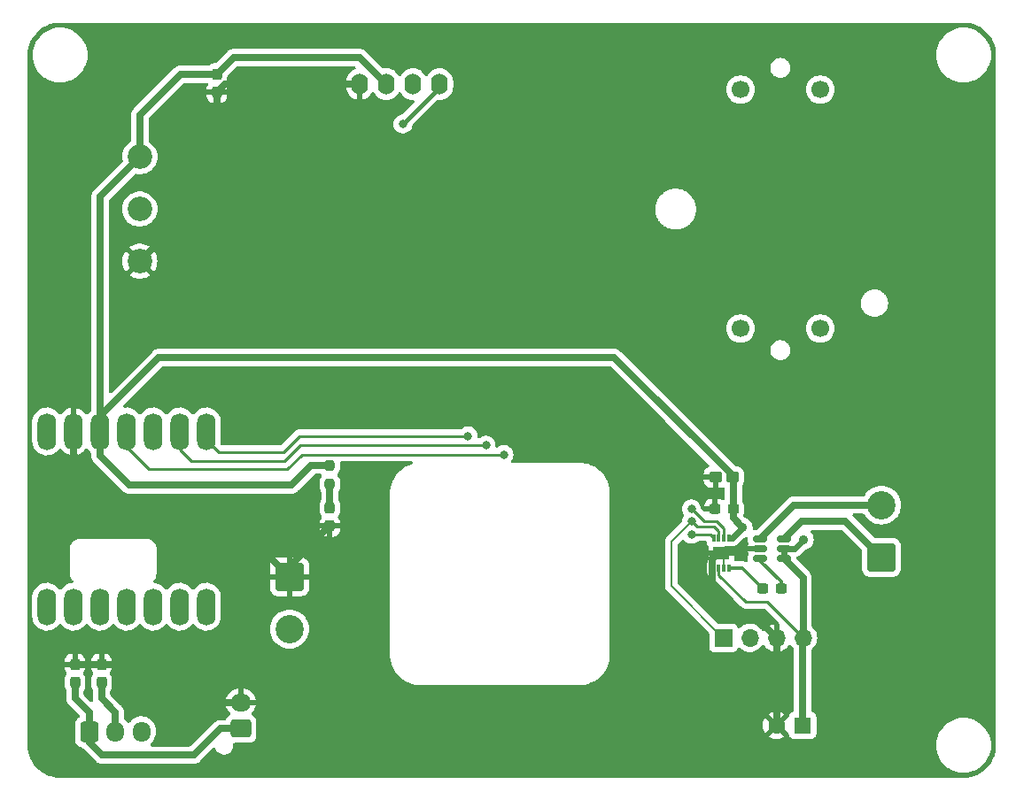
<source format=gbr>
%TF.GenerationSoftware,KiCad,Pcbnew,7.0.10*%
%TF.CreationDate,2024-02-14T22:25:51-08:00*%
%TF.ProjectId,pcb_lab,7063625f-6c61-4622-9e6b-696361645f70,rev?*%
%TF.SameCoordinates,Original*%
%TF.FileFunction,Copper,L1,Top*%
%TF.FilePolarity,Positive*%
%FSLAX46Y46*%
G04 Gerber Fmt 4.6, Leading zero omitted, Abs format (unit mm)*
G04 Created by KiCad (PCBNEW 7.0.10) date 2024-02-14 22:25:51*
%MOMM*%
%LPD*%
G01*
G04 APERTURE LIST*
G04 Aperture macros list*
%AMRoundRect*
0 Rectangle with rounded corners*
0 $1 Rounding radius*
0 $2 $3 $4 $5 $6 $7 $8 $9 X,Y pos of 4 corners*
0 Add a 4 corners polygon primitive as box body*
4,1,4,$2,$3,$4,$5,$6,$7,$8,$9,$2,$3,0*
0 Add four circle primitives for the rounded corners*
1,1,$1+$1,$2,$3*
1,1,$1+$1,$4,$5*
1,1,$1+$1,$6,$7*
1,1,$1+$1,$8,$9*
0 Add four rect primitives between the rounded corners*
20,1,$1+$1,$2,$3,$4,$5,0*
20,1,$1+$1,$4,$5,$6,$7,0*
20,1,$1+$1,$6,$7,$8,$9,0*
20,1,$1+$1,$8,$9,$2,$3,0*%
G04 Aperture macros list end*
%TA.AperFunction,SMDPad,CuDef*%
%ADD10RoundRect,0.237500X0.237500X-0.300000X0.237500X0.300000X-0.237500X0.300000X-0.237500X-0.300000X0*%
%TD*%
%TA.AperFunction,SMDPad,CuDef*%
%ADD11RoundRect,0.237500X-0.237500X0.250000X-0.237500X-0.250000X0.237500X-0.250000X0.237500X0.250000X0*%
%TD*%
%TA.AperFunction,SMDPad,CuDef*%
%ADD12RoundRect,0.237500X-0.237500X0.300000X-0.237500X-0.300000X0.237500X-0.300000X0.237500X0.300000X0*%
%TD*%
%TA.AperFunction,ComponentPad*%
%ADD13C,2.340000*%
%TD*%
%TA.AperFunction,SMDPad,CuDef*%
%ADD14RoundRect,0.250000X0.375000X0.275000X-0.375000X0.275000X-0.375000X-0.275000X0.375000X-0.275000X0*%
%TD*%
%TA.AperFunction,SMDPad,CuDef*%
%ADD15RoundRect,0.237500X0.300000X0.237500X-0.300000X0.237500X-0.300000X-0.237500X0.300000X-0.237500X0*%
%TD*%
%TA.AperFunction,ComponentPad*%
%ADD16O,1.600000X2.000000*%
%TD*%
%TA.AperFunction,ComponentPad*%
%ADD17RoundRect,0.250000X-0.600000X-0.725000X0.600000X-0.725000X0.600000X0.725000X-0.600000X0.725000X0*%
%TD*%
%TA.AperFunction,ComponentPad*%
%ADD18O,1.700000X1.950000*%
%TD*%
%TA.AperFunction,ComponentPad*%
%ADD19C,1.700000*%
%TD*%
%TA.AperFunction,SMDPad,CuDef*%
%ADD20R,0.300000X0.750000*%
%TD*%
%TA.AperFunction,SMDPad,CuDef*%
%ADD21R,1.500000X1.300000*%
%TD*%
%TA.AperFunction,ComponentPad*%
%ADD22O,1.778000X3.556000*%
%TD*%
%TA.AperFunction,SMDPad,CuDef*%
%ADD23RoundRect,0.150000X-0.512500X-0.150000X0.512500X-0.150000X0.512500X0.150000X-0.512500X0.150000X0*%
%TD*%
%TA.AperFunction,SMDPad,CuDef*%
%ADD24RoundRect,0.237500X-0.300000X-0.237500X0.300000X-0.237500X0.300000X0.237500X-0.300000X0.237500X0*%
%TD*%
%TA.AperFunction,ComponentPad*%
%ADD25RoundRect,0.250001X1.099999X-1.099999X1.099999X1.099999X-1.099999X1.099999X-1.099999X-1.099999X0*%
%TD*%
%TA.AperFunction,ComponentPad*%
%ADD26C,2.700000*%
%TD*%
%TA.AperFunction,SMDPad,CuDef*%
%ADD27RoundRect,0.237500X0.237500X-0.287500X0.237500X0.287500X-0.237500X0.287500X-0.237500X-0.287500X0*%
%TD*%
%TA.AperFunction,ComponentPad*%
%ADD28R,1.600000X1.600000*%
%TD*%
%TA.AperFunction,ComponentPad*%
%ADD29C,1.600000*%
%TD*%
%TA.AperFunction,ComponentPad*%
%ADD30R,1.700000X1.700000*%
%TD*%
%TA.AperFunction,ComponentPad*%
%ADD31O,1.700000X1.700000*%
%TD*%
%TA.AperFunction,ComponentPad*%
%ADD32RoundRect,0.250000X0.725000X-0.600000X0.725000X0.600000X-0.725000X0.600000X-0.725000X-0.600000X0*%
%TD*%
%TA.AperFunction,ComponentPad*%
%ADD33O,1.950000X1.700000*%
%TD*%
%TA.AperFunction,ComponentPad*%
%ADD34RoundRect,0.250001X-1.099999X1.099999X-1.099999X-1.099999X1.099999X-1.099999X1.099999X1.099999X0*%
%TD*%
%TA.AperFunction,ViaPad*%
%ADD35C,1.016000*%
%TD*%
%TA.AperFunction,ViaPad*%
%ADD36C,0.800000*%
%TD*%
%TA.AperFunction,ViaPad*%
%ADD37C,0.889000*%
%TD*%
%TA.AperFunction,Conductor*%
%ADD38C,0.203200*%
%TD*%
%TA.AperFunction,Conductor*%
%ADD39C,0.635000*%
%TD*%
%TA.AperFunction,Conductor*%
%ADD40C,0.381000*%
%TD*%
%TA.AperFunction,Conductor*%
%ADD41C,0.250000*%
%TD*%
%TA.AperFunction,Conductor*%
%ADD42C,0.508000*%
%TD*%
%TA.AperFunction,Conductor*%
%ADD43C,0.558800*%
%TD*%
%TA.AperFunction,Conductor*%
%ADD44C,0.304800*%
%TD*%
%TA.AperFunction,Conductor*%
%ADD45C,0.254000*%
%TD*%
G04 APERTURE END LIST*
D10*
%TO.P,C2,1*%
%TO.N,Net-(BT1-+)*%
X81432400Y-108284500D03*
%TO.P,C2,2*%
%TO.N,GND*%
X81432400Y-106559500D03*
%TD*%
D11*
%TO.P,R1,1*%
%TO.N,+3.3V*%
X105791000Y-87503000D03*
%TO.P,R1,2*%
%TO.N,Net-(D2-A)*%
X105791000Y-89328000D03*
%TD*%
D12*
%TO.P,C3,1*%
%TO.N,+3.3V*%
X94996000Y-50094500D03*
%TO.P,C3,2*%
%TO.N,GND*%
X94996000Y-51819500D03*
%TD*%
D13*
%TO.P,RV1,1,1*%
%TO.N,+3.3V*%
X87630000Y-57992000D03*
%TO.P,RV1,2,2*%
%TO.N,/Volumn*%
X87630000Y-62992000D03*
%TO.P,RV1,3,3*%
%TO.N,GND*%
X87630000Y-67992000D03*
%TD*%
D14*
%TO.P,C5,1*%
%TO.N,+3.3V*%
X144247700Y-88650700D03*
%TO.P,C5,2*%
%TO.N,GND*%
X142647700Y-88650700D03*
%TD*%
D15*
%TO.P,C6,1*%
%TO.N,+3.3V*%
X144330200Y-91698700D03*
%TO.P,C6,2*%
%TO.N,GND*%
X142605200Y-91698700D03*
%TD*%
D16*
%TO.P,Brd1,1,GND*%
%TO.N,GND*%
X108648000Y-51042000D03*
%TO.P,Brd1,2,VCC*%
%TO.N,+3.3V*%
X111188000Y-51042000D03*
%TO.P,Brd1,3,SCL*%
%TO.N,/SCL*%
X113728000Y-51042000D03*
%TO.P,Brd1,4,SDA*%
%TO.N,/SDA*%
X116268000Y-51042000D03*
%TD*%
D17*
%TO.P,SW1,1,A*%
%TO.N,Net-(BT1-+)*%
X82793200Y-113010600D03*
D18*
%TO.P,SW1,2,B*%
%TO.N,Net-(J1-Pin_2)*%
X85293200Y-113010600D03*
%TO.P,SW1,3,C*%
%TO.N,unconnected-(SW1-C-Pad3)*%
X87793200Y-113010600D03*
%TD*%
D19*
%TO.P,M1,1*%
%TO.N,/M1*%
X145034000Y-51562000D03*
%TO.P,M1,2,-*%
%TO.N,/M2*%
X152654000Y-51562000D03*
%TO.P,M1,3*%
%TO.N,/M3*%
X152654000Y-74422000D03*
%TO.P,M1,4*%
%TO.N,/M4*%
X145034000Y-74422000D03*
%TD*%
D20*
%TO.P,U3,1,Vdd*%
%TO.N,+3.3V*%
X143963700Y-94439700D03*
%TO.P,U3,2,~{CS}*%
%TO.N,/CS*%
X143463700Y-94439700D03*
%TO.P,U3,3,SCK*%
%TO.N,/SCK*%
X142963700Y-94439700D03*
%TO.P,U3,4,SDI*%
%TO.N,/SDI*%
X142463700Y-94439700D03*
%TO.P,U3,5,~{LDAC}*%
%TO.N,GND*%
X142463700Y-97339700D03*
%TO.P,U3,6,Vref*%
%TO.N,+3.3V*%
X142963700Y-97339700D03*
%TO.P,U3,7,Vss*%
%TO.N,GND*%
X143463700Y-97339700D03*
%TO.P,U3,8,Vout*%
%TO.N,Net-(U3-Vout)*%
X143963700Y-97339700D03*
D21*
%TO.P,U3,9,Pad*%
%TO.N,GND*%
X143213700Y-95889700D03*
%TD*%
D22*
%TO.P,U1,1,GPIO1_A0_D0*%
%TO.N,/Volumn*%
X78740000Y-101041200D03*
%TO.P,U1,2,GPIO2_A1_D1*%
%TO.N,/M3*%
X81280000Y-101041200D03*
%TO.P,U1,3,GPIO3_A2_D2*%
%TO.N,/M4*%
X83820000Y-101041200D03*
%TO.P,U1,4,GPIO4_A3_D3*%
%TO.N,/M2*%
X86360000Y-101041200D03*
%TO.P,U1,5,GPIO4_A3_D3_SDA*%
%TO.N,/SDA*%
X88900000Y-101041200D03*
%TO.P,U1,6,GPIO6_A5_D5_SCL*%
%TO.N,/SCL*%
X91440000Y-101041200D03*
%TO.P,U1,7,GPIO43_TX_D6*%
%TO.N,/M1*%
X93980000Y-101041200D03*
%TO.P,U1,8,5V*%
%TO.N,unconnected-(U1-5V-Pad8)*%
X78740000Y-84277200D03*
%TO.P,U1,9,GND*%
%TO.N,GND*%
X81280000Y-84277200D03*
%TO.P,U1,10,3V3*%
%TO.N,+3.3V*%
X83820000Y-84277200D03*
%TO.P,U1,11,GPIO9_A10_D10_COPI*%
%TO.N,/SDI*%
X86360000Y-84277200D03*
%TO.P,U1,12,GPIO8_A9_D9_CIPO*%
%TO.N,unconnected-(U1-GPIO8_A9_D9_CIPO-Pad12)*%
X88900000Y-84277200D03*
%TO.P,U1,13,GPIO7_A8_D8_SCK*%
%TO.N,/SCK*%
X91440000Y-84277200D03*
%TO.P,U1,14,GPIO44_D7_RX*%
%TO.N,/CS*%
X93980000Y-84277200D03*
%TD*%
D23*
%TO.P,U4,1,OUT-*%
%TO.N,Net-(U4-OUT-)*%
X146902200Y-94558700D03*
%TO.P,U4,2,GND*%
%TO.N,GND*%
X146902200Y-95508700D03*
%TO.P,U4,3,IN*%
%TO.N,Net-(U4-IN)*%
X146902200Y-96458700D03*
%TO.P,U4,4,~{SD}*%
%TO.N,+3.3V*%
X149177200Y-96458700D03*
%TO.P,U4,5,VDD*%
X149177200Y-95508700D03*
%TO.P,U4,6,OUT+*%
%TO.N,Net-(U4-OUT+)*%
X149177200Y-94558700D03*
%TD*%
D24*
%TO.P,C7,1*%
%TO.N,Net-(U3-Vout)*%
X147177200Y-99318700D03*
%TO.P,C7,2*%
%TO.N,Net-(U4-IN)*%
X148902200Y-99318700D03*
%TD*%
D10*
%TO.P,C1,1*%
%TO.N,Net-(J1-Pin_2)*%
X83972400Y-108284500D03*
%TO.P,C1,2*%
%TO.N,GND*%
X83972400Y-106559500D03*
%TD*%
D25*
%TO.P,LS1,1,1*%
%TO.N,Net-(U4-OUT+)*%
X158513300Y-96313000D03*
D26*
%TO.P,LS1,2,2*%
%TO.N,Net-(U4-OUT-)*%
X158513300Y-91313000D03*
%TD*%
D27*
%TO.P,D2,1,K*%
%TO.N,GND*%
X105791000Y-93331000D03*
%TO.P,D2,2,A*%
%TO.N,Net-(D2-A)*%
X105791000Y-91581000D03*
%TD*%
D28*
%TO.P,C8,1*%
%TO.N,+3.3V*%
X150980300Y-112389200D03*
D29*
%TO.P,C8,2*%
%TO.N,GND*%
X148480300Y-112389200D03*
%TD*%
D30*
%TO.P,D1,1,CIN*%
%TO.N,/SCK*%
X143400300Y-104013000D03*
D31*
%TO.P,D1,2,DIN*%
%TO.N,/SDI*%
X145940300Y-104013000D03*
%TO.P,D1,3,GND*%
%TO.N,GND*%
X148480300Y-104013000D03*
%TO.P,D1,4,+5V*%
%TO.N,+3.3V*%
X151020300Y-104013000D03*
%TD*%
D32*
%TO.P,BT1,1,+*%
%TO.N,Net-(BT1-+)*%
X97282000Y-112710600D03*
D33*
%TO.P,BT1,2,-*%
%TO.N,GND*%
X97282000Y-110210600D03*
%TD*%
D34*
%TO.P,J1,1,Pin_1*%
%TO.N,GND*%
X101939000Y-98179500D03*
D26*
%TO.P,J1,2,Pin_2*%
%TO.N,Net-(J1-Pin_2)*%
X101939000Y-103179500D03*
%TD*%
D35*
%TO.N,GND*%
X139827000Y-96520000D03*
X80010000Y-88773000D03*
X81026000Y-87757000D03*
X80010000Y-87757000D03*
X140843000Y-96520000D03*
X139827000Y-97536000D03*
X81026000Y-88773000D03*
X140843000Y-97536000D03*
D36*
%TO.N,/SDA*%
X112776000Y-54864000D03*
D37*
%TO.N,+3.3V*%
X145245300Y-93476700D03*
X151087300Y-94619700D03*
D36*
%TO.N,/SDI*%
X140352300Y-94107000D03*
X122428000Y-86487000D03*
%TO.N,/SCK*%
X120713500Y-85598000D03*
X140352300Y-92900500D03*
%TO.N,/CS*%
X140352300Y-91694000D03*
X118999000Y-84709000D03*
%TD*%
D38*
%TO.N,GND*%
X143463700Y-97339700D02*
X143463700Y-96139700D01*
D39*
X146067300Y-101600000D02*
X145161000Y-101600000D01*
D38*
X142463300Y-96639700D02*
X143213300Y-95889700D01*
D39*
X94996000Y-51819500D02*
X94996000Y-60626000D01*
D40*
X143594300Y-95508700D02*
X143213700Y-95889300D01*
D39*
X85598000Y-90805000D02*
X94564500Y-90805000D01*
X83978900Y-106553000D02*
X83972400Y-106559500D01*
D41*
X148861800Y-112343500D02*
X148526000Y-112343500D01*
D39*
X81280000Y-85039200D02*
X81280000Y-86487000D01*
D42*
X146902200Y-95508700D02*
X143594700Y-95508700D01*
D39*
X148480300Y-104013000D02*
X148480300Y-112389000D01*
D41*
X148526000Y-112343500D02*
X148480300Y-112389200D01*
D39*
X142296200Y-96447200D02*
X142853700Y-95889700D01*
X148480300Y-104013000D02*
X146067300Y-101600000D01*
X101939000Y-98179500D02*
X101939000Y-97183000D01*
X97282000Y-110210600D02*
X91922600Y-110210600D01*
X95773500Y-51042000D02*
X94996000Y-51819500D01*
X81280000Y-86487000D02*
X85598000Y-90805000D01*
X108648000Y-51042000D02*
X95773500Y-51042000D01*
D41*
X143213700Y-95889300D02*
X143213700Y-95889700D01*
X143463700Y-96139700D02*
X143213700Y-95889700D01*
X148099300Y-104013000D02*
X148480300Y-104013000D01*
D40*
X143213700Y-95889300D02*
X143213300Y-95889700D01*
D39*
X148816300Y-112298000D02*
X148861800Y-112343500D01*
X94996000Y-60626000D02*
X87630000Y-67992000D01*
X142296200Y-98735200D02*
X142296200Y-96447200D01*
D41*
X142647700Y-88650700D02*
X142605200Y-88693200D01*
D39*
X148861800Y-112343500D02*
X148907300Y-112389000D01*
X88265000Y-106553000D02*
X83978900Y-106553000D01*
X101939000Y-97183000D02*
X105791000Y-93331000D01*
X94564500Y-90805000D02*
X101939000Y-98179500D01*
D41*
X148480300Y-112389000D02*
X148480300Y-112389200D01*
D39*
X145161000Y-101600000D02*
X142296200Y-98735200D01*
D38*
X142463300Y-97339700D02*
X142463300Y-96639700D01*
X143463300Y-96139700D02*
X143213300Y-95889700D01*
D41*
X142463300Y-97339700D02*
X142463700Y-97339700D01*
X142463300Y-97339700D02*
X142463300Y-98377000D01*
X142605200Y-88693200D02*
X142605200Y-91698700D01*
D39*
X91922600Y-110210600D02*
X88265000Y-106553000D01*
D42*
X143594700Y-95508700D02*
X143213700Y-95889700D01*
D39*
X81432400Y-106559500D02*
X83972400Y-106559500D01*
X142853700Y-95889700D02*
X143213700Y-95889700D01*
D40*
X146902300Y-95508700D02*
X146902200Y-95508700D01*
%TO.N,/SDA*%
X112776000Y-54864000D02*
X116268000Y-51372000D01*
X116268000Y-51372000D02*
X116268000Y-51042000D01*
D39*
%TO.N,+3.3V*%
X144247500Y-88650900D02*
X144356300Y-88759700D01*
X144356300Y-91672200D02*
X144330300Y-91698700D01*
X150980300Y-112389000D02*
X150980300Y-104053000D01*
X144247300Y-88650700D02*
X144247500Y-88650900D01*
D43*
X149177300Y-95983700D02*
X149177300Y-96458700D01*
X151087300Y-94619700D02*
X150198300Y-95508700D01*
D41*
X150980300Y-112389000D02*
X150980300Y-112389200D01*
D39*
X108660000Y-48514000D02*
X111188000Y-51042000D01*
X144247700Y-88494700D02*
X144247700Y-88650700D01*
X150980300Y-104053000D02*
X151020300Y-104013000D01*
D41*
X149177300Y-96458700D02*
X149177200Y-96458700D01*
D39*
X83820000Y-61802000D02*
X87630000Y-57992000D01*
X89436500Y-77187500D02*
X132940500Y-77187500D01*
X87630000Y-53975000D02*
X91510500Y-50094500D01*
X87630000Y-57992000D02*
X87630000Y-53975000D01*
D41*
X143963700Y-94439700D02*
X144131300Y-94439700D01*
D43*
X145245300Y-93476700D02*
X144282300Y-94439700D01*
D39*
X104013000Y-87503000D02*
X102108000Y-89408000D01*
X105791000Y-87503000D02*
X104013000Y-87503000D01*
X151381800Y-112363500D02*
X151407300Y-112389000D01*
D41*
X142963700Y-97339700D02*
X142963700Y-98005700D01*
D39*
X144330300Y-91698700D02*
X144330300Y-92561200D01*
X144330300Y-92561200D02*
X145245300Y-93476700D01*
X83820000Y-85039200D02*
X83820000Y-61802000D01*
D41*
X142963700Y-98005700D02*
X145542000Y-100584000D01*
D39*
X102108000Y-89408000D02*
X86614000Y-89408000D01*
D43*
X144282300Y-94439700D02*
X144131300Y-94439700D01*
D41*
X147591300Y-100584000D02*
X151020300Y-104013000D01*
X145542000Y-100584000D02*
X147591300Y-100584000D01*
D39*
X132940500Y-77187500D02*
X144247700Y-88494700D01*
D41*
X149177200Y-95508700D02*
X149177300Y-95508700D01*
D39*
X91510500Y-50094500D02*
X94996000Y-50094500D01*
X86614000Y-89408000D02*
X83820000Y-86614000D01*
X149177300Y-96458700D02*
X151020300Y-98301700D01*
D41*
X144330200Y-91698700D02*
X144330300Y-91698700D01*
D38*
X144356300Y-91725200D02*
X144330300Y-91698700D01*
D39*
X83820000Y-82804000D02*
X89436500Y-77187500D01*
D41*
X151006000Y-112363500D02*
X150980300Y-112389200D01*
D43*
X149177300Y-95508700D02*
X149177300Y-95983700D01*
D39*
X96576500Y-48514000D02*
X108660000Y-48514000D01*
X83820000Y-86614000D02*
X83820000Y-85039200D01*
X83820000Y-85039200D02*
X83820000Y-82804000D01*
X144356300Y-88759700D02*
X144356300Y-91672200D01*
D41*
X150980300Y-112389200D02*
X150980300Y-112435000D01*
D39*
X151356300Y-112338000D02*
X151381800Y-112363500D01*
D41*
X151381800Y-112363500D02*
X151006000Y-112363500D01*
D43*
X150198300Y-95508700D02*
X149177300Y-95508700D01*
D39*
X94996000Y-50094500D02*
X96576500Y-48514000D01*
D41*
X144247700Y-88650700D02*
X144247500Y-88650900D01*
D39*
X151020300Y-98301700D02*
X151020300Y-104013000D01*
D44*
%TO.N,Net-(U3-Vout)*%
X145198300Y-97339700D02*
X147177200Y-99318600D01*
X143963300Y-97339700D02*
X143963700Y-97339700D01*
X143963700Y-97339700D02*
X145198300Y-97339700D01*
D41*
X147177200Y-99318600D02*
X147177200Y-99318700D01*
D44*
X147177200Y-99318600D02*
X147177300Y-99318700D01*
D41*
%TO.N,Net-(U4-IN)*%
X146902200Y-96458700D02*
X146902300Y-96458800D01*
X146902300Y-96458800D02*
X146902300Y-96657200D01*
D44*
X148902300Y-98657200D02*
X148902300Y-99030700D01*
X148902300Y-99030700D02*
X148902300Y-99318700D01*
X146902300Y-96657200D02*
X148902300Y-98657200D01*
D41*
X148902300Y-99030700D02*
X148902200Y-99030800D01*
X148902200Y-99030800D02*
X148902200Y-99318700D01*
D39*
%TO.N,Net-(D2-A)*%
X105791000Y-91581000D02*
X105791000Y-89328000D01*
%TO.N,Net-(U4-OUT+)*%
X149177300Y-94558700D02*
X149860000Y-93876200D01*
X155067300Y-92867100D02*
X158513300Y-96313000D01*
X150869300Y-92867100D02*
X155067300Y-92867100D01*
X149860000Y-93876200D02*
X150869300Y-92867100D01*
D41*
X149859700Y-93876200D02*
X149177200Y-94558700D01*
X149860000Y-93876200D02*
X149859700Y-93876200D01*
D39*
%TO.N,Net-(U4-OUT-)*%
X146902300Y-94558700D02*
X147658200Y-93802900D01*
X150148300Y-91313000D02*
X158513300Y-91313000D01*
X147658200Y-93802900D02*
X150148300Y-91313000D01*
D41*
X147658000Y-93802900D02*
X146902200Y-94558700D01*
X147658200Y-93802900D02*
X147658000Y-93802900D01*
D45*
%TO.N,/SDI*%
X142131000Y-94107000D02*
X140352300Y-94107000D01*
X122428000Y-86487000D02*
X103124000Y-86487000D01*
X88519000Y-87884000D02*
X86360000Y-85725000D01*
X86360000Y-85725000D02*
X86360000Y-85039200D01*
X142463700Y-94439700D02*
X142131000Y-94107000D01*
X103124000Y-86487000D02*
X101727000Y-87884000D01*
X101727000Y-87884000D02*
X88519000Y-87884000D01*
D38*
%TO.N,/SCK*%
X143383000Y-104013000D02*
X143400300Y-104013000D01*
X138430000Y-94822800D02*
X138430000Y-99060000D01*
X138430000Y-99060000D02*
X143383000Y-104013000D01*
D41*
X91440000Y-85979000D02*
X91440000Y-85039200D01*
X92583000Y-87122000D02*
X91440000Y-85979000D01*
X120904000Y-85598000D02*
X102997000Y-85598000D01*
X102997000Y-85598000D02*
X101473000Y-87122000D01*
X140860300Y-93345000D02*
X142511300Y-93345000D01*
X142963700Y-93797400D02*
X142963700Y-94439700D01*
X142511300Y-93345000D02*
X142963700Y-93797400D01*
X101473000Y-87122000D02*
X92583000Y-87122000D01*
X140352300Y-92837000D02*
X140860300Y-93345000D01*
D38*
X140352300Y-92900500D02*
X138430000Y-94822800D01*
D41*
%TO.N,/CS*%
X142765300Y-92837000D02*
X143463700Y-93535400D01*
X141558800Y-92837000D02*
X142765300Y-92837000D01*
X140453000Y-91694000D02*
X140453000Y-91731200D01*
X102870000Y-84709000D02*
X101346000Y-86233000D01*
X143463700Y-93535400D02*
X143463700Y-94439700D01*
D38*
X140411500Y-91694000D02*
X140411500Y-91698300D01*
D41*
X118999000Y-84709000D02*
X102870000Y-84709000D01*
X140453000Y-91731200D02*
X141558800Y-92837000D01*
X95173800Y-86233000D02*
X93980000Y-85039200D01*
X101346000Y-86233000D02*
X95173800Y-86233000D01*
D40*
%TO.N,Net-(BT1-+)*%
X81432400Y-108284000D02*
X81432400Y-108235000D01*
D39*
X95320800Y-112711000D02*
X97281600Y-112711000D01*
X97281600Y-112711000D02*
X97282000Y-112711000D01*
X92786200Y-115245000D02*
X95320800Y-112711000D01*
X82793200Y-113010600D02*
X82793200Y-114015000D01*
X82793200Y-111170000D02*
X82793200Y-113010600D01*
D41*
X97281600Y-112711000D02*
X97282000Y-112710600D01*
D39*
X82793200Y-114015000D02*
X84023200Y-115245000D01*
X81432400Y-108235000D02*
X81432400Y-108284000D01*
X81432400Y-108284000D02*
X81432400Y-108284500D01*
X81432400Y-108284500D02*
X81432400Y-109810000D01*
X81432400Y-109810000D02*
X82793200Y-111170000D01*
X84023200Y-115245000D02*
X92786200Y-115245000D01*
%TO.N,Net-(J1-Pin_2)*%
X85293200Y-111130000D02*
X85293200Y-112959000D01*
X83972400Y-108284500D02*
X83972400Y-109810000D01*
X83972400Y-109810000D02*
X85293200Y-111130000D01*
D41*
X85293200Y-112959000D02*
X85293200Y-113010600D01*
D39*
X83972400Y-108284000D02*
X83972400Y-108284500D01*
%TD*%
%TA.AperFunction,Conductor*%
%TO.N,GND*%
G36*
X145683296Y-94418824D02*
G01*
X145724681Y-94485376D01*
X145731200Y-94529325D01*
X145731200Y-94775213D01*
X145733426Y-94803481D01*
X145734138Y-94812531D01*
X145764700Y-94917727D01*
X145780556Y-94972304D01*
X145784338Y-94981043D01*
X145781634Y-94982212D01*
X145798438Y-95042367D01*
X145789087Y-95088777D01*
X145791075Y-95089355D01*
X145742600Y-95256205D01*
X145742404Y-95258700D01*
X145984673Y-95258700D01*
X146060373Y-95278984D01*
X146061625Y-95279715D01*
X146126099Y-95317845D01*
X146126101Y-95317845D01*
X146126102Y-95317846D01*
X146282596Y-95363312D01*
X146349631Y-95403910D01*
X146387387Y-95472586D01*
X146385745Y-95550939D01*
X146345147Y-95617974D01*
X146282596Y-95654088D01*
X146126102Y-95699553D01*
X146126099Y-95699555D01*
X146061740Y-95737616D01*
X145986259Y-95758692D01*
X145984673Y-95758700D01*
X145742404Y-95758700D01*
X145742600Y-95761194D01*
X145791075Y-95928045D01*
X145788292Y-95928853D01*
X145797443Y-95990832D01*
X145782405Y-96035525D01*
X145784337Y-96036361D01*
X145780555Y-96045098D01*
X145734138Y-96204869D01*
X145731200Y-96242186D01*
X145731200Y-96617064D01*
X145710916Y-96692764D01*
X145655500Y-96748180D01*
X145579800Y-96768464D01*
X145516478Y-96752857D01*
X145516253Y-96753451D01*
X145511365Y-96751597D01*
X145509445Y-96751124D01*
X145507693Y-96750204D01*
X145455608Y-96730451D01*
X145447161Y-96726952D01*
X145396362Y-96704090D01*
X145390032Y-96702930D01*
X145363642Y-96695574D01*
X145357625Y-96693292D01*
X145302336Y-96686578D01*
X145293298Y-96685202D01*
X145238500Y-96675160D01*
X145238496Y-96675160D01*
X145182887Y-96678524D01*
X145173745Y-96678800D01*
X144615100Y-96678800D01*
X144539400Y-96658516D01*
X144483984Y-96603100D01*
X144463700Y-96527400D01*
X144463700Y-96139700D01*
X141963700Y-96139700D01*
X141963700Y-96547515D01*
X141943416Y-96623215D01*
X141933502Y-96638246D01*
X141870349Y-96722607D01*
X141870346Y-96722613D01*
X141820104Y-96857318D01*
X141820100Y-96857331D01*
X141813700Y-96916863D01*
X141813700Y-97762536D01*
X141820100Y-97822068D01*
X141820104Y-97822081D01*
X141870346Y-97956786D01*
X141870350Y-97956793D01*
X141956511Y-98071888D01*
X142071606Y-98158049D01*
X142071613Y-98158053D01*
X142206318Y-98208295D01*
X142206331Y-98208299D01*
X142265863Y-98214699D01*
X142269920Y-98214917D01*
X142269822Y-98216739D01*
X142337911Y-98234984D01*
X142393327Y-98290400D01*
X142402979Y-98310365D01*
X142404147Y-98313316D01*
X142429429Y-98348113D01*
X142437260Y-98360035D01*
X142459153Y-98397055D01*
X142459155Y-98397058D01*
X142459158Y-98397062D01*
X142472072Y-98409976D01*
X142487491Y-98428029D01*
X142498228Y-98442807D01*
X142531372Y-98470226D01*
X142541921Y-98479825D01*
X145032774Y-100970679D01*
X145043486Y-100984049D01*
X145043931Y-100983681D01*
X145049997Y-100991014D01*
X145050000Y-100991018D01*
X145050003Y-100991020D01*
X145050004Y-100991022D01*
X145099338Y-101037349D01*
X145102755Y-101040660D01*
X145122230Y-101060135D01*
X145124491Y-101061889D01*
X145135313Y-101071133D01*
X145164059Y-101098125D01*
X145166679Y-101100586D01*
X145181863Y-101108933D01*
X145182672Y-101109378D01*
X145202528Y-101122420D01*
X145216959Y-101133614D01*
X145216961Y-101133615D01*
X145216963Y-101133616D01*
X145256434Y-101150696D01*
X145269247Y-101156973D01*
X145294833Y-101171039D01*
X145306940Y-101177695D01*
X145324623Y-101182234D01*
X145347101Y-101189930D01*
X145363855Y-101197181D01*
X145406359Y-101203912D01*
X145420280Y-101206795D01*
X145461970Y-101217500D01*
X145480227Y-101217500D01*
X145503910Y-101219363D01*
X145521943Y-101222220D01*
X145561479Y-101218482D01*
X145564767Y-101218172D01*
X145579014Y-101217500D01*
X147266184Y-101217500D01*
X147341884Y-101237784D01*
X147373240Y-101261844D01*
X148685956Y-102574560D01*
X148725141Y-102642431D01*
X148730300Y-102681616D01*
X148730300Y-103577498D01*
X148622615Y-103528320D01*
X148516063Y-103513000D01*
X148444537Y-103513000D01*
X148337985Y-103528320D01*
X148230300Y-103577498D01*
X148230300Y-102682364D01*
X148230299Y-102682364D01*
X148016806Y-102739569D01*
X147802723Y-102839399D01*
X147609218Y-102974893D01*
X147442190Y-103141921D01*
X147338661Y-103289775D01*
X147278626Y-103340150D01*
X147201446Y-103353759D01*
X147127802Y-103326954D01*
X147087897Y-103285745D01*
X147040426Y-103213085D01*
X147016023Y-103175733D01*
X147016019Y-103175729D01*
X146863541Y-103010095D01*
X146863540Y-103010094D01*
X146685874Y-102871809D01*
X146487877Y-102764659D01*
X146487874Y-102764657D01*
X146274941Y-102691558D01*
X146274932Y-102691555D01*
X146052870Y-102654500D01*
X146052869Y-102654500D01*
X145827731Y-102654500D01*
X145827730Y-102654500D01*
X145605667Y-102691555D01*
X145605658Y-102691558D01*
X145392725Y-102764657D01*
X145392722Y-102764659D01*
X145194725Y-102871809D01*
X145017062Y-103010092D01*
X144984080Y-103045920D01*
X144917886Y-103087875D01*
X144839582Y-103091113D01*
X144770150Y-103054766D01*
X144730838Y-102996287D01*
X144701190Y-102916798D01*
X144701189Y-102916796D01*
X144613561Y-102799739D01*
X144496504Y-102712111D01*
X144496503Y-102712110D01*
X144496501Y-102712109D01*
X144359506Y-102661013D01*
X144359501Y-102661011D01*
X144298938Y-102654500D01*
X144298933Y-102654500D01*
X142950024Y-102654500D01*
X142874324Y-102634216D01*
X142842968Y-102610156D01*
X139084444Y-98851632D01*
X139045259Y-98783761D01*
X139040100Y-98744576D01*
X139040100Y-95138222D01*
X139060384Y-95062522D01*
X139084440Y-95031169D01*
X139433360Y-94682249D01*
X139501231Y-94643065D01*
X139579601Y-94643065D01*
X139647472Y-94682250D01*
X139652928Y-94688000D01*
X139720337Y-94762866D01*
X139741047Y-94785866D01*
X139821700Y-94844464D01*
X139895546Y-94898117D01*
X139895548Y-94898118D01*
X140070012Y-94975794D01*
X140256813Y-95015500D01*
X140256816Y-95015500D01*
X140447784Y-95015500D01*
X140447787Y-95015500D01*
X140634588Y-94975794D01*
X140809052Y-94898118D01*
X140963553Y-94785866D01*
X140963558Y-94785859D01*
X140968529Y-94781386D01*
X141038358Y-94745808D01*
X141069833Y-94742500D01*
X141656213Y-94742500D01*
X141731913Y-94762784D01*
X141787329Y-94818200D01*
X141806745Y-94877715D01*
X141811709Y-94923893D01*
X141811713Y-94923906D01*
X141862809Y-95060901D01*
X141862810Y-95060903D01*
X141862811Y-95060904D01*
X141933502Y-95155336D01*
X141962629Y-95228092D01*
X141963700Y-95246066D01*
X141963700Y-95639700D01*
X144463700Y-95639700D01*
X144463700Y-95321975D01*
X144483984Y-95246275D01*
X144539400Y-95190859D01*
X144549389Y-95185578D01*
X144576635Y-95172457D01*
X144592307Y-95165965D01*
X144626320Y-95154065D01*
X144656836Y-95134889D01*
X144671674Y-95126688D01*
X144704140Y-95111055D01*
X144732320Y-95088580D01*
X144746138Y-95078776D01*
X144776656Y-95059602D01*
X144801576Y-95034680D01*
X144801583Y-95034675D01*
X144808141Y-95028116D01*
X144808144Y-95028115D01*
X145388406Y-94447851D01*
X145451507Y-94410030D01*
X145535853Y-94384443D01*
X145614180Y-94381880D01*
X145683296Y-94418824D01*
G37*
%TD.AperFunction*%
%TA.AperFunction,Conductor*%
G36*
X166373949Y-45160706D02*
G01*
X166686079Y-45177064D01*
X166701811Y-45178718D01*
X167006595Y-45226992D01*
X167022082Y-45230284D01*
X167320148Y-45310150D01*
X167335188Y-45315036D01*
X167623282Y-45425626D01*
X167637746Y-45432066D01*
X167901150Y-45566277D01*
X167912671Y-45572147D01*
X167926395Y-45580070D01*
X168185189Y-45748133D01*
X168198005Y-45757444D01*
X168423271Y-45939861D01*
X168437803Y-45951629D01*
X168449580Y-45962233D01*
X168667766Y-46180419D01*
X168678370Y-46192196D01*
X168760286Y-46293354D01*
X168862075Y-46419053D01*
X168872551Y-46431989D01*
X168881866Y-46444810D01*
X169049929Y-46703604D01*
X169057852Y-46717328D01*
X169197930Y-46992247D01*
X169204376Y-47006724D01*
X169314957Y-47294795D01*
X169319852Y-47309863D01*
X169331346Y-47352757D01*
X169399713Y-47607910D01*
X169403008Y-47623410D01*
X169451279Y-47928173D01*
X169452936Y-47943934D01*
X169469293Y-48256049D01*
X169469500Y-48263973D01*
X169469500Y-114296026D01*
X169469293Y-114303950D01*
X169452936Y-114616065D01*
X169451279Y-114631826D01*
X169403008Y-114936589D01*
X169399713Y-114952089D01*
X169319854Y-115250132D01*
X169314957Y-115265204D01*
X169204376Y-115553275D01*
X169197930Y-115567752D01*
X169057852Y-115842671D01*
X169049929Y-115856395D01*
X168881866Y-116115189D01*
X168872551Y-116128010D01*
X168678370Y-116367803D01*
X168667766Y-116379580D01*
X168449580Y-116597766D01*
X168437803Y-116608370D01*
X168198010Y-116802551D01*
X168185189Y-116811866D01*
X167926395Y-116979929D01*
X167912671Y-116987852D01*
X167637752Y-117127930D01*
X167623275Y-117134376D01*
X167335204Y-117244957D01*
X167320132Y-117249854D01*
X167022089Y-117329713D01*
X167006589Y-117333008D01*
X166701826Y-117381279D01*
X166686065Y-117382936D01*
X166480590Y-117393704D01*
X166373948Y-117399293D01*
X166366027Y-117399500D01*
X80013973Y-117399500D01*
X80006051Y-117399293D01*
X79852278Y-117391234D01*
X79693934Y-117382936D01*
X79678173Y-117381279D01*
X79373410Y-117333008D01*
X79357910Y-117329713D01*
X79158176Y-117276195D01*
X79059863Y-117249852D01*
X79044799Y-117244958D01*
X78756724Y-117134376D01*
X78742247Y-117127930D01*
X78467328Y-116987852D01*
X78453604Y-116979929D01*
X78194810Y-116811866D01*
X78181989Y-116802551D01*
X78146951Y-116774178D01*
X77970901Y-116631615D01*
X77942196Y-116608370D01*
X77930419Y-116597766D01*
X77712233Y-116379580D01*
X77701629Y-116367803D01*
X77658040Y-116313975D01*
X77507444Y-116128005D01*
X77498133Y-116115189D01*
X77330070Y-115856395D01*
X77322147Y-115842671D01*
X77318550Y-115835612D01*
X77182066Y-115567746D01*
X77175623Y-115553275D01*
X77161969Y-115517705D01*
X77065036Y-115265188D01*
X77060150Y-115250148D01*
X76980284Y-114952082D01*
X76976991Y-114936589D01*
X76975484Y-114927074D01*
X76928718Y-114631811D01*
X76927064Y-114616079D01*
X76910707Y-114303949D01*
X76910500Y-114296026D01*
X76910500Y-108634214D01*
X80448900Y-108634214D01*
X80459338Y-108736384D01*
X80459338Y-108736385D01*
X80514189Y-108901917D01*
X80514189Y-108901918D01*
X80583859Y-109014869D01*
X80606336Y-109089947D01*
X80606400Y-109094350D01*
X80606400Y-109770409D01*
X80605904Y-109782652D01*
X80601839Y-109832744D01*
X80612182Y-109908484D01*
X80612686Y-109912598D01*
X80620952Y-109988607D01*
X80622719Y-109996631D01*
X80622557Y-109996666D01*
X80624005Y-110002836D01*
X80624165Y-110002797D01*
X80626147Y-110010760D01*
X80652544Y-110082546D01*
X80653916Y-110086442D01*
X80677291Y-110155815D01*
X80678322Y-110158873D01*
X80681769Y-110166324D01*
X80681618Y-110166393D01*
X80684353Y-110172099D01*
X80684501Y-110172026D01*
X80688152Y-110179381D01*
X80688153Y-110179382D01*
X80688154Y-110179385D01*
X80707162Y-110209104D01*
X80729352Y-110243798D01*
X80731536Y-110247317D01*
X80770953Y-110312828D01*
X80775916Y-110319356D01*
X80775784Y-110319455D01*
X80779691Y-110324450D01*
X80779820Y-110324347D01*
X80784960Y-110330739D01*
X80839045Y-110384791D01*
X80841936Y-110387761D01*
X80894506Y-110443258D01*
X80894510Y-110443260D01*
X80900763Y-110448573D01*
X80900655Y-110448699D01*
X80914126Y-110459828D01*
X81845048Y-111390202D01*
X81884254Y-111458061D01*
X81884277Y-111536431D01*
X81845111Y-111604313D01*
X81817506Y-111626148D01*
X81719548Y-111686569D01*
X81594168Y-111811949D01*
X81501085Y-111962861D01*
X81445312Y-112131176D01*
X81445312Y-112131177D01*
X81434700Y-112235053D01*
X81434700Y-113786146D01*
X81445312Y-113890022D01*
X81445312Y-113890024D01*
X81445313Y-113890026D01*
X81482653Y-114002714D01*
X81501085Y-114058338D01*
X81594168Y-114209250D01*
X81719549Y-114334631D01*
X81757887Y-114358278D01*
X81870462Y-114427715D01*
X82038774Y-114483487D01*
X82046606Y-114484287D01*
X82119851Y-114512156D01*
X82139108Y-114530440D01*
X82139804Y-114529745D01*
X82199782Y-114589723D01*
X82202606Y-114592624D01*
X82237362Y-114629315D01*
X82255308Y-114648260D01*
X82261560Y-114653570D01*
X82261442Y-114653708D01*
X82274834Y-114664775D01*
X83411031Y-115800971D01*
X83419366Y-115810013D01*
X83451810Y-115848209D01*
X83510281Y-115892657D01*
X83512800Y-115894572D01*
X83516032Y-115897099D01*
X83575719Y-115945078D01*
X83582635Y-115949498D01*
X83582537Y-115949650D01*
X83587717Y-115952863D01*
X83587811Y-115952708D01*
X83594843Y-115956939D01*
X83664356Y-115989099D01*
X83668050Y-115990868D01*
X83736678Y-116024905D01*
X83736681Y-116024905D01*
X83744384Y-116027736D01*
X83744320Y-116027907D01*
X83750068Y-116029931D01*
X83750127Y-116029758D01*
X83757899Y-116032376D01*
X83757902Y-116032378D01*
X83832725Y-116048847D01*
X83836640Y-116049764D01*
X83911033Y-116068266D01*
X83911038Y-116068266D01*
X83919164Y-116069373D01*
X83919139Y-116069553D01*
X83925187Y-116070294D01*
X83925207Y-116070112D01*
X83933362Y-116070998D01*
X83933367Y-116071000D01*
X84009916Y-116071000D01*
X84014014Y-116071055D01*
X84015723Y-116071101D01*
X84090633Y-116073130D01*
X84090642Y-116073128D01*
X84098807Y-116072464D01*
X84098821Y-116072644D01*
X84116126Y-116071000D01*
X92746402Y-116071000D01*
X92758706Y-116071500D01*
X92808601Y-116075570D01*
X92884590Y-116065224D01*
X92888568Y-116064737D01*
X92964813Y-116056446D01*
X92964817Y-116056444D01*
X92964822Y-116056444D01*
X92972835Y-116054681D01*
X92972875Y-116054865D01*
X92978701Y-116053500D01*
X92978656Y-116053316D01*
X92986619Y-116051336D01*
X92986619Y-116051335D01*
X92986625Y-116051335D01*
X93058605Y-116024899D01*
X93062436Y-116023552D01*
X93063466Y-116023204D01*
X93135074Y-115999078D01*
X93135076Y-115999077D01*
X93142529Y-115995630D01*
X93142608Y-115995801D01*
X93148004Y-115993215D01*
X93147921Y-115993046D01*
X93155270Y-115989400D01*
X93155278Y-115989398D01*
X93219865Y-115948123D01*
X93223299Y-115945994D01*
X93289022Y-115906451D01*
X93289031Y-115906442D01*
X93295560Y-115901480D01*
X93295675Y-115901631D01*
X93300390Y-115897946D01*
X93300271Y-115897798D01*
X93306667Y-115892657D01*
X93306669Y-115892654D01*
X93306672Y-115892653D01*
X93360899Y-115838436D01*
X93363775Y-115835639D01*
X93419458Y-115782894D01*
X93419462Y-115782887D01*
X93424774Y-115776635D01*
X93424918Y-115776757D01*
X93435955Y-115763399D01*
X94615599Y-114584034D01*
X94683472Y-114544859D01*
X94761843Y-114544868D01*
X94829709Y-114584062D01*
X94859641Y-114629526D01*
X94860041Y-114629315D01*
X94862267Y-114633514D01*
X94863285Y-114635060D01*
X94863884Y-114636564D01*
X94953086Y-114804816D01*
X94953090Y-114804823D01*
X95076368Y-114949956D01*
X95076369Y-114949957D01*
X95227971Y-115065202D01*
X95400803Y-115145162D01*
X95586784Y-115186100D01*
X95586788Y-115186100D01*
X95729461Y-115186100D01*
X95729465Y-115186100D01*
X95871316Y-115170673D01*
X96051780Y-115109867D01*
X96214954Y-115011689D01*
X96353207Y-114880729D01*
X96460075Y-114723110D01*
X96530562Y-114546202D01*
X96561370Y-114358278D01*
X96558211Y-114300000D01*
X163749719Y-114300000D01*
X163768823Y-114615840D01*
X163825860Y-114927075D01*
X163906575Y-115186098D01*
X163919995Y-115229164D01*
X164009325Y-115427648D01*
X164049855Y-115517703D01*
X164049861Y-115517713D01*
X164213554Y-115788495D01*
X164408691Y-116037567D01*
X164632432Y-116261308D01*
X164881504Y-116456445D01*
X164915561Y-116477033D01*
X165152295Y-116620144D01*
X165440836Y-116750005D01*
X165742926Y-116844140D01*
X165984325Y-116888378D01*
X166054159Y-116901176D01*
X166054158Y-116901176D01*
X166088244Y-116903237D01*
X166370000Y-116920281D01*
X166685840Y-116901176D01*
X166997074Y-116844140D01*
X167299164Y-116750005D01*
X167587705Y-116620144D01*
X167858489Y-116456449D01*
X167858491Y-116456447D01*
X167858495Y-116456445D01*
X167996387Y-116348413D01*
X168107568Y-116261308D01*
X168331308Y-116037568D01*
X168440811Y-115897798D01*
X168526445Y-115788495D01*
X168526449Y-115788489D01*
X168690144Y-115517705D01*
X168820005Y-115229164D01*
X168914140Y-114927074D01*
X168971176Y-114615840D01*
X168990281Y-114300000D01*
X168971176Y-113984160D01*
X168914140Y-113672926D01*
X168820005Y-113370836D01*
X168690144Y-113082295D01*
X168526449Y-112811511D01*
X168526445Y-112811504D01*
X168331308Y-112562432D01*
X168107567Y-112338691D01*
X167858495Y-112143554D01*
X167587713Y-111979861D01*
X167587703Y-111979855D01*
X167514346Y-111946840D01*
X167299164Y-111849995D01*
X167299157Y-111849992D01*
X167299155Y-111849992D01*
X166997075Y-111755860D01*
X166685840Y-111698823D01*
X166685841Y-111698823D01*
X166370000Y-111679719D01*
X166054159Y-111698823D01*
X165742924Y-111755860D01*
X165440844Y-111849992D01*
X165440838Y-111849994D01*
X165440836Y-111849995D01*
X165373210Y-111880431D01*
X165152296Y-111979855D01*
X165152286Y-111979861D01*
X164881504Y-112143554D01*
X164632432Y-112338691D01*
X164408691Y-112562432D01*
X164213554Y-112811504D01*
X164049861Y-113082286D01*
X164049855Y-113082296D01*
X163919994Y-113370839D01*
X163919992Y-113370844D01*
X163825860Y-113672924D01*
X163768823Y-113984159D01*
X163749719Y-114300000D01*
X96558211Y-114300000D01*
X96558184Y-114299503D01*
X96554345Y-114228694D01*
X96570501Y-114152007D01*
X96622837Y-114093673D01*
X96697328Y-114069321D01*
X96705523Y-114069099D01*
X98057546Y-114069099D01*
X98092171Y-114065561D01*
X98161426Y-114058487D01*
X98329738Y-114002715D01*
X98480652Y-113909630D01*
X98606030Y-113784252D01*
X98699115Y-113633338D01*
X98754887Y-113465026D01*
X98765500Y-113361145D01*
X98765499Y-112060056D01*
X98765310Y-112058209D01*
X98755952Y-111966601D01*
X98754887Y-111956174D01*
X98699115Y-111787862D01*
X98625294Y-111668180D01*
X98606031Y-111636949D01*
X98480650Y-111511568D01*
X98355749Y-111434528D01*
X98301968Y-111377524D01*
X98283894Y-111301266D01*
X98306371Y-111226188D01*
X98328174Y-111198613D01*
X98445109Y-111081678D01*
X98580595Y-110888186D01*
X98580598Y-110888181D01*
X98680430Y-110674093D01*
X98737635Y-110460600D01*
X97685969Y-110460600D01*
X97718519Y-110409951D01*
X97757000Y-110278895D01*
X97757000Y-110142305D01*
X97718519Y-110011249D01*
X97685969Y-109960600D01*
X98737635Y-109960600D01*
X98737635Y-109960599D01*
X98680430Y-109747106D01*
X98580600Y-109533023D01*
X98445106Y-109339518D01*
X98278081Y-109172493D01*
X98084576Y-109036999D01*
X97870492Y-108937169D01*
X97870493Y-108937169D01*
X97642320Y-108876030D01*
X97642321Y-108876030D01*
X97532000Y-108866379D01*
X97532000Y-109802581D01*
X97417199Y-109750154D01*
X97315975Y-109735600D01*
X97248025Y-109735600D01*
X97146801Y-109750154D01*
X97032000Y-109802581D01*
X97032000Y-108866379D01*
X96921679Y-108876030D01*
X96693506Y-108937169D01*
X96479423Y-109036999D01*
X96285918Y-109172493D01*
X96118890Y-109339521D01*
X95983404Y-109533013D01*
X95983401Y-109533018D01*
X95883569Y-109747106D01*
X95826364Y-109960599D01*
X95826365Y-109960600D01*
X96878031Y-109960600D01*
X96845481Y-110011249D01*
X96807000Y-110142305D01*
X96807000Y-110278895D01*
X96845481Y-110409951D01*
X96878031Y-110460600D01*
X95826364Y-110460600D01*
X95883569Y-110674093D01*
X95983399Y-110888176D01*
X96118893Y-111081681D01*
X96235825Y-111198613D01*
X96275010Y-111266484D01*
X96275010Y-111344854D01*
X96235825Y-111412725D01*
X96208251Y-111434528D01*
X96083348Y-111511569D01*
X95957968Y-111636949D01*
X95864884Y-111787863D01*
X95861156Y-111795858D01*
X95858324Y-111794537D01*
X95824035Y-111846686D01*
X95754006Y-111881868D01*
X95723370Y-111885000D01*
X95360589Y-111885000D01*
X95348284Y-111884499D01*
X95337033Y-111883581D01*
X95298399Y-111880431D01*
X95298398Y-111880431D01*
X95298397Y-111880431D01*
X95222420Y-111890772D01*
X95218373Y-111891267D01*
X95142186Y-111899553D01*
X95134170Y-111901318D01*
X95134130Y-111901137D01*
X95128288Y-111902506D01*
X95128333Y-111902687D01*
X95120367Y-111904666D01*
X95048391Y-111931098D01*
X95044547Y-111932452D01*
X95013606Y-111942878D01*
X94971926Y-111956922D01*
X94971924Y-111956922D01*
X94971918Y-111956925D01*
X94964476Y-111960368D01*
X94964398Y-111960200D01*
X94958986Y-111962794D01*
X94959068Y-111962959D01*
X94951721Y-111966601D01*
X94887132Y-112007876D01*
X94883662Y-112010028D01*
X94817978Y-112049548D01*
X94811445Y-112054515D01*
X94811333Y-112054368D01*
X94806604Y-112058064D01*
X94806721Y-112058209D01*
X94800326Y-112063347D01*
X94746117Y-112117542D01*
X94743196Y-112120384D01*
X94687546Y-112173100D01*
X94682231Y-112179358D01*
X94682088Y-112179236D01*
X94671045Y-112192597D01*
X92488459Y-114374669D01*
X92420584Y-114413846D01*
X92381416Y-114419000D01*
X88792390Y-114419000D01*
X88716690Y-114398716D01*
X88661274Y-114343300D01*
X88640990Y-114267600D01*
X88661274Y-114191900D01*
X88692364Y-114153948D01*
X88744331Y-114108211D01*
X88777524Y-114078998D01*
X88922800Y-113899076D01*
X89035580Y-113697191D01*
X89112619Y-113479150D01*
X89151700Y-113251225D01*
X89151700Y-112827887D01*
X89137001Y-112655182D01*
X89078730Y-112431393D01*
X88983478Y-112220671D01*
X88983475Y-112220666D01*
X88983472Y-112220661D01*
X88853987Y-112029083D01*
X88853983Y-112029077D01*
X88693972Y-111862124D01*
X88693967Y-111862119D01*
X88508044Y-111724612D01*
X88301562Y-111620507D01*
X88301549Y-111620502D01*
X88080451Y-111552791D01*
X88080445Y-111552789D01*
X88080443Y-111552789D01*
X87851065Y-111523416D01*
X87851064Y-111523416D01*
X87620023Y-111533230D01*
X87620019Y-111533231D01*
X87393960Y-111581951D01*
X87179398Y-111668169D01*
X87179390Y-111668172D01*
X87179387Y-111668174D01*
X87179385Y-111668175D01*
X87179375Y-111668180D01*
X86982471Y-111789419D01*
X86808878Y-111942199D01*
X86754962Y-112008974D01*
X86692226Y-112086672D01*
X86659560Y-112127128D01*
X86657913Y-112125798D01*
X86606443Y-112170434D01*
X86529494Y-112185295D01*
X86455424Y-112159692D01*
X86414800Y-112119058D01*
X86353985Y-112029080D01*
X86353983Y-112029077D01*
X86193972Y-111862124D01*
X86193967Y-111862120D01*
X86180570Y-111852211D01*
X86131770Y-111790888D01*
X86119200Y-111730488D01*
X86119200Y-111169589D01*
X86119696Y-111157347D01*
X86119831Y-111155673D01*
X86123760Y-111107249D01*
X86113409Y-111031456D01*
X86112914Y-111027422D01*
X86104646Y-110951387D01*
X86104644Y-110951380D01*
X86102881Y-110943367D01*
X86103042Y-110943331D01*
X86101595Y-110937160D01*
X86101434Y-110937201D01*
X86099452Y-110929246D01*
X86099451Y-110929235D01*
X86073057Y-110857461D01*
X86071686Y-110853567D01*
X86057458Y-110811339D01*
X86047278Y-110781126D01*
X86047274Y-110781119D01*
X86043831Y-110773676D01*
X86043982Y-110773606D01*
X86041241Y-110767889D01*
X86041093Y-110767963D01*
X86037444Y-110760611D01*
X86037443Y-110760608D01*
X85996233Y-110696180D01*
X85994073Y-110692698D01*
X85954656Y-110627185D01*
X85949688Y-110620651D01*
X85949821Y-110620549D01*
X85945907Y-110615544D01*
X85945777Y-110615649D01*
X85940635Y-110609256D01*
X85886554Y-110555208D01*
X85883661Y-110552236D01*
X85831097Y-110496744D01*
X85824839Y-110491429D01*
X85824946Y-110491302D01*
X85811471Y-110480170D01*
X84842776Y-109512062D01*
X84803571Y-109444204D01*
X84798400Y-109404974D01*
X84798400Y-109094350D01*
X84818684Y-109018650D01*
X84820941Y-109014869D01*
X84838843Y-108985844D01*
X84890609Y-108901920D01*
X84945462Y-108736381D01*
X84955900Y-108634213D01*
X84955899Y-107934788D01*
X84954360Y-107919727D01*
X84952336Y-107899911D01*
X84945462Y-107832619D01*
X84945461Y-107832615D01*
X84945461Y-107832614D01*
X84890610Y-107667082D01*
X84890609Y-107667081D01*
X84890609Y-107667080D01*
X84829088Y-107567340D01*
X84799058Y-107518653D01*
X84793591Y-107511739D01*
X84795712Y-107510061D01*
X84763695Y-107454605D01*
X84763695Y-107376235D01*
X84788047Y-107327748D01*
X84787716Y-107327544D01*
X84790057Y-107323747D01*
X84791183Y-107321507D01*
X84792349Y-107320032D01*
X84882852Y-107173304D01*
X84937081Y-107009647D01*
X84947400Y-106908648D01*
X84947400Y-106809500D01*
X82997401Y-106809500D01*
X82997401Y-106908649D01*
X83007718Y-107009647D01*
X83061947Y-107173303D01*
X83152453Y-107320037D01*
X83153623Y-107321516D01*
X83154221Y-107322902D01*
X83157084Y-107327544D01*
X83156404Y-107327963D01*
X83184664Y-107393476D01*
X83175567Y-107471317D01*
X83149746Y-107510582D01*
X83151209Y-107511739D01*
X83145741Y-107518653D01*
X83054191Y-107667079D01*
X83054190Y-107667082D01*
X82999340Y-107832615D01*
X82999337Y-107832623D01*
X82988900Y-107934785D01*
X82988900Y-108634214D01*
X82999338Y-108736384D01*
X82999338Y-108736385D01*
X83054189Y-108901917D01*
X83054189Y-108901918D01*
X83123859Y-109014869D01*
X83146336Y-109089947D01*
X83146400Y-109094350D01*
X83146400Y-109770413D01*
X83145904Y-109782656D01*
X83141839Y-109832751D01*
X83152187Y-109908523D01*
X83152685Y-109912583D01*
X83160953Y-109988607D01*
X83160989Y-109988934D01*
X83149008Y-110066383D01*
X83099908Y-110127466D01*
X83026844Y-110155815D01*
X82949395Y-110143834D01*
X82903451Y-110112389D01*
X82302775Y-109512065D01*
X82263570Y-109444206D01*
X82258400Y-109404978D01*
X82258400Y-109094350D01*
X82278684Y-109018650D01*
X82280941Y-109014869D01*
X82298843Y-108985844D01*
X82350609Y-108901920D01*
X82405462Y-108736381D01*
X82415900Y-108634213D01*
X82415899Y-107934788D01*
X82414360Y-107919727D01*
X82412336Y-107899911D01*
X82405462Y-107832619D01*
X82405461Y-107832615D01*
X82405461Y-107832614D01*
X82350610Y-107667082D01*
X82350609Y-107667081D01*
X82350609Y-107667080D01*
X82289088Y-107567340D01*
X82259058Y-107518653D01*
X82253591Y-107511739D01*
X82255712Y-107510061D01*
X82223695Y-107454605D01*
X82223695Y-107376235D01*
X82248047Y-107327748D01*
X82247716Y-107327544D01*
X82250057Y-107323747D01*
X82251183Y-107321507D01*
X82252349Y-107320032D01*
X82342852Y-107173304D01*
X82397081Y-107009647D01*
X82407400Y-106908648D01*
X82407400Y-106809500D01*
X80457401Y-106809500D01*
X80457401Y-106908649D01*
X80467718Y-107009647D01*
X80521947Y-107173303D01*
X80612453Y-107320037D01*
X80613623Y-107321516D01*
X80614221Y-107322902D01*
X80617084Y-107327544D01*
X80616404Y-107327963D01*
X80644664Y-107393476D01*
X80635567Y-107471317D01*
X80609746Y-107510582D01*
X80611209Y-107511739D01*
X80605741Y-107518653D01*
X80514191Y-107667079D01*
X80514190Y-107667082D01*
X80459340Y-107832615D01*
X80459337Y-107832623D01*
X80448900Y-107934785D01*
X80448900Y-108634214D01*
X76910500Y-108634214D01*
X76910500Y-106309500D01*
X80457400Y-106309500D01*
X81182400Y-106309500D01*
X81182400Y-105522000D01*
X81682400Y-105522000D01*
X81682400Y-106309500D01*
X82407399Y-106309500D01*
X82997400Y-106309500D01*
X83722400Y-106309500D01*
X83722400Y-105522000D01*
X84222400Y-105522000D01*
X84222400Y-106309500D01*
X84947399Y-106309500D01*
X84947399Y-106210351D01*
X84947398Y-106210350D01*
X84937081Y-106109352D01*
X84882852Y-105945696D01*
X84792346Y-105798963D01*
X84670436Y-105677053D01*
X84523704Y-105586547D01*
X84360047Y-105532318D01*
X84259049Y-105522000D01*
X84222400Y-105522000D01*
X83722400Y-105522000D01*
X83722400Y-105521999D01*
X83722399Y-105521999D01*
X83685753Y-105522000D01*
X83685750Y-105522001D01*
X83584752Y-105532318D01*
X83421096Y-105586547D01*
X83274363Y-105677053D01*
X83152453Y-105798963D01*
X83061947Y-105945695D01*
X83007718Y-106109352D01*
X82997400Y-106210351D01*
X82997400Y-106309500D01*
X82407399Y-106309500D01*
X82407399Y-106210351D01*
X82407398Y-106210350D01*
X82397081Y-106109352D01*
X82342852Y-105945696D01*
X82252346Y-105798963D01*
X82130436Y-105677053D01*
X81983704Y-105586547D01*
X81820047Y-105532318D01*
X81719049Y-105522000D01*
X81682400Y-105522000D01*
X81182400Y-105522000D01*
X81182400Y-105521999D01*
X81182399Y-105521999D01*
X81145753Y-105522000D01*
X81145750Y-105522001D01*
X81044752Y-105532318D01*
X80881096Y-105586547D01*
X80734363Y-105677053D01*
X80612453Y-105798963D01*
X80521947Y-105945695D01*
X80467718Y-106109352D01*
X80457400Y-106210351D01*
X80457400Y-106309500D01*
X76910500Y-106309500D01*
X76910500Y-101989570D01*
X77342500Y-101989570D01*
X77357621Y-102167233D01*
X77417564Y-102397446D01*
X77467498Y-102507913D01*
X77515550Y-102614216D01*
X77515553Y-102614221D01*
X77648763Y-102811311D01*
X77813361Y-102983051D01*
X77813368Y-102983057D01*
X77813369Y-102983058D01*
X78004631Y-103124515D01*
X78217049Y-103231614D01*
X78444511Y-103301273D01*
X78680474Y-103331489D01*
X78680474Y-103331488D01*
X78680475Y-103331489D01*
X78759699Y-103328123D01*
X78918149Y-103321393D01*
X79150699Y-103271275D01*
X79371435Y-103182576D01*
X79574005Y-103057849D01*
X79752582Y-102900681D01*
X79894297Y-102725169D01*
X79957632Y-102679017D01*
X80035561Y-102670715D01*
X80107201Y-102702489D01*
X80137525Y-102735503D01*
X80188763Y-102811311D01*
X80353361Y-102983051D01*
X80353368Y-102983057D01*
X80353369Y-102983058D01*
X80544631Y-103124515D01*
X80757049Y-103231614D01*
X80984511Y-103301273D01*
X81220474Y-103331489D01*
X81220474Y-103331488D01*
X81220475Y-103331489D01*
X81299699Y-103328123D01*
X81458149Y-103321393D01*
X81690699Y-103271275D01*
X81911435Y-103182576D01*
X82114005Y-103057849D01*
X82292582Y-102900681D01*
X82434297Y-102725169D01*
X82497632Y-102679017D01*
X82575561Y-102670715D01*
X82647201Y-102702489D01*
X82677525Y-102735503D01*
X82728763Y-102811311D01*
X82893361Y-102983051D01*
X82893368Y-102983057D01*
X82893369Y-102983058D01*
X83084631Y-103124515D01*
X83297049Y-103231614D01*
X83524511Y-103301273D01*
X83760474Y-103331489D01*
X83760474Y-103331488D01*
X83760475Y-103331489D01*
X83839699Y-103328123D01*
X83998149Y-103321393D01*
X84230699Y-103271275D01*
X84451435Y-103182576D01*
X84654005Y-103057849D01*
X84832582Y-102900681D01*
X84974297Y-102725169D01*
X85037632Y-102679017D01*
X85115561Y-102670715D01*
X85187201Y-102702489D01*
X85217525Y-102735503D01*
X85268763Y-102811311D01*
X85433361Y-102983051D01*
X85433368Y-102983057D01*
X85433369Y-102983058D01*
X85624631Y-103124515D01*
X85837049Y-103231614D01*
X86064511Y-103301273D01*
X86300474Y-103331489D01*
X86300474Y-103331488D01*
X86300475Y-103331489D01*
X86379699Y-103328123D01*
X86538149Y-103321393D01*
X86770699Y-103271275D01*
X86991435Y-103182576D01*
X87194005Y-103057849D01*
X87372582Y-102900681D01*
X87514297Y-102725169D01*
X87577632Y-102679017D01*
X87655561Y-102670715D01*
X87727201Y-102702489D01*
X87757525Y-102735503D01*
X87808763Y-102811311D01*
X87973361Y-102983051D01*
X87973368Y-102983057D01*
X87973369Y-102983058D01*
X88164631Y-103124515D01*
X88377049Y-103231614D01*
X88604511Y-103301273D01*
X88840474Y-103331489D01*
X88840474Y-103331488D01*
X88840475Y-103331489D01*
X88919699Y-103328123D01*
X89078149Y-103321393D01*
X89310699Y-103271275D01*
X89531435Y-103182576D01*
X89734005Y-103057849D01*
X89912582Y-102900681D01*
X90054297Y-102725169D01*
X90117632Y-102679017D01*
X90195561Y-102670715D01*
X90267201Y-102702489D01*
X90297525Y-102735503D01*
X90348763Y-102811311D01*
X90513361Y-102983051D01*
X90513368Y-102983057D01*
X90513369Y-102983058D01*
X90704631Y-103124515D01*
X90917049Y-103231614D01*
X91144511Y-103301273D01*
X91380474Y-103331489D01*
X91380474Y-103331488D01*
X91380475Y-103331489D01*
X91459699Y-103328123D01*
X91618149Y-103321393D01*
X91850699Y-103271275D01*
X92071435Y-103182576D01*
X92274005Y-103057849D01*
X92452582Y-102900681D01*
X92594297Y-102725169D01*
X92657632Y-102679017D01*
X92735561Y-102670715D01*
X92807201Y-102702489D01*
X92837525Y-102735503D01*
X92888763Y-102811311D01*
X93053361Y-102983051D01*
X93053368Y-102983057D01*
X93053369Y-102983058D01*
X93244631Y-103124515D01*
X93457049Y-103231614D01*
X93684511Y-103301273D01*
X93920474Y-103331489D01*
X93920474Y-103331488D01*
X93920475Y-103331489D01*
X93999699Y-103328123D01*
X94158149Y-103321393D01*
X94390699Y-103271275D01*
X94611435Y-103182576D01*
X94616424Y-103179504D01*
X100075753Y-103179504D01*
X100094716Y-103444661D01*
X100151226Y-103704431D01*
X100151229Y-103704442D01*
X100244126Y-103953511D01*
X100244133Y-103953525D01*
X100371536Y-104186845D01*
X100371538Y-104186849D01*
X100530846Y-104399660D01*
X100530849Y-104399663D01*
X100530852Y-104399667D01*
X100718833Y-104587648D01*
X100718836Y-104587650D01*
X100718839Y-104587653D01*
X100931650Y-104746961D01*
X100931653Y-104746963D01*
X101164979Y-104874369D01*
X101164982Y-104874370D01*
X101164988Y-104874373D01*
X101414057Y-104967270D01*
X101414059Y-104967270D01*
X101414063Y-104967272D01*
X101673832Y-105023782D01*
X101673837Y-105023782D01*
X101673840Y-105023783D01*
X101673837Y-105023783D01*
X101938996Y-105042747D01*
X101939000Y-105042747D01*
X101939004Y-105042747D01*
X102204161Y-105023783D01*
X102204164Y-105023782D01*
X102204168Y-105023782D01*
X102463937Y-104967272D01*
X102554974Y-104933317D01*
X102713011Y-104874373D01*
X102713013Y-104874371D01*
X102713021Y-104874369D01*
X102946347Y-104746963D01*
X103159167Y-104587648D01*
X103347148Y-104399667D01*
X103506463Y-104186847D01*
X103633869Y-103953521D01*
X103726772Y-103704437D01*
X103783282Y-103444668D01*
X103789037Y-103364210D01*
X103802247Y-103179504D01*
X103802247Y-103179495D01*
X103783283Y-102914338D01*
X103774031Y-102871809D01*
X103726772Y-102654563D01*
X103719183Y-102634216D01*
X103633873Y-102405488D01*
X103633866Y-102405474D01*
X103629483Y-102397447D01*
X103506463Y-102172153D01*
X103435220Y-102076983D01*
X103347153Y-101959339D01*
X103347150Y-101959336D01*
X103347148Y-101959333D01*
X103159167Y-101771352D01*
X103159163Y-101771349D01*
X103159160Y-101771346D01*
X102946349Y-101612038D01*
X102946345Y-101612036D01*
X102713025Y-101484633D01*
X102713011Y-101484626D01*
X102463942Y-101391729D01*
X102463931Y-101391726D01*
X102204159Y-101335216D01*
X102204162Y-101335216D01*
X101939004Y-101316253D01*
X101938996Y-101316253D01*
X101673838Y-101335216D01*
X101414068Y-101391726D01*
X101414057Y-101391729D01*
X101164988Y-101484626D01*
X101164974Y-101484633D01*
X100931654Y-101612036D01*
X100931650Y-101612038D01*
X100718839Y-101771346D01*
X100530846Y-101959339D01*
X100371538Y-102172150D01*
X100371536Y-102172154D01*
X100244133Y-102405474D01*
X100244126Y-102405488D01*
X100151229Y-102654557D01*
X100151226Y-102654568D01*
X100094716Y-102914338D01*
X100075753Y-103179495D01*
X100075753Y-103179504D01*
X94616424Y-103179504D01*
X94814005Y-103057849D01*
X94992582Y-102900681D01*
X95142029Y-102715594D01*
X95258046Y-102507913D01*
X95337297Y-102283613D01*
X95377500Y-102049145D01*
X95377500Y-100092830D01*
X95362379Y-99915167D01*
X95302436Y-99684954D01*
X95204449Y-99468182D01*
X95110702Y-99329479D01*
X100089000Y-99329479D01*
X100099493Y-99432191D01*
X100099494Y-99432198D01*
X100154639Y-99598614D01*
X100154641Y-99598620D01*
X100246681Y-99747840D01*
X100246684Y-99747844D01*
X100370655Y-99871815D01*
X100370659Y-99871818D01*
X100519879Y-99963858D01*
X100519885Y-99963860D01*
X100686301Y-100019005D01*
X100686308Y-100019006D01*
X100789020Y-100029500D01*
X101689000Y-100029500D01*
X101689000Y-98994819D01*
X101846557Y-99029500D01*
X101985084Y-99029500D01*
X102122802Y-99014522D01*
X102189000Y-98992217D01*
X102189000Y-100029500D01*
X103088980Y-100029500D01*
X103191691Y-100019006D01*
X103191698Y-100019005D01*
X103358114Y-99963860D01*
X103358120Y-99963858D01*
X103507340Y-99871818D01*
X103507344Y-99871815D01*
X103631315Y-99747844D01*
X103631318Y-99747840D01*
X103723358Y-99598620D01*
X103723360Y-99598614D01*
X103778505Y-99432198D01*
X103778506Y-99432191D01*
X103789000Y-99329479D01*
X103789000Y-98429500D01*
X102754376Y-98429500D01*
X102762847Y-98408240D01*
X102792758Y-98225789D01*
X102782749Y-98041174D01*
X102751742Y-97929500D01*
X103789000Y-97929500D01*
X103789000Y-97029520D01*
X103778506Y-96926808D01*
X103778505Y-96926801D01*
X103723360Y-96760385D01*
X103723358Y-96760379D01*
X103631318Y-96611159D01*
X103631315Y-96611155D01*
X103507344Y-96487184D01*
X103507340Y-96487181D01*
X103358120Y-96395141D01*
X103358114Y-96395139D01*
X103191698Y-96339994D01*
X103191691Y-96339993D01*
X103088980Y-96329500D01*
X102189000Y-96329500D01*
X102189000Y-97364180D01*
X102031443Y-97329500D01*
X101892916Y-97329500D01*
X101755198Y-97344478D01*
X101689000Y-97366782D01*
X101689000Y-96329500D01*
X100789020Y-96329500D01*
X100686308Y-96339993D01*
X100686301Y-96339994D01*
X100519885Y-96395139D01*
X100519879Y-96395141D01*
X100370659Y-96487181D01*
X100370655Y-96487184D01*
X100246684Y-96611155D01*
X100246681Y-96611159D01*
X100154641Y-96760379D01*
X100154639Y-96760385D01*
X100099494Y-96926801D01*
X100099493Y-96926808D01*
X100089000Y-97029520D01*
X100089000Y-97929500D01*
X101123624Y-97929500D01*
X101115153Y-97950760D01*
X101085242Y-98133211D01*
X101095251Y-98317826D01*
X101126258Y-98429500D01*
X100089000Y-98429500D01*
X100089000Y-99329479D01*
X95110702Y-99329479D01*
X95071236Y-99271088D01*
X95015498Y-99212932D01*
X94906638Y-99099348D01*
X94906631Y-99099342D01*
X94816796Y-99032900D01*
X94715369Y-98957885D01*
X94502951Y-98850786D01*
X94275490Y-98781127D01*
X94275486Y-98781126D01*
X94039528Y-98750911D01*
X94039524Y-98750910D01*
X93801852Y-98761006D01*
X93801848Y-98761007D01*
X93569301Y-98811124D01*
X93348565Y-98899824D01*
X93145996Y-99024549D01*
X92967419Y-99181717D01*
X92825703Y-99357228D01*
X92762365Y-99403382D01*
X92684436Y-99411684D01*
X92612796Y-99379909D01*
X92582475Y-99346898D01*
X92531236Y-99271088D01*
X92475498Y-99212932D01*
X92366638Y-99099348D01*
X92366631Y-99099342D01*
X92276796Y-99032900D01*
X92175369Y-98957885D01*
X91962951Y-98850786D01*
X91735490Y-98781127D01*
X91735486Y-98781126D01*
X91499528Y-98750911D01*
X91499524Y-98750910D01*
X91261852Y-98761006D01*
X91261848Y-98761007D01*
X91029301Y-98811124D01*
X90808565Y-98899824D01*
X90605996Y-99024549D01*
X90427419Y-99181717D01*
X90285703Y-99357228D01*
X90222365Y-99403382D01*
X90144436Y-99411684D01*
X90072796Y-99379909D01*
X90042475Y-99346898D01*
X89991236Y-99271088D01*
X89935498Y-99212932D01*
X89826638Y-99099348D01*
X89826631Y-99099342D01*
X89736796Y-99032900D01*
X89635369Y-98957885D01*
X89422951Y-98850786D01*
X89195490Y-98781127D01*
X89195487Y-98781126D01*
X89051127Y-98762640D01*
X88978616Y-98732904D01*
X88930688Y-98670898D01*
X88920184Y-98593235D01*
X88949920Y-98520724D01*
X88954354Y-98515178D01*
X89035520Y-98418450D01*
X89131013Y-98253050D01*
X89196335Y-98073580D01*
X89229500Y-97885494D01*
X89229500Y-97790000D01*
X89229500Y-97765469D01*
X89229500Y-95490688D01*
X89229500Y-95419617D01*
X89226730Y-95403910D01*
X89200194Y-95253417D01*
X89197518Y-95246066D01*
X89142473Y-95094828D01*
X89058090Y-94948672D01*
X89058088Y-94948670D01*
X89058085Y-94948665D01*
X88949611Y-94819393D01*
X88949606Y-94819388D01*
X88820334Y-94710914D01*
X88820328Y-94710910D01*
X88674172Y-94626527D01*
X88674170Y-94626526D01*
X88674168Y-94626525D01*
X88515582Y-94568805D01*
X88349383Y-94539500D01*
X88292480Y-94539500D01*
X81939531Y-94539500D01*
X81915000Y-94539500D01*
X81830617Y-94539500D01*
X81664417Y-94568805D01*
X81505831Y-94626525D01*
X81359671Y-94710910D01*
X81359665Y-94710914D01*
X81230393Y-94819388D01*
X81230388Y-94819393D01*
X81121914Y-94948665D01*
X81121910Y-94948671D01*
X81037525Y-95094831D01*
X80979805Y-95253417D01*
X80950500Y-95419616D01*
X80950500Y-97885494D01*
X80983366Y-98071888D01*
X80983665Y-98073580D01*
X81048987Y-98253050D01*
X81048988Y-98253052D01*
X81048989Y-98253054D01*
X81144477Y-98418445D01*
X81144483Y-98418454D01*
X81153752Y-98429500D01*
X81221690Y-98510465D01*
X81222924Y-98511935D01*
X81256045Y-98582962D01*
X81249215Y-98661034D01*
X81204263Y-98725232D01*
X81133236Y-98758353D01*
X81113377Y-98760516D01*
X81101864Y-98761005D01*
X81101848Y-98761007D01*
X80869301Y-98811124D01*
X80648565Y-98899824D01*
X80445996Y-99024549D01*
X80267419Y-99181717D01*
X80125703Y-99357228D01*
X80062365Y-99403382D01*
X79984436Y-99411684D01*
X79912796Y-99379909D01*
X79882475Y-99346898D01*
X79831236Y-99271088D01*
X79775498Y-99212932D01*
X79666638Y-99099348D01*
X79666631Y-99099342D01*
X79576796Y-99032900D01*
X79475369Y-98957885D01*
X79262951Y-98850786D01*
X79035490Y-98781127D01*
X79035486Y-98781126D01*
X78799528Y-98750911D01*
X78799524Y-98750910D01*
X78561852Y-98761006D01*
X78561848Y-98761007D01*
X78329301Y-98811124D01*
X78108565Y-98899824D01*
X77905996Y-99024549D01*
X77727420Y-99181716D01*
X77577971Y-99366805D01*
X77577967Y-99366811D01*
X77461955Y-99574483D01*
X77382702Y-99798788D01*
X77344943Y-100019005D01*
X77342500Y-100033255D01*
X77342500Y-101989570D01*
X76910500Y-101989570D01*
X76910500Y-93581000D01*
X104816001Y-93581000D01*
X104816001Y-93667649D01*
X104826318Y-93768647D01*
X104880547Y-93932303D01*
X104971053Y-94079036D01*
X105092963Y-94200946D01*
X105239695Y-94291452D01*
X105403352Y-94345681D01*
X105504350Y-94355999D01*
X105541000Y-94355998D01*
X105541000Y-93581000D01*
X106041000Y-93581000D01*
X106041000Y-94355999D01*
X106077649Y-94355999D01*
X106077649Y-94355998D01*
X106178647Y-94345681D01*
X106342303Y-94291452D01*
X106489036Y-94200946D01*
X106610946Y-94079036D01*
X106701452Y-93932304D01*
X106755681Y-93768647D01*
X106766000Y-93667648D01*
X106766000Y-93581000D01*
X106041000Y-93581000D01*
X105541000Y-93581000D01*
X104816001Y-93581000D01*
X76910500Y-93581000D01*
X76910500Y-85225570D01*
X77342500Y-85225570D01*
X77357621Y-85403233D01*
X77417564Y-85633446D01*
X77445786Y-85695880D01*
X77515550Y-85850216D01*
X77515553Y-85850221D01*
X77648763Y-86047311D01*
X77813361Y-86219051D01*
X77813366Y-86219055D01*
X77813369Y-86219058D01*
X78004631Y-86360515D01*
X78217049Y-86467614D01*
X78444511Y-86537273D01*
X78680474Y-86567489D01*
X78680474Y-86567488D01*
X78680475Y-86567489D01*
X78823700Y-86561405D01*
X78918149Y-86557393D01*
X79150699Y-86507275D01*
X79371435Y-86418576D01*
X79574005Y-86293849D01*
X79752582Y-86136681D01*
X79899882Y-85954252D01*
X79963217Y-85908100D01*
X80041146Y-85899798D01*
X80112786Y-85931572D01*
X80143110Y-85964586D01*
X80195398Y-86041948D01*
X80359004Y-86212653D01*
X80549099Y-86353247D01*
X80760228Y-86459696D01*
X80986309Y-86528933D01*
X80986312Y-86528934D01*
X81030000Y-86534527D01*
X81030000Y-85483497D01*
X81135408Y-85531635D01*
X81243666Y-85547200D01*
X81316334Y-85547200D01*
X81424592Y-85531635D01*
X81530000Y-85483497D01*
X81530000Y-86533212D01*
X81688197Y-86499117D01*
X81907592Y-86410958D01*
X82108932Y-86286989D01*
X82286420Y-86130780D01*
X82429316Y-85953807D01*
X82492654Y-85907652D01*
X82570583Y-85899350D01*
X82642223Y-85931124D01*
X82672547Y-85964138D01*
X82728763Y-86047311D01*
X82893361Y-86219051D01*
X82893366Y-86219055D01*
X82893369Y-86219058D01*
X82932628Y-86248094D01*
X82981428Y-86309414D01*
X82994000Y-86369818D01*
X82994000Y-86574254D01*
X82993501Y-86586541D01*
X82989433Y-86636500D01*
X82999776Y-86712420D01*
X83000274Y-86716487D01*
X83008553Y-86792612D01*
X83010319Y-86800634D01*
X83010141Y-86800673D01*
X83011530Y-86806599D01*
X83011707Y-86806556D01*
X83013687Y-86814521D01*
X83040098Y-86886409D01*
X83041459Y-86890274D01*
X83065923Y-86962878D01*
X83069368Y-86970324D01*
X83069204Y-86970399D01*
X83071837Y-86975891D01*
X83071998Y-86975812D01*
X83075643Y-86983162D01*
X83116892Y-87047695D01*
X83119054Y-87051180D01*
X83158546Y-87116818D01*
X83163515Y-87123354D01*
X83163369Y-87123464D01*
X83167120Y-87128262D01*
X83167262Y-87128148D01*
X83172406Y-87134547D01*
X83226582Y-87188723D01*
X83229406Y-87191624D01*
X83278396Y-87243341D01*
X83282108Y-87247260D01*
X83288360Y-87252570D01*
X83288242Y-87252708D01*
X83301634Y-87263775D01*
X86001831Y-89963971D01*
X86010167Y-89973014D01*
X86040232Y-90008410D01*
X86042610Y-90011209D01*
X86086409Y-90044504D01*
X86103600Y-90057572D01*
X86106832Y-90060099D01*
X86166519Y-90108078D01*
X86173435Y-90112498D01*
X86173337Y-90112650D01*
X86178517Y-90115863D01*
X86178611Y-90115708D01*
X86185643Y-90119939D01*
X86255156Y-90152099D01*
X86258850Y-90153868D01*
X86327478Y-90187905D01*
X86327481Y-90187905D01*
X86335184Y-90190736D01*
X86335120Y-90190907D01*
X86340868Y-90192931D01*
X86340927Y-90192758D01*
X86348699Y-90195376D01*
X86348702Y-90195378D01*
X86423525Y-90211847D01*
X86427440Y-90212764D01*
X86501833Y-90231266D01*
X86501838Y-90231266D01*
X86509964Y-90232373D01*
X86509939Y-90232553D01*
X86515987Y-90233294D01*
X86516007Y-90233112D01*
X86524162Y-90233998D01*
X86524167Y-90234000D01*
X86600716Y-90234000D01*
X86604814Y-90234055D01*
X86606523Y-90234101D01*
X86681433Y-90236130D01*
X86681442Y-90236128D01*
X86689607Y-90235464D01*
X86689621Y-90235644D01*
X86706926Y-90234000D01*
X102068254Y-90234000D01*
X102080541Y-90234499D01*
X102084476Y-90234819D01*
X102130499Y-90238567D01*
X102206425Y-90228221D01*
X102210445Y-90227729D01*
X102286613Y-90219446D01*
X102286616Y-90219445D01*
X102294630Y-90217681D01*
X102294669Y-90217861D01*
X102300589Y-90216474D01*
X102300545Y-90216296D01*
X102308511Y-90214314D01*
X102308513Y-90214312D01*
X102308521Y-90214312D01*
X102380488Y-90187871D01*
X102384225Y-90186555D01*
X102456874Y-90162078D01*
X102456880Y-90162073D01*
X102464321Y-90158632D01*
X102464397Y-90158798D01*
X102469892Y-90156165D01*
X102469811Y-90156002D01*
X102477166Y-90152354D01*
X102504198Y-90135075D01*
X102541732Y-90111083D01*
X102545127Y-90108976D01*
X102610822Y-90069451D01*
X102610830Y-90069443D01*
X102617359Y-90064481D01*
X102617469Y-90064627D01*
X102622266Y-90060876D01*
X102622152Y-90060734D01*
X102628541Y-90055596D01*
X102628549Y-90055592D01*
X102682758Y-90001381D01*
X102685622Y-89998594D01*
X102741258Y-89945894D01*
X102741260Y-89945890D01*
X102746576Y-89939634D01*
X102746714Y-89939752D01*
X102757775Y-89926364D01*
X104310796Y-88373344D01*
X104378667Y-88334159D01*
X104417852Y-88329000D01*
X104881984Y-88329000D01*
X104957684Y-88349284D01*
X105013100Y-88404700D01*
X105033384Y-88480400D01*
X105013100Y-88556100D01*
X104989040Y-88587456D01*
X104964340Y-88612155D01*
X104872791Y-88760579D01*
X104859880Y-88799544D01*
X104817940Y-88926115D01*
X104817937Y-88926123D01*
X104807500Y-89028285D01*
X104807500Y-89627714D01*
X104817938Y-89729884D01*
X104817938Y-89729885D01*
X104872789Y-89895417D01*
X104872789Y-89895418D01*
X104942459Y-90008369D01*
X104964936Y-90083447D01*
X104965000Y-90087850D01*
X104965000Y-90783649D01*
X104944716Y-90859349D01*
X104942459Y-90863130D01*
X104872791Y-90976079D01*
X104872790Y-90976082D01*
X104817940Y-91141615D01*
X104817937Y-91141623D01*
X104807500Y-91243785D01*
X104807500Y-91918214D01*
X104817938Y-92020384D01*
X104817938Y-92020385D01*
X104872789Y-92185917D01*
X104872790Y-92185918D01*
X104964340Y-92334344D01*
X104984950Y-92354954D01*
X105024135Y-92422825D01*
X105024135Y-92501195D01*
X104984953Y-92569063D01*
X104971053Y-92582963D01*
X104880547Y-92729695D01*
X104826318Y-92893352D01*
X104816000Y-92994351D01*
X104816000Y-93081000D01*
X106765999Y-93081000D01*
X106765999Y-92994351D01*
X106765998Y-92994350D01*
X106755681Y-92893352D01*
X106701452Y-92729696D01*
X106610946Y-92582963D01*
X106597049Y-92569066D01*
X106557864Y-92501195D01*
X106557864Y-92422825D01*
X106597047Y-92354956D01*
X106617658Y-92334346D01*
X106620594Y-92329587D01*
X106640539Y-92297250D01*
X106709209Y-92185920D01*
X106764062Y-92020381D01*
X106774500Y-91918213D01*
X106774499Y-91243788D01*
X106764062Y-91141619D01*
X106764061Y-91141615D01*
X106764061Y-91141614D01*
X106709210Y-90976082D01*
X106709209Y-90976081D01*
X106709209Y-90976080D01*
X106682002Y-90931971D01*
X106639541Y-90863130D01*
X106617064Y-90788052D01*
X106617000Y-90783649D01*
X106617000Y-90087850D01*
X106637284Y-90012150D01*
X106639541Y-90008369D01*
X106678076Y-89945894D01*
X106709209Y-89895420D01*
X106764062Y-89729881D01*
X106774500Y-89627713D01*
X106774499Y-89028288D01*
X106764062Y-88926119D01*
X106764061Y-88926115D01*
X106764061Y-88926114D01*
X106709210Y-88760582D01*
X106709209Y-88760581D01*
X106709209Y-88760580D01*
X106617658Y-88612154D01*
X106528060Y-88522556D01*
X106488875Y-88454685D01*
X106488875Y-88376315D01*
X106528060Y-88308444D01*
X106569844Y-88266660D01*
X106617658Y-88218846D01*
X106709209Y-88070420D01*
X106764062Y-87904881D01*
X106774500Y-87802713D01*
X106774499Y-87273899D01*
X106794783Y-87198200D01*
X106850199Y-87142784D01*
X106925899Y-87122500D01*
X113557070Y-87122500D01*
X113632770Y-87142784D01*
X113688186Y-87198200D01*
X113708470Y-87273900D01*
X113688186Y-87349600D01*
X113632770Y-87405016D01*
X113607075Y-87416804D01*
X113327158Y-87514751D01*
X113036784Y-87654588D01*
X113036781Y-87654590D01*
X112763880Y-87826065D01*
X112511913Y-88027002D01*
X112511903Y-88027011D01*
X112284011Y-88254903D01*
X112284002Y-88254913D01*
X112083065Y-88506880D01*
X111911590Y-88779781D01*
X111911588Y-88779784D01*
X111771751Y-89070158D01*
X111665302Y-89374371D01*
X111665301Y-89374375D01*
X111593587Y-89688576D01*
X111593586Y-89688582D01*
X111593586Y-89688584D01*
X111588451Y-89734159D01*
X111557500Y-90008849D01*
X111557500Y-105825150D01*
X111593586Y-106145412D01*
X111593587Y-106145423D01*
X111665301Y-106459624D01*
X111665302Y-106459628D01*
X111771751Y-106763841D01*
X111911588Y-107054215D01*
X111911590Y-107054218D01*
X112033940Y-107248938D01*
X112083065Y-107327119D01*
X112284002Y-107579086D01*
X112284011Y-107579096D01*
X112511903Y-107806988D01*
X112511913Y-107806997D01*
X112763880Y-108007934D01*
X112763883Y-108007936D01*
X112763887Y-108007939D01*
X113036782Y-108179410D01*
X113327160Y-108319249D01*
X113631369Y-108425697D01*
X113945584Y-108497414D01*
X114219686Y-108528298D01*
X114265850Y-108533500D01*
X114265852Y-108533500D01*
X129828150Y-108533500D01*
X129871210Y-108528648D01*
X130148416Y-108497414D01*
X130462631Y-108425697D01*
X130766840Y-108319249D01*
X131057218Y-108179410D01*
X131330113Y-108007939D01*
X131582094Y-107806991D01*
X131809991Y-107579094D01*
X132010939Y-107327113D01*
X132182410Y-107054218D01*
X132322249Y-106763840D01*
X132428697Y-106459631D01*
X132500414Y-106145416D01*
X132535949Y-105830040D01*
X132536500Y-105825150D01*
X132536500Y-90008849D01*
X132528701Y-89939634D01*
X132500414Y-89688584D01*
X132428697Y-89374369D01*
X132322249Y-89070160D01*
X132240641Y-88900700D01*
X141522701Y-88900700D01*
X141522701Y-88975681D01*
X141533193Y-89078390D01*
X141533195Y-89078402D01*
X141588339Y-89244815D01*
X141588341Y-89244821D01*
X141680381Y-89394041D01*
X141680384Y-89394045D01*
X141804354Y-89518015D01*
X141804358Y-89518018D01*
X141953578Y-89610058D01*
X141953584Y-89610060D01*
X142120000Y-89665205D01*
X142120007Y-89665206D01*
X142222718Y-89675699D01*
X142397700Y-89675699D01*
X142397700Y-88900700D01*
X141522701Y-88900700D01*
X132240641Y-88900700D01*
X132182410Y-88779782D01*
X132010939Y-88506887D01*
X132010936Y-88506883D01*
X132010934Y-88506880D01*
X131809997Y-88254913D01*
X131809988Y-88254903D01*
X131582096Y-88027011D01*
X131582086Y-88027002D01*
X131330119Y-87826065D01*
X131292954Y-87802713D01*
X131057218Y-87654590D01*
X131057215Y-87654588D01*
X130766841Y-87514751D01*
X130462628Y-87408302D01*
X130462624Y-87408301D01*
X130148423Y-87336587D01*
X130148418Y-87336586D01*
X130148416Y-87336586D01*
X129934904Y-87312528D01*
X129828150Y-87300500D01*
X129828148Y-87300500D01*
X129694480Y-87300500D01*
X123258078Y-87300500D01*
X123182378Y-87280216D01*
X123126962Y-87224800D01*
X123106678Y-87149100D01*
X123126962Y-87073400D01*
X123145565Y-87047795D01*
X123152844Y-87039709D01*
X123167040Y-87023944D01*
X123262527Y-86858556D01*
X123321542Y-86676928D01*
X123341504Y-86487000D01*
X123321542Y-86297072D01*
X123314881Y-86276573D01*
X123297573Y-86223305D01*
X123262527Y-86115444D01*
X123179652Y-85971900D01*
X123167042Y-85950058D01*
X123167039Y-85950055D01*
X123039255Y-85808136D01*
X123039254Y-85808135D01*
X123039253Y-85808134D01*
X122947388Y-85741390D01*
X122884753Y-85695882D01*
X122884749Y-85695880D01*
X122710289Y-85618206D01*
X122663587Y-85608279D01*
X122523487Y-85578500D01*
X122332513Y-85578500D01*
X122220432Y-85602323D01*
X122145710Y-85618206D01*
X121971250Y-85695880D01*
X121971246Y-85695882D01*
X121862511Y-85774884D01*
X121789346Y-85802970D01*
X121711940Y-85790710D01*
X121651035Y-85741390D01*
X121622949Y-85668225D01*
X121622949Y-85636581D01*
X121627004Y-85598000D01*
X121607042Y-85408072D01*
X121605469Y-85403232D01*
X121567100Y-85285145D01*
X121548027Y-85226444D01*
X121482091Y-85112239D01*
X121452542Y-85061058D01*
X121452539Y-85061055D01*
X121324755Y-84919136D01*
X121324754Y-84919135D01*
X121324753Y-84919134D01*
X121232888Y-84852390D01*
X121170253Y-84806882D01*
X121170249Y-84806880D01*
X120995789Y-84729206D01*
X120949087Y-84719279D01*
X120808987Y-84689500D01*
X120618013Y-84689500D01*
X120505932Y-84713323D01*
X120431210Y-84729206D01*
X120256750Y-84806880D01*
X120256746Y-84806882D01*
X120148011Y-84885884D01*
X120074846Y-84913970D01*
X119997440Y-84901710D01*
X119936535Y-84852390D01*
X119908449Y-84779225D01*
X119908449Y-84747581D01*
X119912504Y-84709000D01*
X119892542Y-84519072D01*
X119833527Y-84337444D01*
X119798437Y-84276667D01*
X119738042Y-84172058D01*
X119738039Y-84172055D01*
X119610255Y-84030136D01*
X119610254Y-84030135D01*
X119610253Y-84030134D01*
X119543901Y-83981926D01*
X119455753Y-83917882D01*
X119455749Y-83917880D01*
X119281289Y-83840206D01*
X119234587Y-83830279D01*
X119094487Y-83800500D01*
X118903513Y-83800500D01*
X118791432Y-83824323D01*
X118716710Y-83840206D01*
X118542250Y-83917880D01*
X118542246Y-83917882D01*
X118387743Y-84030136D01*
X118381848Y-84035445D01*
X118379894Y-84033275D01*
X118326247Y-84068099D01*
X118279491Y-84075500D01*
X102956653Y-84075500D01*
X102939633Y-84073621D01*
X102939579Y-84074196D01*
X102930093Y-84073299D01*
X102930091Y-84073299D01*
X102930088Y-84073299D01*
X102874708Y-84075039D01*
X102862445Y-84075425D01*
X102857691Y-84075500D01*
X102830142Y-84075500D01*
X102827314Y-84075857D01*
X102813106Y-84076975D01*
X102770113Y-84078326D01*
X102770106Y-84078327D01*
X102752577Y-84083420D01*
X102729320Y-84088237D01*
X102711203Y-84090526D01*
X102671206Y-84106361D01*
X102657718Y-84110979D01*
X102616410Y-84122980D01*
X102616405Y-84122982D01*
X102600689Y-84132277D01*
X102579363Y-84142724D01*
X102575957Y-84144073D01*
X102562381Y-84149448D01*
X102527585Y-84174729D01*
X102515668Y-84182557D01*
X102478637Y-84204457D01*
X102478636Y-84204457D01*
X102465721Y-84217373D01*
X102447664Y-84232796D01*
X102432893Y-84243528D01*
X102405477Y-84276667D01*
X102395880Y-84287213D01*
X101127939Y-85555156D01*
X101060068Y-85594341D01*
X101020883Y-85599500D01*
X95503168Y-85599500D01*
X95427468Y-85579216D01*
X95372052Y-85523800D01*
X95351768Y-85448100D01*
X95353946Y-85422513D01*
X95377500Y-85285145D01*
X95377500Y-83328836D01*
X95377500Y-83328830D01*
X95362379Y-83151167D01*
X95302436Y-82920954D01*
X95204449Y-82704182D01*
X95071236Y-82507088D01*
X94991239Y-82423620D01*
X94906638Y-82335348D01*
X94906631Y-82335342D01*
X94715369Y-82193885D01*
X94502951Y-82086786D01*
X94400079Y-82055282D01*
X94275490Y-82017127D01*
X94275486Y-82017126D01*
X94039528Y-81986911D01*
X94039524Y-81986910D01*
X93801852Y-81997006D01*
X93801848Y-81997007D01*
X93569301Y-82047124D01*
X93348565Y-82135824D01*
X93145996Y-82260549D01*
X92967419Y-82417717D01*
X92825703Y-82593228D01*
X92762365Y-82639382D01*
X92684436Y-82647684D01*
X92612796Y-82615909D01*
X92582475Y-82582898D01*
X92531236Y-82507088D01*
X92445583Y-82417719D01*
X92366638Y-82335348D01*
X92366631Y-82335342D01*
X92175369Y-82193885D01*
X91962951Y-82086786D01*
X91860079Y-82055282D01*
X91735490Y-82017127D01*
X91735486Y-82017126D01*
X91499528Y-81986911D01*
X91499524Y-81986910D01*
X91261852Y-81997006D01*
X91261848Y-81997007D01*
X91029301Y-82047124D01*
X90808565Y-82135824D01*
X90605996Y-82260549D01*
X90427419Y-82417717D01*
X90285703Y-82593228D01*
X90222365Y-82639382D01*
X90144436Y-82647684D01*
X90072796Y-82615909D01*
X90042475Y-82582898D01*
X89991236Y-82507088D01*
X89905583Y-82417719D01*
X89826638Y-82335348D01*
X89826631Y-82335342D01*
X89635369Y-82193885D01*
X89422951Y-82086786D01*
X89320079Y-82055282D01*
X89195490Y-82017127D01*
X89195486Y-82017126D01*
X88959528Y-81986911D01*
X88959524Y-81986910D01*
X88721852Y-81997006D01*
X88721848Y-81997007D01*
X88489301Y-82047124D01*
X88268565Y-82135824D01*
X88065996Y-82260549D01*
X87887419Y-82417717D01*
X87745703Y-82593228D01*
X87682365Y-82639382D01*
X87604436Y-82647684D01*
X87532796Y-82615909D01*
X87502475Y-82582898D01*
X87451236Y-82507088D01*
X87365583Y-82417719D01*
X87286638Y-82335348D01*
X87286631Y-82335342D01*
X87095369Y-82193885D01*
X86882951Y-82086786D01*
X86780079Y-82055282D01*
X86655490Y-82017127D01*
X86655486Y-82017126D01*
X86419528Y-81986911D01*
X86419524Y-81986910D01*
X86181842Y-81997007D01*
X86178175Y-81997477D01*
X86176409Y-81997238D01*
X86175425Y-81997280D01*
X86175417Y-81997103D01*
X86100512Y-81986971D01*
X86038507Y-81939041D01*
X86008774Y-81866530D01*
X86019280Y-81788867D01*
X86051889Y-81740250D01*
X89734296Y-78057844D01*
X89802167Y-78018659D01*
X89841352Y-78013500D01*
X132535647Y-78013500D01*
X132611347Y-78033784D01*
X132642703Y-78057844D01*
X137854114Y-83269255D01*
X142022339Y-87437479D01*
X142061524Y-87505350D01*
X142061524Y-87583720D01*
X142022339Y-87651591D01*
X141962909Y-87688249D01*
X141953583Y-87691339D01*
X141953578Y-87691341D01*
X141804358Y-87783381D01*
X141804354Y-87783384D01*
X141680384Y-87907354D01*
X141680381Y-87907358D01*
X141588341Y-88056578D01*
X141588339Y-88056584D01*
X141533194Y-88223000D01*
X141533193Y-88223007D01*
X141522700Y-88325719D01*
X141522700Y-88400700D01*
X142746300Y-88400700D01*
X142822000Y-88420984D01*
X142877416Y-88476400D01*
X142897700Y-88552100D01*
X142897700Y-89675699D01*
X143072681Y-89675699D01*
X143072681Y-89675698D01*
X143175390Y-89665206D01*
X143175402Y-89665204D01*
X143331278Y-89613552D01*
X143409515Y-89608995D01*
X143479550Y-89644167D01*
X143522615Y-89709645D01*
X143530300Y-89757267D01*
X143530300Y-90708989D01*
X143510016Y-90784689D01*
X143454600Y-90840105D01*
X143378900Y-90860389D01*
X143303200Y-90840105D01*
X143299419Y-90837848D01*
X143219004Y-90788247D01*
X143055347Y-90734018D01*
X142954349Y-90723700D01*
X142855200Y-90723700D01*
X142855200Y-91797300D01*
X142834916Y-91873000D01*
X142779500Y-91928416D01*
X142703800Y-91948700D01*
X141629117Y-91948700D01*
X141553417Y-91928416D01*
X141522061Y-91904356D01*
X141298323Y-91680618D01*
X141259138Y-91612747D01*
X141254809Y-91589397D01*
X141245842Y-91504072D01*
X141227850Y-91448700D01*
X141567700Y-91448700D01*
X142355200Y-91448700D01*
X142355200Y-90723700D01*
X142355199Y-90723699D01*
X142256052Y-90723700D01*
X142256049Y-90723701D01*
X142155052Y-90734018D01*
X141991396Y-90788247D01*
X141844663Y-90878753D01*
X141722753Y-91000663D01*
X141632247Y-91147395D01*
X141578018Y-91311052D01*
X141567700Y-91412051D01*
X141567700Y-91448700D01*
X141227850Y-91448700D01*
X141186827Y-91322444D01*
X141141413Y-91243785D01*
X141091342Y-91157058D01*
X141091339Y-91157055D01*
X140963555Y-91015136D01*
X140963554Y-91015135D01*
X140963553Y-91015134D01*
X140885323Y-90958296D01*
X140809053Y-90902882D01*
X140809049Y-90902880D01*
X140634589Y-90825206D01*
X140587887Y-90815279D01*
X140447787Y-90785500D01*
X140256813Y-90785500D01*
X140144732Y-90809323D01*
X140070010Y-90825206D01*
X139895550Y-90902880D01*
X139895546Y-90902882D01*
X139741044Y-91015136D01*
X139613260Y-91157055D01*
X139613257Y-91157058D01*
X139517773Y-91322443D01*
X139517772Y-91322446D01*
X139458758Y-91504068D01*
X139438796Y-91694000D01*
X139458758Y-91883931D01*
X139503096Y-92020385D01*
X139517773Y-92065556D01*
X139530775Y-92088076D01*
X139607836Y-92221551D01*
X139628119Y-92297251D01*
X139607836Y-92372949D01*
X139517772Y-92528946D01*
X139458758Y-92710568D01*
X139458758Y-92710572D01*
X139439548Y-92893352D01*
X139438447Y-92903824D01*
X139410361Y-92976989D01*
X139394932Y-92995054D01*
X138058035Y-94331951D01*
X138044964Y-94342426D01*
X138045357Y-94342901D01*
X138038020Y-94348971D01*
X137993446Y-94396436D01*
X137990140Y-94399847D01*
X137971455Y-94418531D01*
X137971448Y-94418540D01*
X137969924Y-94420505D01*
X137960679Y-94431328D01*
X137932495Y-94461342D01*
X137924234Y-94476368D01*
X137911199Y-94496212D01*
X137900688Y-94509763D01*
X137900685Y-94509768D01*
X137884332Y-94547554D01*
X137878063Y-94560350D01*
X137858236Y-94596419D01*
X137858233Y-94596425D01*
X137853969Y-94613032D01*
X137846278Y-94635495D01*
X137839469Y-94651229D01*
X137839465Y-94651243D01*
X137833026Y-94691897D01*
X137830135Y-94705858D01*
X137819900Y-94745719D01*
X137819900Y-94762866D01*
X137818036Y-94786549D01*
X137815354Y-94803484D01*
X137816858Y-94819391D01*
X137819228Y-94844464D01*
X137819900Y-94858712D01*
X137819900Y-98975934D01*
X137818062Y-98992585D01*
X137818677Y-98992644D01*
X137817781Y-99002125D01*
X137817781Y-99002127D01*
X137817781Y-99002128D01*
X137818486Y-99024551D01*
X137819825Y-99067179D01*
X137819900Y-99071934D01*
X137819900Y-99098394D01*
X137820210Y-99100842D01*
X137821329Y-99115061D01*
X137822621Y-99156200D01*
X137827404Y-99172660D01*
X137832222Y-99195921D01*
X137834371Y-99212933D01*
X137834372Y-99212938D01*
X137849525Y-99251207D01*
X137854142Y-99264691D01*
X137862206Y-99292447D01*
X137865628Y-99304226D01*
X137874353Y-99318979D01*
X137884802Y-99340308D01*
X137891115Y-99356252D01*
X137891117Y-99356255D01*
X137915317Y-99389565D01*
X137923146Y-99401484D01*
X137944095Y-99436906D01*
X137944098Y-99436909D01*
X137956211Y-99449022D01*
X137971639Y-99467086D01*
X137981720Y-99480961D01*
X137981722Y-99480963D01*
X138013445Y-99507207D01*
X138023995Y-99516806D01*
X141997456Y-103490267D01*
X142036641Y-103558138D01*
X142041800Y-103597323D01*
X142041800Y-104911638D01*
X142044131Y-104933317D01*
X142048311Y-104972201D01*
X142048313Y-104972206D01*
X142099409Y-105109201D01*
X142099410Y-105109203D01*
X142099411Y-105109204D01*
X142187039Y-105226261D01*
X142304096Y-105313889D01*
X142304097Y-105313889D01*
X142304098Y-105313890D01*
X142338346Y-105326664D01*
X142441099Y-105364989D01*
X142501662Y-105371500D01*
X142501667Y-105371500D01*
X144298933Y-105371500D01*
X144298938Y-105371500D01*
X144359501Y-105364989D01*
X144496504Y-105313889D01*
X144613561Y-105226261D01*
X144701189Y-105109204D01*
X144730838Y-105029711D01*
X144776297Y-104965874D01*
X144847585Y-104933317D01*
X144925601Y-104940767D01*
X144984079Y-104980080D01*
X145017060Y-105015906D01*
X145034798Y-105029712D01*
X145194725Y-105154190D01*
X145392722Y-105261340D01*
X145392725Y-105261342D01*
X145465802Y-105286429D01*
X145605665Y-105334444D01*
X145753709Y-105359148D01*
X145827730Y-105371500D01*
X145827731Y-105371500D01*
X146052870Y-105371500D01*
X146108385Y-105362236D01*
X146274935Y-105334444D01*
X146487874Y-105261342D01*
X146685876Y-105154189D01*
X146863540Y-105015906D01*
X147016022Y-104850268D01*
X147087898Y-104740253D01*
X147146279Y-104687977D01*
X147222981Y-104671894D01*
X147297449Y-104696316D01*
X147338661Y-104736224D01*
X147442190Y-104884078D01*
X147609221Y-105051109D01*
X147802713Y-105186595D01*
X147802718Y-105186598D01*
X148016805Y-105286429D01*
X148016812Y-105286431D01*
X148230298Y-105343634D01*
X148230300Y-105343634D01*
X148230300Y-104448501D01*
X148337985Y-104497680D01*
X148444537Y-104513000D01*
X148516063Y-104513000D01*
X148622615Y-104497680D01*
X148730300Y-104448501D01*
X148730300Y-105343634D01*
X148730301Y-105343634D01*
X148943787Y-105286431D01*
X148943794Y-105286429D01*
X149157881Y-105186598D01*
X149157886Y-105186595D01*
X149351378Y-105051109D01*
X149518408Y-104884079D01*
X149621937Y-104736225D01*
X149681972Y-104685849D01*
X149759152Y-104672240D01*
X149832796Y-104699044D01*
X149872702Y-104740254D01*
X149944578Y-104850268D01*
X149975703Y-104884078D01*
X150097059Y-105015905D01*
X150101672Y-105020152D01*
X150100637Y-105021275D01*
X150143167Y-105077490D01*
X150154300Y-105134473D01*
X150154300Y-110951059D01*
X150134016Y-111026759D01*
X150078600Y-111082175D01*
X150055810Y-111092913D01*
X149934097Y-111138310D01*
X149817039Y-111225939D01*
X149729409Y-111342998D01*
X149678313Y-111479993D01*
X149678309Y-111480006D01*
X149673499Y-111524752D01*
X149645239Y-111597850D01*
X149584217Y-111647024D01*
X149574396Y-111648655D01*
X148878253Y-112344798D01*
X148865465Y-112264052D01*
X148807941Y-112151155D01*
X148718345Y-112061559D01*
X148605448Y-112004035D01*
X148524699Y-111991245D01*
X149205772Y-111310174D01*
X149205771Y-111310173D01*
X149132790Y-111259070D01*
X149132785Y-111259067D01*
X148926628Y-111162934D01*
X148926621Y-111162932D01*
X148706905Y-111104058D01*
X148480300Y-111084234D01*
X148253694Y-111104058D01*
X148033978Y-111162932D01*
X148033971Y-111162934D01*
X147827814Y-111259067D01*
X147827811Y-111259069D01*
X147754826Y-111310173D01*
X148435899Y-111991246D01*
X148355152Y-112004035D01*
X148242255Y-112061559D01*
X148152659Y-112151155D01*
X148095135Y-112264052D01*
X148082346Y-112344799D01*
X147401273Y-111663726D01*
X147350169Y-111736711D01*
X147350167Y-111736714D01*
X147254034Y-111942871D01*
X147254032Y-111942878D01*
X147195158Y-112162594D01*
X147175334Y-112389200D01*
X147195158Y-112615805D01*
X147254032Y-112835521D01*
X147254034Y-112835528D01*
X147350167Y-113041685D01*
X147350170Y-113041690D01*
X147401273Y-113114671D01*
X147401274Y-113114672D01*
X148082345Y-112433599D01*
X148095135Y-112514348D01*
X148152659Y-112627245D01*
X148242255Y-112716841D01*
X148355152Y-112774365D01*
X148435899Y-112787153D01*
X147754827Y-113468225D01*
X147827813Y-113519331D01*
X147827819Y-113519335D01*
X148033966Y-113615463D01*
X148033978Y-113615467D01*
X148253694Y-113674341D01*
X148480300Y-113694165D01*
X148706905Y-113674341D01*
X148926621Y-113615467D01*
X148926633Y-113615463D01*
X149132776Y-113519337D01*
X149132790Y-113519329D01*
X149205771Y-113468225D01*
X149205771Y-113468224D01*
X148524700Y-112787153D01*
X148605448Y-112774365D01*
X148718345Y-112716841D01*
X148807941Y-112627245D01*
X148865465Y-112514348D01*
X148878253Y-112433600D01*
X149575195Y-113130542D01*
X149586950Y-113132615D01*
X149646986Y-113182990D01*
X149673499Y-113253647D01*
X149678309Y-113298393D01*
X149678313Y-113298406D01*
X149729409Y-113435401D01*
X149729410Y-113435403D01*
X149729411Y-113435404D01*
X149817039Y-113552461D01*
X149934096Y-113640089D01*
X149934097Y-113640089D01*
X149934098Y-113640090D01*
X149968346Y-113652864D01*
X150071099Y-113691189D01*
X150131662Y-113697700D01*
X150131667Y-113697700D01*
X151828933Y-113697700D01*
X151828938Y-113697700D01*
X151889501Y-113691189D01*
X152026504Y-113640089D01*
X152143561Y-113552461D01*
X152231189Y-113435404D01*
X152282289Y-113298401D01*
X152288800Y-113237838D01*
X152288800Y-111540562D01*
X152282289Y-111479999D01*
X152231189Y-111342996D01*
X152143561Y-111225939D01*
X152026504Y-111138311D01*
X152026502Y-111138310D01*
X151904790Y-111092913D01*
X151840952Y-111047453D01*
X151808396Y-110976165D01*
X151806300Y-110951059D01*
X151806300Y-105196740D01*
X151826584Y-105121040D01*
X151864708Y-105077264D01*
X151886300Y-105060458D01*
X151943540Y-105015906D01*
X152096022Y-104850268D01*
X152219160Y-104661791D01*
X152309596Y-104455616D01*
X152364864Y-104237368D01*
X152383456Y-104013000D01*
X152364864Y-103788632D01*
X152309596Y-103570384D01*
X152309595Y-103570381D01*
X152309595Y-103570380D01*
X152219163Y-103364216D01*
X152219160Y-103364210D01*
X152219160Y-103364209D01*
X152096022Y-103175732D01*
X151943540Y-103010094D01*
X151943538Y-103010092D01*
X151904706Y-102979867D01*
X151857428Y-102917364D01*
X151846300Y-102860393D01*
X151846300Y-98341444D01*
X151846799Y-98329156D01*
X151846856Y-98328462D01*
X151850867Y-98279201D01*
X151840522Y-98203284D01*
X151840026Y-98199229D01*
X151835856Y-98160887D01*
X151831746Y-98123087D01*
X151831745Y-98123085D01*
X151831745Y-98123080D01*
X151829981Y-98115068D01*
X151830158Y-98115028D01*
X151828769Y-98109098D01*
X151828592Y-98109143D01*
X151826611Y-98101175D01*
X151800195Y-98029274D01*
X151798832Y-98025403D01*
X151774379Y-97952828D01*
X151770933Y-97945379D01*
X151771097Y-97945302D01*
X151768463Y-97939805D01*
X151768301Y-97939886D01*
X151764655Y-97932534D01*
X151762716Y-97929500D01*
X151723392Y-97867981D01*
X151721253Y-97864531D01*
X151710252Y-97846248D01*
X151681751Y-97798878D01*
X151681744Y-97798871D01*
X151676780Y-97792340D01*
X151676924Y-97792230D01*
X151673176Y-97787435D01*
X151673035Y-97787550D01*
X151667895Y-97781155D01*
X151613732Y-97726992D01*
X151610873Y-97724054D01*
X151558194Y-97668442D01*
X151558187Y-97668437D01*
X151551933Y-97663124D01*
X151552050Y-97662985D01*
X151538661Y-97651921D01*
X150396210Y-96509469D01*
X150357025Y-96441598D01*
X150357025Y-96363228D01*
X150396210Y-96295357D01*
X150453262Y-96259509D01*
X150460164Y-96257092D01*
X150460173Y-96257091D01*
X150492635Y-96241457D01*
X150508307Y-96234965D01*
X150542320Y-96223065D01*
X150572836Y-96203889D01*
X150587674Y-96195688D01*
X150620140Y-96180055D01*
X150648320Y-96157580D01*
X150662138Y-96147776D01*
X150692656Y-96128602D01*
X150717576Y-96103680D01*
X150717583Y-96103675D01*
X150724141Y-96097116D01*
X150724144Y-96097115D01*
X151230406Y-95590851D01*
X151293509Y-95553029D01*
X151453762Y-95504417D01*
X151619320Y-95415924D01*
X151764433Y-95296833D01*
X151883524Y-95151720D01*
X151972017Y-94986162D01*
X152026511Y-94806521D01*
X152044911Y-94619700D01*
X152026511Y-94432879D01*
X151972017Y-94253238D01*
X151883524Y-94087680D01*
X151764433Y-93942567D01*
X151764432Y-93942566D01*
X151762775Y-93940547D01*
X151730431Y-93869162D01*
X151738113Y-93791169D01*
X151783762Y-93727466D01*
X151855147Y-93695122D01*
X151879809Y-93693100D01*
X154662456Y-93693100D01*
X154738156Y-93713384D01*
X154769510Y-93737442D01*
X155479942Y-94447853D01*
X156464513Y-95432396D01*
X156610454Y-95578332D01*
X156649641Y-95646203D01*
X156654800Y-95685390D01*
X156654800Y-97463545D01*
X156665412Y-97567420D01*
X156665412Y-97567422D01*
X156721185Y-97735738D01*
X156814268Y-97886649D01*
X156939650Y-98012031D01*
X157010058Y-98055459D01*
X157090562Y-98105115D01*
X157258875Y-98160887D01*
X157304899Y-98165589D01*
X157362754Y-98171500D01*
X157362756Y-98171500D01*
X159663846Y-98171500D01*
X159693524Y-98168467D01*
X159767725Y-98160887D01*
X159936038Y-98105115D01*
X160086951Y-98012030D01*
X160212330Y-97886651D01*
X160305415Y-97735738D01*
X160361187Y-97567425D01*
X160371800Y-97463544D01*
X160371800Y-95162456D01*
X160371072Y-95155335D01*
X160364891Y-95094828D01*
X160361187Y-95058575D01*
X160305415Y-94890262D01*
X160241022Y-94785866D01*
X160212331Y-94739350D01*
X160086949Y-94613968D01*
X159936038Y-94520885D01*
X159861578Y-94496212D01*
X159767725Y-94465113D01*
X159767723Y-94465112D01*
X159767721Y-94465112D01*
X159663846Y-94454500D01*
X159663844Y-94454500D01*
X157885613Y-94454500D01*
X157809913Y-94434216D01*
X157778559Y-94410157D01*
X155765802Y-92397457D01*
X155726615Y-92329587D01*
X155726614Y-92251217D01*
X155765799Y-92183346D01*
X155833669Y-92144159D01*
X155872856Y-92139000D01*
X156756984Y-92139000D01*
X156832684Y-92159284D01*
X156888100Y-92214700D01*
X156889864Y-92217841D01*
X156945836Y-92320345D01*
X156945838Y-92320349D01*
X157105146Y-92533160D01*
X157105149Y-92533163D01*
X157105152Y-92533167D01*
X157293133Y-92721148D01*
X157293136Y-92721150D01*
X157293139Y-92721153D01*
X157505950Y-92880461D01*
X157505953Y-92880463D01*
X157739279Y-93007869D01*
X157739282Y-93007870D01*
X157739288Y-93007873D01*
X157988357Y-93100770D01*
X157988359Y-93100770D01*
X157988363Y-93100772D01*
X158248132Y-93157282D01*
X158248137Y-93157282D01*
X158248140Y-93157283D01*
X158248137Y-93157283D01*
X158513296Y-93176247D01*
X158513300Y-93176247D01*
X158513304Y-93176247D01*
X158778461Y-93157283D01*
X158778464Y-93157282D01*
X158778468Y-93157282D01*
X159038237Y-93100772D01*
X159121265Y-93069804D01*
X159287311Y-93007873D01*
X159287313Y-93007871D01*
X159287321Y-93007869D01*
X159520647Y-92880463D01*
X159733467Y-92721148D01*
X159921448Y-92533167D01*
X160080763Y-92320347D01*
X160208169Y-92087021D01*
X160245881Y-91985912D01*
X160301070Y-91837942D01*
X160301072Y-91837937D01*
X160357582Y-91578168D01*
X160362882Y-91504072D01*
X160376547Y-91313004D01*
X160376547Y-91312995D01*
X160357583Y-91047838D01*
X160341973Y-90976082D01*
X160301072Y-90788063D01*
X160299426Y-90783649D01*
X160208173Y-90538988D01*
X160208166Y-90538974D01*
X160080763Y-90305653D01*
X160030543Y-90238567D01*
X159921453Y-90092839D01*
X159921450Y-90092836D01*
X159921448Y-90092833D01*
X159733467Y-89904852D01*
X159733463Y-89904849D01*
X159733460Y-89904846D01*
X159520649Y-89745538D01*
X159520645Y-89745536D01*
X159491982Y-89729885D01*
X159304869Y-89627713D01*
X159287325Y-89618133D01*
X159287311Y-89618126D01*
X159038242Y-89525229D01*
X159038231Y-89525226D01*
X158778459Y-89468716D01*
X158778462Y-89468716D01*
X158513304Y-89449753D01*
X158513296Y-89449753D01*
X158248138Y-89468716D01*
X157988368Y-89525226D01*
X157988357Y-89525229D01*
X157739288Y-89618126D01*
X157739274Y-89618133D01*
X157505954Y-89745536D01*
X157505950Y-89745538D01*
X157293139Y-89904846D01*
X157105146Y-90092839D01*
X156945838Y-90305650D01*
X156945836Y-90305654D01*
X156889864Y-90408159D01*
X156835782Y-90464878D01*
X156760586Y-90486957D01*
X156756984Y-90487000D01*
X150188061Y-90487000D01*
X150175767Y-90486500D01*
X150173456Y-90486311D01*
X150125837Y-90482431D01*
X150125828Y-90482432D01*
X150049891Y-90492774D01*
X150045833Y-90493271D01*
X149969685Y-90501554D01*
X149961669Y-90503318D01*
X149961630Y-90503141D01*
X149955729Y-90504524D01*
X149955773Y-90504700D01*
X149947811Y-90506679D01*
X149875868Y-90533106D01*
X149872011Y-90534464D01*
X149799423Y-90558923D01*
X149791973Y-90562370D01*
X149791896Y-90562205D01*
X149786437Y-90564821D01*
X149786518Y-90564984D01*
X149779166Y-90568629D01*
X149714590Y-90609901D01*
X149711114Y-90612057D01*
X149645478Y-90651549D01*
X149638946Y-90656515D01*
X149638835Y-90656369D01*
X149634062Y-90660100D01*
X149634177Y-90660242D01*
X149627780Y-90665384D01*
X149573598Y-90719560D01*
X149570669Y-90722411D01*
X149515037Y-90775111D01*
X149509728Y-90781361D01*
X149509589Y-90781242D01*
X149498534Y-90794617D01*
X147182730Y-93110238D01*
X147072165Y-93220794D01*
X146599798Y-93693100D01*
X146587033Y-93705863D01*
X146519160Y-93745044D01*
X146479984Y-93750200D01*
X146343018Y-93750200D01*
X146267318Y-93729916D01*
X146211902Y-93674500D01*
X146191618Y-93598800D01*
X146192347Y-93583960D01*
X146192726Y-93580109D01*
X146202911Y-93476700D01*
X146184511Y-93289879D01*
X146130017Y-93110238D01*
X146041524Y-92944680D01*
X145922433Y-92799567D01*
X145777320Y-92680476D01*
X145611762Y-92591983D01*
X145611761Y-92591982D01*
X145611760Y-92591982D01*
X145611757Y-92591981D01*
X145529140Y-92566919D01*
X145466006Y-92529066D01*
X145346974Y-92409970D01*
X145307808Y-92342089D01*
X145307830Y-92263719D01*
X145310344Y-92255323D01*
X145310907Y-92253622D01*
X145310909Y-92253620D01*
X145365762Y-92088081D01*
X145376200Y-91985913D01*
X145376199Y-91411488D01*
X145365762Y-91309319D01*
X145365761Y-91309315D01*
X145365761Y-91309314D01*
X145310910Y-91143782D01*
X145310909Y-91143781D01*
X145310909Y-91143780D01*
X145222633Y-91000663D01*
X145219361Y-90995358D01*
X145214941Y-90989768D01*
X145183899Y-90917807D01*
X145182300Y-90895862D01*
X145182300Y-89501494D01*
X145202584Y-89425794D01*
X145217074Y-89406908D01*
X145216263Y-89406267D01*
X145221730Y-89399353D01*
X145257241Y-89341779D01*
X145314815Y-89248438D01*
X145370587Y-89080126D01*
X145381200Y-88976245D01*
X145381199Y-88325156D01*
X145370587Y-88221274D01*
X145314815Y-88052962D01*
X145260625Y-87965107D01*
X145221731Y-87902049D01*
X145096350Y-87776668D01*
X144945438Y-87683585D01*
X144777123Y-87627812D01*
X144673247Y-87617200D01*
X144673245Y-87617200D01*
X144601052Y-87617200D01*
X144525352Y-87596916D01*
X144493996Y-87572856D01*
X133552667Y-76631526D01*
X133544333Y-76622485D01*
X133511890Y-76584291D01*
X133450888Y-76537918D01*
X133447658Y-76535393D01*
X133446875Y-76534764D01*
X133393675Y-76492000D01*
X147888901Y-76492000D01*
X147907252Y-76678331D01*
X147961603Y-76857499D01*
X147961604Y-76857502D01*
X148049862Y-77022623D01*
X148085983Y-77066636D01*
X148168643Y-77167357D01*
X148263463Y-77245174D01*
X148313376Y-77286137D01*
X148313382Y-77286140D01*
X148478499Y-77374396D01*
X148505341Y-77382538D01*
X148512879Y-77385076D01*
X148513206Y-77385160D01*
X148513209Y-77385162D01*
X148515514Y-77385759D01*
X148521514Y-77387444D01*
X148657669Y-77428747D01*
X148685272Y-77431465D01*
X148693355Y-77432482D01*
X148699771Y-77433465D01*
X148699773Y-77433466D01*
X148708172Y-77433891D01*
X148715280Y-77434421D01*
X148844000Y-77447099D01*
X148875124Y-77444033D01*
X148884580Y-77443810D01*
X148884571Y-77443616D01*
X148892233Y-77443226D01*
X148892241Y-77443227D01*
X148904292Y-77441380D01*
X148912355Y-77440366D01*
X149030331Y-77428747D01*
X149064435Y-77418401D01*
X149076388Y-77415687D01*
X149082722Y-77414046D01*
X149082734Y-77414045D01*
X149096302Y-77409019D01*
X149104883Y-77406131D01*
X149209501Y-77374396D01*
X149244888Y-77355481D01*
X149263042Y-77347314D01*
X149263445Y-77347116D01*
X149263445Y-77347115D01*
X149263453Y-77347113D01*
X149276732Y-77338835D01*
X149285369Y-77333843D01*
X149374625Y-77286136D01*
X149409157Y-77257795D01*
X149425119Y-77246346D01*
X149427000Y-77245174D01*
X149438591Y-77234155D01*
X149446789Y-77226912D01*
X149519357Y-77167357D01*
X149550649Y-77129227D01*
X149563373Y-77115541D01*
X149566679Y-77112399D01*
X149575657Y-77099498D01*
X149582858Y-77089980D01*
X149638136Y-77022625D01*
X149663650Y-76974891D01*
X149672906Y-76959777D01*
X149676771Y-76954226D01*
X149682673Y-76940470D01*
X149688267Y-76928835D01*
X149712764Y-76883004D01*
X149726394Y-76857506D01*
X149726396Y-76857501D01*
X149743542Y-76800975D01*
X149749283Y-76785250D01*
X149752769Y-76777128D01*
X149755551Y-76763586D01*
X149758972Y-76750114D01*
X149780744Y-76678340D01*
X149780747Y-76678331D01*
X149787034Y-76614488D01*
X149789402Y-76598872D01*
X149791563Y-76588358D01*
X149792099Y-76567154D01*
X149792777Y-76556186D01*
X149799099Y-76492000D01*
X149792777Y-76427818D01*
X149792099Y-76416841D01*
X149791563Y-76395642D01*
X149789399Y-76385116D01*
X149787035Y-76369516D01*
X149780747Y-76305669D01*
X149758971Y-76233886D01*
X149755552Y-76220416D01*
X149752769Y-76206872D01*
X149749283Y-76198748D01*
X149743536Y-76183001D01*
X149726396Y-76126500D01*
X149726396Y-76126499D01*
X149688262Y-76055156D01*
X149682670Y-76043521D01*
X149676771Y-76029775D01*
X149676771Y-76029774D01*
X149672898Y-76024209D01*
X149663645Y-76009101D01*
X149638136Y-75961375D01*
X149582873Y-75894037D01*
X149575644Y-75884481D01*
X149566678Y-75871599D01*
X149563367Y-75868452D01*
X149550646Y-75854769D01*
X149519357Y-75816643D01*
X149446815Y-75757109D01*
X149438573Y-75749827D01*
X149427000Y-75738826D01*
X149426997Y-75738823D01*
X149425108Y-75737646D01*
X149409150Y-75726198D01*
X149374621Y-75697861D01*
X149285395Y-75650168D01*
X149276686Y-75645134D01*
X149263453Y-75636886D01*
X149263061Y-75636694D01*
X149244881Y-75628514D01*
X149209502Y-75609604D01*
X149104919Y-75577879D01*
X149096292Y-75574975D01*
X149082735Y-75569954D01*
X149076440Y-75568324D01*
X149064443Y-75565600D01*
X149039433Y-75558014D01*
X149030331Y-75555253D01*
X149030330Y-75555252D01*
X148912368Y-75543634D01*
X148904292Y-75542618D01*
X148892245Y-75540773D01*
X148884579Y-75540384D01*
X148884588Y-75540193D01*
X148875128Y-75539966D01*
X148852097Y-75537698D01*
X148844000Y-75536901D01*
X148843998Y-75536901D01*
X148843997Y-75536901D01*
X148715318Y-75549574D01*
X148708160Y-75550108D01*
X148699772Y-75550534D01*
X148693333Y-75551520D01*
X148685261Y-75552535D01*
X148657668Y-75555253D01*
X148657665Y-75555253D01*
X148521510Y-75596555D01*
X148515542Y-75598233D01*
X148512892Y-75598919D01*
X148505326Y-75601465D01*
X148478500Y-75609603D01*
X148478496Y-75609605D01*
X148313376Y-75697862D01*
X148168643Y-75816643D01*
X148049862Y-75961376D01*
X147961604Y-76126497D01*
X147961603Y-76126500D01*
X147907252Y-76305668D01*
X147888901Y-76492000D01*
X133393675Y-76492000D01*
X133387981Y-76487423D01*
X133387982Y-76487423D01*
X133387979Y-76487421D01*
X133381065Y-76483002D01*
X133381161Y-76482850D01*
X133375986Y-76479640D01*
X133375894Y-76479795D01*
X133368856Y-76475560D01*
X133299305Y-76443382D01*
X133295610Y-76441611D01*
X133227022Y-76407594D01*
X133219318Y-76404764D01*
X133219379Y-76404596D01*
X133213630Y-76402572D01*
X133213573Y-76402742D01*
X133205793Y-76400120D01*
X133137626Y-76385116D01*
X133130997Y-76383656D01*
X133127025Y-76382726D01*
X133052668Y-76364235D01*
X133052666Y-76364234D01*
X133052663Y-76364234D01*
X133044539Y-76363127D01*
X133044562Y-76362950D01*
X133038509Y-76362209D01*
X133038490Y-76362387D01*
X133030333Y-76361500D01*
X133030332Y-76361500D01*
X132953733Y-76361500D01*
X132949633Y-76361444D01*
X132948483Y-76361412D01*
X132873073Y-76359369D01*
X132864893Y-76360036D01*
X132864878Y-76359855D01*
X132847574Y-76361500D01*
X89476245Y-76361500D01*
X89463958Y-76361001D01*
X89447700Y-76359677D01*
X89414000Y-76356933D01*
X89413999Y-76356933D01*
X89413998Y-76356933D01*
X89338082Y-76367276D01*
X89334014Y-76367774D01*
X89257887Y-76376053D01*
X89249871Y-76377818D01*
X89249832Y-76377643D01*
X89243898Y-76379034D01*
X89243942Y-76379209D01*
X89235979Y-76381189D01*
X89164069Y-76407605D01*
X89160209Y-76408964D01*
X89087620Y-76433423D01*
X89080175Y-76436868D01*
X89080099Y-76436705D01*
X89074603Y-76439338D01*
X89074684Y-76439500D01*
X89067329Y-76443147D01*
X89002782Y-76484404D01*
X88999302Y-76486563D01*
X88933677Y-76526049D01*
X88927144Y-76531016D01*
X88927036Y-76530873D01*
X88922238Y-76534624D01*
X88922351Y-76534764D01*
X88915954Y-76539906D01*
X88861789Y-76594069D01*
X88858855Y-76596924D01*
X88803247Y-76649599D01*
X88797929Y-76655861D01*
X88797790Y-76655743D01*
X88786723Y-76669135D01*
X84904456Y-80551403D01*
X84836585Y-80590588D01*
X84758215Y-80590588D01*
X84690344Y-80551403D01*
X84651159Y-80483532D01*
X84646000Y-80444347D01*
X84646000Y-74422000D01*
X143670844Y-74422000D01*
X143689435Y-74646364D01*
X143689436Y-74646369D01*
X143744704Y-74864617D01*
X143744704Y-74864619D01*
X143835136Y-75070783D01*
X143835139Y-75070789D01*
X143958276Y-75259265D01*
X143958280Y-75259270D01*
X144110758Y-75424904D01*
X144110759Y-75424905D01*
X144288425Y-75563190D01*
X144486422Y-75670340D01*
X144486425Y-75670342D01*
X144564174Y-75697033D01*
X144699365Y-75743444D01*
X144847409Y-75768148D01*
X144921430Y-75780500D01*
X144921431Y-75780500D01*
X145146570Y-75780500D01*
X145202085Y-75771236D01*
X145368635Y-75743444D01*
X145581574Y-75670342D01*
X145779576Y-75563189D01*
X145957240Y-75424906D01*
X146109722Y-75259268D01*
X146232860Y-75070791D01*
X146323296Y-74864616D01*
X146378564Y-74646368D01*
X146397156Y-74422000D01*
X151290844Y-74422000D01*
X151309435Y-74646364D01*
X151309436Y-74646369D01*
X151364704Y-74864617D01*
X151364704Y-74864619D01*
X151455136Y-75070783D01*
X151455139Y-75070789D01*
X151578276Y-75259265D01*
X151578280Y-75259270D01*
X151730758Y-75424904D01*
X151730759Y-75424905D01*
X151908425Y-75563190D01*
X152106422Y-75670340D01*
X152106425Y-75670342D01*
X152184174Y-75697033D01*
X152319365Y-75743444D01*
X152467409Y-75768148D01*
X152541430Y-75780500D01*
X152541431Y-75780500D01*
X152766570Y-75780500D01*
X152822085Y-75771236D01*
X152988635Y-75743444D01*
X153201574Y-75670342D01*
X153399576Y-75563189D01*
X153577240Y-75424906D01*
X153729722Y-75259268D01*
X153852860Y-75070791D01*
X153943296Y-74864616D01*
X153998564Y-74646368D01*
X154017156Y-74422000D01*
X153998564Y-74197632D01*
X153943296Y-73979384D01*
X153943295Y-73979381D01*
X153943295Y-73979380D01*
X153852863Y-73773216D01*
X153852860Y-73773210D01*
X153852860Y-73773209D01*
X153729722Y-73584732D01*
X153577240Y-73419094D01*
X153420977Y-73297468D01*
X153399574Y-73280809D01*
X153201577Y-73173659D01*
X153201574Y-73173657D01*
X152988641Y-73100558D01*
X152988632Y-73100555D01*
X152766570Y-73063500D01*
X152766569Y-73063500D01*
X152541431Y-73063500D01*
X152541430Y-73063500D01*
X152319367Y-73100555D01*
X152319358Y-73100558D01*
X152106425Y-73173657D01*
X152106422Y-73173659D01*
X151908425Y-73280809D01*
X151730759Y-73419094D01*
X151730758Y-73419095D01*
X151578280Y-73584729D01*
X151578276Y-73584734D01*
X151455139Y-73773210D01*
X151455136Y-73773216D01*
X151364704Y-73979380D01*
X151364704Y-73979382D01*
X151309436Y-74197630D01*
X151309435Y-74197635D01*
X151290844Y-74422000D01*
X146397156Y-74422000D01*
X146378564Y-74197632D01*
X146323296Y-73979384D01*
X146323295Y-73979381D01*
X146323295Y-73979380D01*
X146232863Y-73773216D01*
X146232860Y-73773210D01*
X146232860Y-73773209D01*
X146109722Y-73584732D01*
X145957240Y-73419094D01*
X145800977Y-73297468D01*
X145779574Y-73280809D01*
X145581577Y-73173659D01*
X145581574Y-73173657D01*
X145368641Y-73100558D01*
X145368632Y-73100555D01*
X145146570Y-73063500D01*
X145146569Y-73063500D01*
X144921431Y-73063500D01*
X144921430Y-73063500D01*
X144699367Y-73100555D01*
X144699358Y-73100558D01*
X144486425Y-73173657D01*
X144486422Y-73173659D01*
X144288425Y-73280809D01*
X144110759Y-73419094D01*
X144110758Y-73419095D01*
X143958280Y-73584729D01*
X143958276Y-73584734D01*
X143835139Y-73773210D01*
X143835136Y-73773216D01*
X143744704Y-73979380D01*
X143744704Y-73979382D01*
X143689436Y-74197630D01*
X143689435Y-74197635D01*
X143670844Y-74422000D01*
X84646000Y-74422000D01*
X84646000Y-71991999D01*
X156538532Y-71991999D01*
X156545897Y-72076182D01*
X156546473Y-72089377D01*
X156546473Y-72105518D01*
X156549276Y-72121421D01*
X156550998Y-72134503D01*
X156558364Y-72218690D01*
X156580236Y-72300319D01*
X156583092Y-72313200D01*
X156585898Y-72329108D01*
X156591419Y-72344278D01*
X156595388Y-72356867D01*
X156617262Y-72438499D01*
X156652975Y-72515087D01*
X156658026Y-72527279D01*
X156663549Y-72542450D01*
X156663553Y-72542459D01*
X156671619Y-72556431D01*
X156677714Y-72568140D01*
X156713429Y-72644730D01*
X156713431Y-72644733D01*
X156713432Y-72644734D01*
X156761894Y-72713945D01*
X156761898Y-72713951D01*
X156768995Y-72725092D01*
X156777066Y-72739072D01*
X156777068Y-72739075D01*
X156787439Y-72751434D01*
X156795483Y-72761917D01*
X156843946Y-72831131D01*
X156843952Y-72831138D01*
X156903708Y-72890894D01*
X156912631Y-72900632D01*
X156923003Y-72912993D01*
X156923005Y-72912995D01*
X156935366Y-72923367D01*
X156945105Y-72932291D01*
X157004861Y-72992047D01*
X157074088Y-73040519D01*
X157084544Y-73048542D01*
X157094509Y-73056904D01*
X157096927Y-73058933D01*
X157104234Y-73063151D01*
X157110904Y-73067002D01*
X157122034Y-73074092D01*
X157159828Y-73100555D01*
X157191258Y-73122563D01*
X157191260Y-73122564D01*
X157191266Y-73122568D01*
X157267868Y-73158288D01*
X157279563Y-73164376D01*
X157293547Y-73172450D01*
X157308726Y-73177974D01*
X157320905Y-73183020D01*
X157368651Y-73205284D01*
X157385477Y-73213131D01*
X157397504Y-73218739D01*
X157479134Y-73240611D01*
X157491714Y-73244577D01*
X157506893Y-73250102D01*
X157522789Y-73252905D01*
X157535666Y-73255759D01*
X157617308Y-73277635D01*
X157701497Y-73285000D01*
X157714580Y-73286723D01*
X157723967Y-73288378D01*
X157730480Y-73289527D01*
X157746623Y-73289527D01*
X157759817Y-73290102D01*
X157844000Y-73297468D01*
X157928182Y-73290102D01*
X157941377Y-73289527D01*
X157957520Y-73289527D01*
X157962139Y-73288712D01*
X157973422Y-73286722D01*
X157986502Y-73285000D01*
X158070692Y-73277635D01*
X158152350Y-73255754D01*
X158165200Y-73252906D01*
X158181107Y-73250102D01*
X158196296Y-73244573D01*
X158208830Y-73240621D01*
X158290496Y-73218739D01*
X158367113Y-73183011D01*
X158379278Y-73177973D01*
X158394453Y-73172450D01*
X158408450Y-73164368D01*
X158420122Y-73158292D01*
X158496734Y-73122568D01*
X158565966Y-73074091D01*
X158577072Y-73067015D01*
X158591074Y-73058932D01*
X158603463Y-73048536D01*
X158613886Y-73040537D01*
X158683139Y-72992047D01*
X158742916Y-72932269D01*
X158752622Y-72923376D01*
X158764995Y-72912995D01*
X158775376Y-72900622D01*
X158784269Y-72890916D01*
X158844047Y-72831139D01*
X158892537Y-72761886D01*
X158900536Y-72751463D01*
X158910932Y-72739074D01*
X158919015Y-72725072D01*
X158926091Y-72713966D01*
X158974568Y-72644734D01*
X159010292Y-72568122D01*
X159016368Y-72556450D01*
X159024450Y-72542453D01*
X159029973Y-72527278D01*
X159035011Y-72515113D01*
X159070739Y-72438496D01*
X159092621Y-72356830D01*
X159096573Y-72344296D01*
X159102102Y-72329107D01*
X159104906Y-72313200D01*
X159107754Y-72300350D01*
X159129635Y-72218692D01*
X159137000Y-72134499D01*
X159138724Y-72121415D01*
X159141526Y-72105522D01*
X159141527Y-72105519D01*
X159142079Y-72080160D01*
X159142616Y-72070316D01*
X159149468Y-71992000D01*
X159142616Y-71913683D01*
X159142079Y-71903839D01*
X159141527Y-71878481D01*
X159138723Y-71862578D01*
X159137001Y-71849503D01*
X159129635Y-71765308D01*
X159107759Y-71683666D01*
X159104904Y-71670785D01*
X159102102Y-71654893D01*
X159096577Y-71639714D01*
X159092610Y-71627129D01*
X159070739Y-71545504D01*
X159035020Y-71468904D01*
X159029974Y-71456726D01*
X159024450Y-71441547D01*
X159016376Y-71427563D01*
X159010288Y-71415868D01*
X158974568Y-71339266D01*
X158974566Y-71339263D01*
X158974563Y-71339258D01*
X158953381Y-71309008D01*
X158926092Y-71270034D01*
X158919000Y-71258901D01*
X158910933Y-71244927D01*
X158908904Y-71242509D01*
X158900542Y-71232544D01*
X158892516Y-71222083D01*
X158844047Y-71152861D01*
X158784291Y-71093105D01*
X158775367Y-71083366D01*
X158764995Y-71071005D01*
X158764993Y-71071003D01*
X158752632Y-71060631D01*
X158742894Y-71051708D01*
X158683138Y-70991952D01*
X158683131Y-70991946D01*
X158613917Y-70943483D01*
X158603434Y-70935439D01*
X158591075Y-70925068D01*
X158591072Y-70925066D01*
X158577092Y-70916995D01*
X158565951Y-70909898D01*
X158496734Y-70861432D01*
X158496733Y-70861431D01*
X158496730Y-70861429D01*
X158420140Y-70825714D01*
X158408431Y-70819619D01*
X158394459Y-70811553D01*
X158394455Y-70811551D01*
X158394453Y-70811550D01*
X158393266Y-70811118D01*
X158379279Y-70806026D01*
X158367087Y-70800975D01*
X158290499Y-70765262D01*
X158290496Y-70765261D01*
X158272396Y-70760411D01*
X158208867Y-70743388D01*
X158196278Y-70739419D01*
X158181108Y-70733898D01*
X158165200Y-70731092D01*
X158152319Y-70728236D01*
X158070690Y-70706364D01*
X157986503Y-70698998D01*
X157973421Y-70697276D01*
X157959942Y-70694900D01*
X157957519Y-70694473D01*
X157957518Y-70694473D01*
X157941377Y-70694473D01*
X157928182Y-70693897D01*
X157844000Y-70686532D01*
X157759818Y-70693897D01*
X157746623Y-70694473D01*
X157730479Y-70694473D01*
X157714578Y-70697276D01*
X157701497Y-70698998D01*
X157617311Y-70706364D01*
X157617304Y-70706365D01*
X157535668Y-70728238D01*
X157522789Y-70731094D01*
X157506892Y-70733898D01*
X157491724Y-70739418D01*
X157479139Y-70743385D01*
X157397506Y-70765259D01*
X157320904Y-70800979D01*
X157308710Y-70806030D01*
X157293548Y-70811549D01*
X157293547Y-70811549D01*
X157279556Y-70819626D01*
X157267854Y-70825717D01*
X157191268Y-70861430D01*
X157122049Y-70909898D01*
X157110913Y-70916992D01*
X157096931Y-70925064D01*
X157096926Y-70925068D01*
X157084555Y-70935448D01*
X157074083Y-70943483D01*
X157004858Y-70991955D01*
X156945098Y-71051714D01*
X156935367Y-71060631D01*
X156923006Y-71071003D01*
X156923003Y-71071006D01*
X156912631Y-71083367D01*
X156903714Y-71093098D01*
X156843955Y-71152858D01*
X156795483Y-71222083D01*
X156787448Y-71232555D01*
X156777068Y-71244926D01*
X156777064Y-71244931D01*
X156768992Y-71258913D01*
X156761898Y-71270049D01*
X156713430Y-71339268D01*
X156677717Y-71415854D01*
X156671626Y-71427556D01*
X156663549Y-71441547D01*
X156663549Y-71441548D01*
X156658030Y-71456710D01*
X156652979Y-71468904D01*
X156617259Y-71545506D01*
X156595385Y-71627139D01*
X156591418Y-71639724D01*
X156585898Y-71654892D01*
X156583094Y-71670789D01*
X156580238Y-71683668D01*
X156558365Y-71765304D01*
X156558364Y-71765311D01*
X156550998Y-71849497D01*
X156549276Y-71862578D01*
X156546473Y-71878479D01*
X156546473Y-71894622D01*
X156545897Y-71907817D01*
X156538532Y-71991999D01*
X84646000Y-71991999D01*
X84646000Y-67992000D01*
X85955317Y-67992000D01*
X85974023Y-68241607D01*
X86029714Y-68485608D01*
X86029720Y-68485626D01*
X86121162Y-68718618D01*
X86246307Y-68935376D01*
X86246312Y-68935383D01*
X86284800Y-68983644D01*
X87027452Y-68240991D01*
X87037188Y-68270956D01*
X87125186Y-68409619D01*
X87244903Y-68522040D01*
X87379510Y-68596041D01*
X86638403Y-69337149D01*
X86792657Y-69442317D01*
X87018167Y-69550917D01*
X87257353Y-69624695D01*
X87257356Y-69624696D01*
X87504853Y-69662000D01*
X87755147Y-69662000D01*
X88002643Y-69624696D01*
X88002646Y-69624695D01*
X88241832Y-69550917D01*
X88467344Y-69442316D01*
X88621594Y-69337149D01*
X88621595Y-69337148D01*
X87877533Y-68593086D01*
X87945629Y-68566126D01*
X88078492Y-68469595D01*
X88183175Y-68343055D01*
X88231632Y-68240078D01*
X88975198Y-68983645D01*
X88975199Y-68983644D01*
X89013690Y-68935380D01*
X89138837Y-68718618D01*
X89230279Y-68485626D01*
X89230285Y-68485608D01*
X89285976Y-68241607D01*
X89304682Y-67992000D01*
X89285976Y-67742392D01*
X89230285Y-67498391D01*
X89230279Y-67498373D01*
X89138837Y-67265381D01*
X89013692Y-67048623D01*
X89013681Y-67048607D01*
X88975200Y-67000354D01*
X88975198Y-67000354D01*
X88232546Y-67743005D01*
X88222812Y-67713044D01*
X88134814Y-67574381D01*
X88015097Y-67461960D01*
X87880487Y-67387956D01*
X88621594Y-66646850D01*
X88467340Y-66541681D01*
X88241832Y-66433082D01*
X88002646Y-66359304D01*
X88002643Y-66359303D01*
X87755147Y-66322000D01*
X87504853Y-66322000D01*
X87257356Y-66359303D01*
X87257353Y-66359304D01*
X87018167Y-66433082D01*
X86792661Y-66541681D01*
X86792660Y-66541681D01*
X86638404Y-66646850D01*
X87382466Y-67390912D01*
X87314371Y-67417874D01*
X87181508Y-67514405D01*
X87076825Y-67640945D01*
X87028367Y-67743921D01*
X86284800Y-67000354D01*
X86284799Y-67000354D01*
X86246317Y-67048608D01*
X86246309Y-67048621D01*
X86121162Y-67265381D01*
X86029720Y-67498373D01*
X86029714Y-67498391D01*
X85974023Y-67742392D01*
X85955317Y-67992000D01*
X84646000Y-67992000D01*
X84646000Y-62992000D01*
X85946793Y-62992000D01*
X85954746Y-63098131D01*
X85965594Y-63242877D01*
X86021571Y-63488129D01*
X86113482Y-63722316D01*
X86239262Y-63940173D01*
X86239266Y-63940178D01*
X86239269Y-63940184D01*
X86396122Y-64136872D01*
X86580538Y-64307984D01*
X86580540Y-64307985D01*
X86580542Y-64307987D01*
X86707750Y-64394716D01*
X86788397Y-64449700D01*
X86830260Y-64469860D01*
X87015052Y-64558852D01*
X87015054Y-64558852D01*
X87015055Y-64558853D01*
X87255451Y-64633005D01*
X87504214Y-64670500D01*
X87504216Y-64670500D01*
X87755784Y-64670500D01*
X87755786Y-64670500D01*
X88004549Y-64633005D01*
X88244945Y-64558853D01*
X88471604Y-64449700D01*
X88679462Y-64307984D01*
X88863878Y-64136872D01*
X89020731Y-63940184D01*
X89146517Y-63722316D01*
X89238427Y-63488134D01*
X89294407Y-63242869D01*
X89313207Y-62992002D01*
X136888518Y-62992002D01*
X136896098Y-63097982D01*
X136896484Y-63108783D01*
X136896484Y-63131293D01*
X136899687Y-63153572D01*
X136900841Y-63164311D01*
X136908422Y-63270292D01*
X136908423Y-63270299D01*
X136931008Y-63374124D01*
X136932927Y-63384758D01*
X136936128Y-63407025D01*
X136942468Y-63428618D01*
X136945139Y-63439082D01*
X136955809Y-63488129D01*
X136967729Y-63542923D01*
X136967730Y-63542926D01*
X136967731Y-63542929D01*
X136967732Y-63542933D01*
X137004861Y-63642478D01*
X137008274Y-63652731D01*
X137014613Y-63674320D01*
X137014614Y-63674323D01*
X137023958Y-63694785D01*
X137028091Y-63704763D01*
X137065232Y-63804339D01*
X137116158Y-63897603D01*
X137120995Y-63907266D01*
X137130341Y-63927731D01*
X137142512Y-63946671D01*
X137148022Y-63955958D01*
X137181487Y-64017243D01*
X137198943Y-64049212D01*
X137198946Y-64049216D01*
X137198947Y-64049218D01*
X137262622Y-64134277D01*
X137268786Y-64143155D01*
X137280948Y-64162079D01*
X137280949Y-64162082D01*
X137295683Y-64179086D01*
X137302460Y-64187496D01*
X137366145Y-64272568D01*
X137441287Y-64347710D01*
X137448641Y-64355608D01*
X137463381Y-64372619D01*
X137480376Y-64387345D01*
X137488287Y-64394710D01*
X137563432Y-64469855D01*
X137563435Y-64469857D01*
X137563438Y-64469860D01*
X137648495Y-64533534D01*
X137656904Y-64540309D01*
X137666073Y-64548253D01*
X137673916Y-64555049D01*
X137673920Y-64555051D01*
X137673923Y-64555054D01*
X137692847Y-64567216D01*
X137701723Y-64573378D01*
X137786781Y-64637052D01*
X137786789Y-64637057D01*
X137880041Y-64687977D01*
X137889335Y-64693491D01*
X137899819Y-64700228D01*
X137908271Y-64705660D01*
X137928492Y-64714894D01*
X137928736Y-64715006D01*
X137938403Y-64719845D01*
X138031663Y-64770769D01*
X138131242Y-64807910D01*
X138141209Y-64812038D01*
X138161675Y-64821385D01*
X138183276Y-64827727D01*
X138193487Y-64831126D01*
X138293077Y-64868271D01*
X138293080Y-64868272D01*
X138369543Y-64884905D01*
X138396911Y-64890858D01*
X138407362Y-64893526D01*
X138428968Y-64899870D01*
X138428972Y-64899870D01*
X138428974Y-64899871D01*
X138441975Y-64901740D01*
X138451241Y-64903072D01*
X138461858Y-64904987D01*
X138565706Y-64927578D01*
X138671709Y-64935159D01*
X138682418Y-64936310D01*
X138704711Y-64939516D01*
X138727217Y-64939516D01*
X138738018Y-64939902D01*
X138843997Y-64947482D01*
X138844000Y-64947482D01*
X138844003Y-64947482D01*
X138949982Y-64939902D01*
X138960783Y-64939516D01*
X138983283Y-64939516D01*
X138983289Y-64939516D01*
X139005578Y-64936311D01*
X139016284Y-64935159D01*
X139122294Y-64927578D01*
X139226172Y-64904980D01*
X139236728Y-64903076D01*
X139259032Y-64899870D01*
X139280629Y-64893528D01*
X139291089Y-64890858D01*
X139368685Y-64873978D01*
X139394919Y-64868272D01*
X139394926Y-64868270D01*
X139410310Y-64862532D01*
X139494520Y-64831123D01*
X139504723Y-64827727D01*
X139526325Y-64821385D01*
X139546809Y-64812030D01*
X139556748Y-64807913D01*
X139656337Y-64770769D01*
X139749629Y-64719827D01*
X139759229Y-64715021D01*
X139779729Y-64705660D01*
X139798685Y-64693477D01*
X139807919Y-64687998D01*
X139901213Y-64637056D01*
X139986298Y-64573362D01*
X139995155Y-64567214D01*
X140014080Y-64555052D01*
X140014081Y-64555050D01*
X140014084Y-64555049D01*
X140031103Y-64540301D01*
X140039487Y-64533545D01*
X140124568Y-64469855D01*
X140199720Y-64394702D01*
X140207608Y-64387358D01*
X140224619Y-64372619D01*
X140239358Y-64355608D01*
X140246702Y-64347720D01*
X140321855Y-64272568D01*
X140385545Y-64187487D01*
X140392301Y-64179103D01*
X140407049Y-64162084D01*
X140407053Y-64162079D01*
X140419214Y-64143155D01*
X140425362Y-64134298D01*
X140489056Y-64049213D01*
X140539998Y-63955919D01*
X140545477Y-63946685D01*
X140557660Y-63927729D01*
X140567021Y-63907229D01*
X140571827Y-63897629D01*
X140622769Y-63804337D01*
X140659913Y-63704748D01*
X140664030Y-63694809D01*
X140673385Y-63674325D01*
X140679727Y-63652723D01*
X140683123Y-63642520D01*
X140720271Y-63542923D01*
X140742858Y-63439089D01*
X140745530Y-63428623D01*
X140751870Y-63407032D01*
X140755076Y-63384728D01*
X140756980Y-63374172D01*
X140779578Y-63270294D01*
X140787159Y-63164284D01*
X140788312Y-63153572D01*
X140791516Y-63131289D01*
X140792107Y-63098131D01*
X140792466Y-63090092D01*
X140799482Y-62992000D01*
X140792466Y-62893910D01*
X140792107Y-62885864D01*
X140791516Y-62852711D01*
X140788313Y-62830433D01*
X140787158Y-62819689D01*
X140781539Y-62741131D01*
X140779578Y-62713706D01*
X140756987Y-62609858D01*
X140755072Y-62599239D01*
X140751871Y-62576974D01*
X140751870Y-62576970D01*
X140751870Y-62576968D01*
X140745526Y-62555362D01*
X140742858Y-62544908D01*
X140720272Y-62441080D01*
X140720269Y-62441072D01*
X140683126Y-62341487D01*
X140679727Y-62331276D01*
X140673385Y-62309675D01*
X140664038Y-62289208D01*
X140659910Y-62279242D01*
X140622769Y-62179663D01*
X140571840Y-62086394D01*
X140567006Y-62076736D01*
X140566894Y-62076492D01*
X140557660Y-62056271D01*
X140549652Y-62043810D01*
X140545491Y-62037335D01*
X140539977Y-62028041D01*
X140489057Y-61934789D01*
X140489052Y-61934781D01*
X140425378Y-61849723D01*
X140419216Y-61840847D01*
X140407054Y-61821923D01*
X140407051Y-61821919D01*
X140407049Y-61821916D01*
X140400253Y-61814073D01*
X140392309Y-61804904D01*
X140385534Y-61796495D01*
X140321860Y-61711438D01*
X140321857Y-61711435D01*
X140321855Y-61711432D01*
X140246710Y-61636287D01*
X140239345Y-61628376D01*
X140224619Y-61611381D01*
X140207608Y-61596641D01*
X140199710Y-61589287D01*
X140124568Y-61514145D01*
X140039496Y-61450460D01*
X140031086Y-61443683D01*
X140014082Y-61428949D01*
X140014079Y-61428948D01*
X139995155Y-61416786D01*
X139986277Y-61410622D01*
X139901218Y-61346947D01*
X139901216Y-61346946D01*
X139901214Y-61346945D01*
X139901213Y-61346944D01*
X139869243Y-61329487D01*
X139807958Y-61296022D01*
X139798671Y-61290512D01*
X139779731Y-61278341D01*
X139759266Y-61268995D01*
X139749603Y-61264158D01*
X139656339Y-61213232D01*
X139656338Y-61213231D01*
X139656337Y-61213231D01*
X139635558Y-61205481D01*
X139556763Y-61176091D01*
X139546785Y-61171958D01*
X139526323Y-61162614D01*
X139526320Y-61162613D01*
X139504731Y-61156274D01*
X139494478Y-61152861D01*
X139394933Y-61115732D01*
X139394929Y-61115731D01*
X139394927Y-61115730D01*
X139394923Y-61115729D01*
X139343211Y-61104479D01*
X139291082Y-61093139D01*
X139280618Y-61090468D01*
X139271053Y-61087659D01*
X139259032Y-61084130D01*
X139259029Y-61084129D01*
X139259024Y-61084128D01*
X139259026Y-61084128D01*
X139236758Y-61080927D01*
X139226124Y-61079008D01*
X139122299Y-61056423D01*
X139122297Y-61056422D01*
X139122294Y-61056422D01*
X139108275Y-61055419D01*
X139016311Y-61048841D01*
X139005572Y-61047687D01*
X138983293Y-61044484D01*
X138983289Y-61044484D01*
X138960783Y-61044484D01*
X138949982Y-61044098D01*
X138844003Y-61036518D01*
X138843997Y-61036518D01*
X138738018Y-61044098D01*
X138727217Y-61044484D01*
X138704706Y-61044484D01*
X138682422Y-61047687D01*
X138671691Y-61048840D01*
X138565706Y-61056422D01*
X138565700Y-61056423D01*
X138461879Y-61079007D01*
X138451248Y-61080925D01*
X138428974Y-61084127D01*
X138428973Y-61084128D01*
X138407371Y-61090470D01*
X138396911Y-61093139D01*
X138293081Y-61115728D01*
X138293072Y-61115730D01*
X138193496Y-61152869D01*
X138183250Y-61156279D01*
X138161672Y-61162615D01*
X138141208Y-61171960D01*
X138131236Y-61176090D01*
X138031667Y-61213229D01*
X138031664Y-61213230D01*
X138031663Y-61213231D01*
X138021699Y-61218672D01*
X137938394Y-61264159D01*
X137928734Y-61268994D01*
X137908268Y-61278340D01*
X137908260Y-61278345D01*
X137889341Y-61290503D01*
X137880055Y-61296013D01*
X137786798Y-61346937D01*
X137786779Y-61346949D01*
X137701723Y-61410620D01*
X137692855Y-61416778D01*
X137673919Y-61428948D01*
X137673909Y-61428955D01*
X137656912Y-61443683D01*
X137648506Y-61450457D01*
X137563432Y-61514144D01*
X137488290Y-61589285D01*
X137480388Y-61596643D01*
X137463381Y-61611381D01*
X137448643Y-61628388D01*
X137441285Y-61636290D01*
X137366144Y-61711432D01*
X137302457Y-61796506D01*
X137295683Y-61804912D01*
X137280955Y-61821909D01*
X137280948Y-61821919D01*
X137268778Y-61840855D01*
X137262620Y-61849723D01*
X137198949Y-61934779D01*
X137198937Y-61934798D01*
X137148013Y-62028055D01*
X137142503Y-62037341D01*
X137130345Y-62056260D01*
X137130340Y-62056268D01*
X137120994Y-62076734D01*
X137116159Y-62086394D01*
X137065229Y-62179667D01*
X137028090Y-62279236D01*
X137023960Y-62289208D01*
X137014615Y-62309672D01*
X137008279Y-62331250D01*
X137004869Y-62341496D01*
X136967730Y-62441072D01*
X136967728Y-62441081D01*
X136945139Y-62544911D01*
X136942470Y-62555371D01*
X136936128Y-62576973D01*
X136936127Y-62576974D01*
X136932925Y-62599248D01*
X136931007Y-62609879D01*
X136908423Y-62713700D01*
X136908422Y-62713706D01*
X136900840Y-62819691D01*
X136899687Y-62830422D01*
X136896484Y-62852706D01*
X136896484Y-62875215D01*
X136896098Y-62886016D01*
X136888518Y-62991997D01*
X136888518Y-62992002D01*
X89313207Y-62992002D01*
X89313207Y-62992000D01*
X89294407Y-62741131D01*
X89249621Y-62544911D01*
X89238428Y-62495870D01*
X89238427Y-62495869D01*
X89238427Y-62495866D01*
X89165351Y-62309672D01*
X89146517Y-62261683D01*
X89020737Y-62043826D01*
X89020735Y-62043823D01*
X89020731Y-62043816D01*
X88863878Y-61847128D01*
X88679462Y-61676016D01*
X88679459Y-61676014D01*
X88679457Y-61676012D01*
X88471606Y-61534301D01*
X88244947Y-61425147D01*
X88004546Y-61350994D01*
X87844082Y-61326808D01*
X87755786Y-61313500D01*
X87504214Y-61313500D01*
X87429226Y-61324802D01*
X87255453Y-61350994D01*
X87015052Y-61425147D01*
X86788394Y-61534301D01*
X86580542Y-61676012D01*
X86396120Y-61847129D01*
X86396119Y-61847131D01*
X86239273Y-62043810D01*
X86239262Y-62043826D01*
X86113482Y-62261683D01*
X86021571Y-62495870D01*
X85965594Y-62741122D01*
X85965593Y-62741128D01*
X85965593Y-62741131D01*
X85946793Y-62992000D01*
X84646000Y-62992000D01*
X84646000Y-62206851D01*
X84666284Y-62131151D01*
X84690340Y-62099799D01*
X87116238Y-59673900D01*
X87184107Y-59634717D01*
X87249647Y-59633497D01*
X87249849Y-59632161D01*
X87389312Y-59653181D01*
X87504214Y-59670500D01*
X87504216Y-59670500D01*
X87755784Y-59670500D01*
X87755786Y-59670500D01*
X88004549Y-59633005D01*
X88244945Y-59558853D01*
X88471604Y-59449700D01*
X88679462Y-59307984D01*
X88863878Y-59136872D01*
X89020731Y-58940184D01*
X89146517Y-58722316D01*
X89238427Y-58488134D01*
X89294407Y-58242869D01*
X89313207Y-57992000D01*
X89294407Y-57741131D01*
X89238427Y-57495866D01*
X89146517Y-57261684D01*
X89146517Y-57261683D01*
X89020737Y-57043826D01*
X89020735Y-57043823D01*
X89020731Y-57043816D01*
X88863878Y-56847128D01*
X88679462Y-56676016D01*
X88679459Y-56676014D01*
X88679457Y-56676012D01*
X88522113Y-56568736D01*
X88470993Y-56509333D01*
X88456000Y-56443644D01*
X88456000Y-54379852D01*
X88476284Y-54304152D01*
X88500344Y-54272796D01*
X90703640Y-52069500D01*
X94021001Y-52069500D01*
X94021001Y-52168649D01*
X94031318Y-52269647D01*
X94085547Y-52433303D01*
X94176053Y-52580036D01*
X94297963Y-52701946D01*
X94444695Y-52792452D01*
X94608352Y-52846681D01*
X94709350Y-52856999D01*
X94746000Y-52856998D01*
X94746000Y-52069500D01*
X95246000Y-52069500D01*
X95246000Y-52856999D01*
X95282649Y-52856999D01*
X95282649Y-52856998D01*
X95383647Y-52846681D01*
X95547303Y-52792452D01*
X95694036Y-52701946D01*
X95815946Y-52580036D01*
X95906452Y-52433304D01*
X95960681Y-52269647D01*
X95971000Y-52168648D01*
X95971000Y-52069500D01*
X95246000Y-52069500D01*
X94746000Y-52069500D01*
X94021001Y-52069500D01*
X90703640Y-52069500D01*
X91808296Y-50964844D01*
X91876167Y-50925659D01*
X91915352Y-50920500D01*
X93990191Y-50920500D01*
X94065891Y-50940784D01*
X94121307Y-50996200D01*
X94141591Y-51071900D01*
X94121307Y-51147600D01*
X94119050Y-51151382D01*
X94085547Y-51205697D01*
X94031318Y-51369352D01*
X94021000Y-51470351D01*
X94021000Y-51569500D01*
X95970999Y-51569500D01*
X95970999Y-51470351D01*
X95970998Y-51470350D01*
X95960681Y-51369352D01*
X95906452Y-51205696D01*
X95815945Y-51058961D01*
X95814778Y-51057485D01*
X95814180Y-51056100D01*
X95811316Y-51051456D01*
X95811996Y-51051036D01*
X95783735Y-50985525D01*
X95792832Y-50907684D01*
X95818659Y-50868422D01*
X95817191Y-50867261D01*
X95822658Y-50860346D01*
X95852303Y-50812284D01*
X95914209Y-50711920D01*
X95969062Y-50546381D01*
X95979500Y-50444213D01*
X95979499Y-50341850D01*
X95999782Y-50266152D01*
X96023839Y-50234799D01*
X96874296Y-49384344D01*
X96942167Y-49345159D01*
X96981352Y-49340000D01*
X108110065Y-49340000D01*
X108185765Y-49360284D01*
X108241181Y-49415700D01*
X108261465Y-49491400D01*
X108241181Y-49567100D01*
X108185765Y-49622516D01*
X108174050Y-49628615D01*
X107995514Y-49711867D01*
X107995509Y-49711870D01*
X107809183Y-49842338D01*
X107648338Y-50003183D01*
X107517870Y-50189509D01*
X107517867Y-50189514D01*
X107421734Y-50395671D01*
X107421732Y-50395678D01*
X107362858Y-50615394D01*
X107348000Y-50785236D01*
X107348000Y-50792000D01*
X108214314Y-50792000D01*
X108188507Y-50832156D01*
X108148000Y-50970111D01*
X108148000Y-51113889D01*
X108188507Y-51251844D01*
X108214314Y-51292000D01*
X107348000Y-51292000D01*
X107348000Y-51298763D01*
X107362858Y-51468605D01*
X107421732Y-51688321D01*
X107421734Y-51688328D01*
X107517867Y-51894485D01*
X107517870Y-51894490D01*
X107648338Y-52080816D01*
X107809183Y-52241661D01*
X107995509Y-52372129D01*
X107995514Y-52372132D01*
X108201671Y-52468265D01*
X108201678Y-52468267D01*
X108397999Y-52520871D01*
X108398000Y-52520871D01*
X108398000Y-51477501D01*
X108505685Y-51526680D01*
X108612237Y-51542000D01*
X108683763Y-51542000D01*
X108790315Y-51526680D01*
X108898000Y-51477501D01*
X108898000Y-52520871D01*
X109094321Y-52468267D01*
X109094328Y-52468265D01*
X109300485Y-52372132D01*
X109300490Y-52372129D01*
X109486816Y-52241661D01*
X109647661Y-52080816D01*
X109778129Y-51894490D01*
X109781435Y-51888764D01*
X109783551Y-51889985D01*
X109826415Y-51838856D01*
X109900047Y-51812019D01*
X109977233Y-51825593D01*
X110037291Y-51875942D01*
X110047166Y-51893035D01*
X110047176Y-51893030D01*
X110050481Y-51898756D01*
X110181802Y-52086300D01*
X110343699Y-52248197D01*
X110531243Y-52379518D01*
X110531247Y-52379520D01*
X110531251Y-52379523D01*
X110738757Y-52476284D01*
X110959913Y-52535543D01*
X110959912Y-52535543D01*
X110978261Y-52537148D01*
X111188000Y-52555498D01*
X111416087Y-52535543D01*
X111637243Y-52476284D01*
X111844749Y-52379523D01*
X112032300Y-52248198D01*
X112194198Y-52086300D01*
X112325523Y-51898749D01*
X112325526Y-51898741D01*
X112326879Y-51896400D01*
X112327843Y-51895435D01*
X112329315Y-51893334D01*
X112329685Y-51893593D01*
X112382291Y-51840980D01*
X112457990Y-51820691D01*
X112533691Y-51840970D01*
X112586318Y-51893590D01*
X112586685Y-51893334D01*
X112588138Y-51895409D01*
X112589111Y-51896382D01*
X112589121Y-51896400D01*
X112590478Y-51898751D01*
X112721802Y-52086300D01*
X112883699Y-52248197D01*
X113071243Y-52379518D01*
X113071247Y-52379520D01*
X113071251Y-52379523D01*
X113278757Y-52476284D01*
X113499913Y-52535543D01*
X113499912Y-52535543D01*
X113548719Y-52539813D01*
X113728000Y-52555498D01*
X113728000Y-52555497D01*
X113728001Y-52555498D01*
X113730453Y-52555498D01*
X113731641Y-52555816D01*
X113734585Y-52556074D01*
X113734539Y-52556593D01*
X113806153Y-52575782D01*
X113861569Y-52631198D01*
X113881853Y-52706898D01*
X113861569Y-52782598D01*
X113837509Y-52813954D01*
X112731845Y-53919618D01*
X112663974Y-53958803D01*
X112656278Y-53960651D01*
X112585857Y-53975619D01*
X112493710Y-53995206D01*
X112319250Y-54072880D01*
X112319246Y-54072882D01*
X112164744Y-54185136D01*
X112036960Y-54327055D01*
X112036957Y-54327058D01*
X111941473Y-54492443D01*
X111941472Y-54492446D01*
X111882458Y-54674068D01*
X111862496Y-54864000D01*
X111882458Y-55053931D01*
X111941472Y-55235553D01*
X111941473Y-55235556D01*
X112036957Y-55400941D01*
X112036960Y-55400944D01*
X112164747Y-55542866D01*
X112264274Y-55615177D01*
X112319246Y-55655117D01*
X112319248Y-55655118D01*
X112493712Y-55732794D01*
X112680513Y-55772500D01*
X112680516Y-55772500D01*
X112871484Y-55772500D01*
X112871487Y-55772500D01*
X113058288Y-55732794D01*
X113232752Y-55655118D01*
X113387253Y-55542866D01*
X113515040Y-55400944D01*
X113610527Y-55235556D01*
X113669542Y-55053928D01*
X113675087Y-55001162D01*
X113703170Y-54928001D01*
X113718595Y-54909939D01*
X116038802Y-52589732D01*
X116106671Y-52550549D01*
X116159050Y-52545966D01*
X116268000Y-52555498D01*
X116496087Y-52535543D01*
X116717243Y-52476284D01*
X116924749Y-52379523D01*
X117112300Y-52248198D01*
X117274198Y-52086300D01*
X117405523Y-51898749D01*
X117502284Y-51691243D01*
X117536915Y-51562000D01*
X143670844Y-51562000D01*
X143689435Y-51786364D01*
X143689436Y-51786369D01*
X143744704Y-52004617D01*
X143744704Y-52004619D01*
X143835136Y-52210783D01*
X143835140Y-52210791D01*
X143940547Y-52372129D01*
X143958276Y-52399265D01*
X143958280Y-52399270D01*
X144070222Y-52520871D01*
X144110760Y-52564906D01*
X144130199Y-52580036D01*
X144288425Y-52703190D01*
X144486422Y-52810340D01*
X144486425Y-52810342D01*
X144496947Y-52813954D01*
X144699365Y-52883444D01*
X144847409Y-52908148D01*
X144921430Y-52920500D01*
X144921431Y-52920500D01*
X145146570Y-52920500D01*
X145202085Y-52911236D01*
X145368635Y-52883444D01*
X145581574Y-52810342D01*
X145779576Y-52703189D01*
X145957240Y-52564906D01*
X146109722Y-52399268D01*
X146232860Y-52210791D01*
X146289872Y-52080816D01*
X146323295Y-52004619D01*
X146323295Y-52004618D01*
X146323296Y-52004616D01*
X146378564Y-51786368D01*
X146397156Y-51562000D01*
X151290844Y-51562000D01*
X151309435Y-51786364D01*
X151309436Y-51786369D01*
X151364704Y-52004617D01*
X151364704Y-52004619D01*
X151455136Y-52210783D01*
X151455140Y-52210791D01*
X151560547Y-52372129D01*
X151578276Y-52399265D01*
X151578280Y-52399270D01*
X151690222Y-52520871D01*
X151730760Y-52564906D01*
X151750199Y-52580036D01*
X151908425Y-52703190D01*
X152106422Y-52810340D01*
X152106425Y-52810342D01*
X152116947Y-52813954D01*
X152319365Y-52883444D01*
X152467409Y-52908148D01*
X152541430Y-52920500D01*
X152541431Y-52920500D01*
X152766570Y-52920500D01*
X152822085Y-52911236D01*
X152988635Y-52883444D01*
X153201574Y-52810342D01*
X153399576Y-52703189D01*
X153577240Y-52564906D01*
X153729722Y-52399268D01*
X153852860Y-52210791D01*
X153909872Y-52080816D01*
X153943295Y-52004619D01*
X153943295Y-52004618D01*
X153943296Y-52004616D01*
X153998564Y-51786368D01*
X154017156Y-51562000D01*
X153998564Y-51337632D01*
X153943296Y-51119384D01*
X153943295Y-51119381D01*
X153943295Y-51119380D01*
X153852863Y-50913216D01*
X153852860Y-50913210D01*
X153852860Y-50913209D01*
X153729722Y-50724732D01*
X153577240Y-50559094D01*
X153467049Y-50473328D01*
X153399574Y-50420809D01*
X153201577Y-50313659D01*
X153201574Y-50313657D01*
X152988641Y-50240558D01*
X152988632Y-50240555D01*
X152766570Y-50203500D01*
X152766569Y-50203500D01*
X152541431Y-50203500D01*
X152541430Y-50203500D01*
X152319367Y-50240555D01*
X152319358Y-50240558D01*
X152106425Y-50313657D01*
X152106422Y-50313659D01*
X151908425Y-50420809D01*
X151730759Y-50559094D01*
X151730758Y-50559095D01*
X151578280Y-50724729D01*
X151578276Y-50724734D01*
X151455139Y-50913210D01*
X151455136Y-50913216D01*
X151364704Y-51119380D01*
X151364704Y-51119382D01*
X151309436Y-51337630D01*
X151309435Y-51337635D01*
X151290844Y-51562000D01*
X146397156Y-51562000D01*
X146378564Y-51337632D01*
X146323296Y-51119384D01*
X146323295Y-51119381D01*
X146323295Y-51119380D01*
X146232863Y-50913216D01*
X146232860Y-50913210D01*
X146232860Y-50913209D01*
X146109722Y-50724732D01*
X145957240Y-50559094D01*
X145847049Y-50473328D01*
X145779574Y-50420809D01*
X145581577Y-50313659D01*
X145581574Y-50313657D01*
X145368641Y-50240558D01*
X145368632Y-50240555D01*
X145146570Y-50203500D01*
X145146569Y-50203500D01*
X144921431Y-50203500D01*
X144921430Y-50203500D01*
X144699367Y-50240555D01*
X144699358Y-50240558D01*
X144486425Y-50313657D01*
X144486422Y-50313659D01*
X144288425Y-50420809D01*
X144110759Y-50559094D01*
X144110758Y-50559095D01*
X143958280Y-50724729D01*
X143958276Y-50724734D01*
X143835139Y-50913210D01*
X143835136Y-50913216D01*
X143744704Y-51119380D01*
X143744704Y-51119382D01*
X143689436Y-51337630D01*
X143689435Y-51337635D01*
X143670844Y-51562000D01*
X117536915Y-51562000D01*
X117561543Y-51470087D01*
X117576500Y-51299127D01*
X117576500Y-50784873D01*
X117561543Y-50613913D01*
X117502284Y-50392757D01*
X117498742Y-50385162D01*
X117452568Y-50286140D01*
X117405523Y-50185251D01*
X117405520Y-50185247D01*
X117405518Y-50185243D01*
X117274197Y-49997699D01*
X117112300Y-49835802D01*
X116924756Y-49704481D01*
X116924747Y-49704476D01*
X116717251Y-49607719D01*
X116717246Y-49607717D01*
X116717243Y-49607716D01*
X116496087Y-49548457D01*
X116496086Y-49548456D01*
X116496087Y-49548456D01*
X116268000Y-49528502D01*
X116039914Y-49548456D01*
X115878017Y-49591837D01*
X115818757Y-49607716D01*
X115818755Y-49607716D01*
X115818748Y-49607719D01*
X115611252Y-49704476D01*
X115611243Y-49704481D01*
X115423699Y-49835802D01*
X115261802Y-49997699D01*
X115130476Y-50185251D01*
X115129117Y-50187606D01*
X115128151Y-50188571D01*
X115126685Y-50190666D01*
X115126315Y-50190407D01*
X115073702Y-50243023D01*
X114998002Y-50263308D01*
X114922302Y-50243025D01*
X114869683Y-50190408D01*
X114869315Y-50190666D01*
X114867852Y-50188577D01*
X114866885Y-50187610D01*
X114866883Y-50187606D01*
X114865523Y-50185251D01*
X114751652Y-50022627D01*
X114734198Y-49997700D01*
X114572300Y-49835802D01*
X114522598Y-49801000D01*
X114384756Y-49704481D01*
X114384747Y-49704476D01*
X114177251Y-49607719D01*
X114177246Y-49607717D01*
X114177243Y-49607716D01*
X113956087Y-49548457D01*
X113956086Y-49548456D01*
X113956087Y-49548456D01*
X113728000Y-49528502D01*
X113499914Y-49548456D01*
X113338017Y-49591837D01*
X113278757Y-49607716D01*
X113278755Y-49607716D01*
X113278748Y-49607719D01*
X113071252Y-49704476D01*
X113071243Y-49704481D01*
X112883699Y-49835802D01*
X112721802Y-49997699D01*
X112590476Y-50185251D01*
X112589117Y-50187606D01*
X112588151Y-50188571D01*
X112586685Y-50190666D01*
X112586315Y-50190407D01*
X112533702Y-50243023D01*
X112458002Y-50263308D01*
X112382302Y-50243025D01*
X112329683Y-50190408D01*
X112329315Y-50190666D01*
X112327852Y-50188577D01*
X112326885Y-50187610D01*
X112326883Y-50187606D01*
X112325523Y-50185251D01*
X112211652Y-50022627D01*
X112194198Y-49997700D01*
X112032300Y-49835802D01*
X111982598Y-49801000D01*
X111844756Y-49704481D01*
X111844747Y-49704476D01*
X111637251Y-49607719D01*
X111637246Y-49607717D01*
X111637243Y-49607716D01*
X111416087Y-49548457D01*
X111416086Y-49548456D01*
X111416087Y-49548456D01*
X111188000Y-49528502D01*
X110959905Y-49548457D01*
X110954798Y-49549358D01*
X110876726Y-49542526D01*
X110821455Y-49507314D01*
X110806141Y-49492000D01*
X147888901Y-49492000D01*
X147907252Y-49678331D01*
X147961603Y-49857499D01*
X147961604Y-49857502D01*
X148049862Y-50022623D01*
X148085983Y-50066636D01*
X148168643Y-50167357D01*
X148263463Y-50245174D01*
X148313376Y-50286137D01*
X148364865Y-50313658D01*
X148478499Y-50374396D01*
X148505341Y-50382538D01*
X148512879Y-50385076D01*
X148513206Y-50385160D01*
X148513209Y-50385162D01*
X148515514Y-50385759D01*
X148521514Y-50387444D01*
X148657669Y-50428747D01*
X148685272Y-50431465D01*
X148693355Y-50432482D01*
X148699771Y-50433465D01*
X148699773Y-50433466D01*
X148708172Y-50433891D01*
X148715280Y-50434421D01*
X148844000Y-50447099D01*
X148875124Y-50444033D01*
X148884580Y-50443810D01*
X148884571Y-50443616D01*
X148892233Y-50443226D01*
X148892241Y-50443227D01*
X148904292Y-50441380D01*
X148912355Y-50440366D01*
X149030331Y-50428747D01*
X149064435Y-50418401D01*
X149076388Y-50415687D01*
X149082722Y-50414046D01*
X149082734Y-50414045D01*
X149096302Y-50409019D01*
X149104883Y-50406131D01*
X149209501Y-50374396D01*
X149244888Y-50355481D01*
X149263042Y-50347314D01*
X149263445Y-50347116D01*
X149263445Y-50347115D01*
X149263453Y-50347113D01*
X149276732Y-50338835D01*
X149285369Y-50333843D01*
X149374625Y-50286136D01*
X149409157Y-50257795D01*
X149425119Y-50246346D01*
X149427000Y-50245174D01*
X149438591Y-50234155D01*
X149446789Y-50226912D01*
X149519357Y-50167357D01*
X149550649Y-50129227D01*
X149563373Y-50115541D01*
X149566679Y-50112399D01*
X149575657Y-50099498D01*
X149582858Y-50089980D01*
X149638136Y-50022625D01*
X149663650Y-49974891D01*
X149672906Y-49959777D01*
X149676771Y-49954226D01*
X149682673Y-49940470D01*
X149688267Y-49928835D01*
X149714226Y-49880269D01*
X149726394Y-49857506D01*
X149726396Y-49857501D01*
X149743542Y-49800975D01*
X149749283Y-49785250D01*
X149752769Y-49777128D01*
X149755551Y-49763586D01*
X149758972Y-49750114D01*
X149780744Y-49678340D01*
X149780747Y-49678331D01*
X149787034Y-49614488D01*
X149789402Y-49598872D01*
X149791563Y-49588358D01*
X149792099Y-49567154D01*
X149792777Y-49556186D01*
X149799099Y-49492000D01*
X149792777Y-49427818D01*
X149792099Y-49416841D01*
X149791563Y-49395642D01*
X149789399Y-49385116D01*
X149787035Y-49369516D01*
X149780747Y-49305669D01*
X149758971Y-49233886D01*
X149755552Y-49220416D01*
X149752769Y-49206872D01*
X149749283Y-49198748D01*
X149743536Y-49183001D01*
X149726396Y-49126500D01*
X149726396Y-49126499D01*
X149688262Y-49055156D01*
X149682670Y-49043521D01*
X149676771Y-49029775D01*
X149676771Y-49029774D01*
X149672898Y-49024209D01*
X149663645Y-49009101D01*
X149638136Y-48961375D01*
X149582873Y-48894037D01*
X149575644Y-48884481D01*
X149566678Y-48871599D01*
X149563367Y-48868452D01*
X149550646Y-48854769D01*
X149519357Y-48816643D01*
X149446815Y-48757109D01*
X149438573Y-48749827D01*
X149427000Y-48738826D01*
X149426997Y-48738823D01*
X149425108Y-48737646D01*
X149409150Y-48726198D01*
X149374621Y-48697861D01*
X149285395Y-48650168D01*
X149276686Y-48645134D01*
X149263453Y-48636886D01*
X149263061Y-48636694D01*
X149244881Y-48628514D01*
X149209502Y-48609604D01*
X149104919Y-48577879D01*
X149096292Y-48574975D01*
X149082735Y-48569954D01*
X149076440Y-48568324D01*
X149064443Y-48565600D01*
X149039433Y-48558014D01*
X149030331Y-48555253D01*
X149030330Y-48555252D01*
X148912368Y-48543634D01*
X148904292Y-48542618D01*
X148892245Y-48540773D01*
X148884579Y-48540384D01*
X148884588Y-48540193D01*
X148875128Y-48539966D01*
X148852097Y-48537698D01*
X148844000Y-48536901D01*
X148843998Y-48536901D01*
X148843997Y-48536901D01*
X148715318Y-48549574D01*
X148708160Y-48550108D01*
X148699772Y-48550534D01*
X148693333Y-48551520D01*
X148685261Y-48552535D01*
X148657668Y-48555253D01*
X148657665Y-48555253D01*
X148521510Y-48596555D01*
X148515542Y-48598233D01*
X148512892Y-48598919D01*
X148505326Y-48601465D01*
X148478500Y-48609603D01*
X148478496Y-48609605D01*
X148313376Y-48697862D01*
X148168643Y-48816643D01*
X148049862Y-48961376D01*
X147961604Y-49126497D01*
X147961603Y-49126500D01*
X147907252Y-49305668D01*
X147888901Y-49492000D01*
X110806141Y-49492000D01*
X109574141Y-48260000D01*
X163749719Y-48260000D01*
X163768823Y-48575840D01*
X163825860Y-48887075D01*
X163919992Y-49189155D01*
X163919995Y-49189164D01*
X164049856Y-49477705D01*
X164064849Y-49502506D01*
X164213554Y-49748495D01*
X164408691Y-49997567D01*
X164632432Y-50221308D01*
X164881504Y-50416445D01*
X164932212Y-50447099D01*
X165152295Y-50580144D01*
X165440836Y-50710005D01*
X165742926Y-50804140D01*
X165984325Y-50848378D01*
X166054159Y-50861176D01*
X166054158Y-50861176D01*
X166088244Y-50863237D01*
X166370000Y-50880281D01*
X166685840Y-50861176D01*
X166997074Y-50804140D01*
X167299164Y-50710005D01*
X167587705Y-50580144D01*
X167858489Y-50416449D01*
X167858491Y-50416447D01*
X167858495Y-50416445D01*
X168030764Y-50281480D01*
X168107568Y-50221308D01*
X168331308Y-49997568D01*
X168441045Y-49857499D01*
X168526445Y-49748495D01*
X168548586Y-49711870D01*
X168690144Y-49477705D01*
X168820005Y-49189164D01*
X168914140Y-48887074D01*
X168971176Y-48575840D01*
X168990281Y-48260000D01*
X168971176Y-47944160D01*
X168914140Y-47632926D01*
X168820005Y-47330836D01*
X168690144Y-47042295D01*
X168532959Y-46782280D01*
X168526445Y-46771504D01*
X168331308Y-46522432D01*
X168107567Y-46298691D01*
X167858495Y-46103554D01*
X167587713Y-45939861D01*
X167587703Y-45939855D01*
X167534968Y-45916121D01*
X167299164Y-45809995D01*
X167299157Y-45809992D01*
X167299155Y-45809992D01*
X166997075Y-45715860D01*
X166685840Y-45658823D01*
X166685841Y-45658823D01*
X166370000Y-45639719D01*
X166054159Y-45658823D01*
X165742924Y-45715860D01*
X165440844Y-45809992D01*
X165440838Y-45809994D01*
X165440836Y-45809995D01*
X165366882Y-45843279D01*
X165152296Y-45939855D01*
X165152286Y-45939861D01*
X164881504Y-46103554D01*
X164632432Y-46298691D01*
X164408691Y-46522432D01*
X164213554Y-46771504D01*
X164049861Y-47042286D01*
X164049855Y-47042296D01*
X164010721Y-47129250D01*
X163928436Y-47312082D01*
X163919994Y-47330839D01*
X163919992Y-47330844D01*
X163825860Y-47632924D01*
X163768823Y-47944159D01*
X163749719Y-48260000D01*
X109574141Y-48260000D01*
X109272167Y-47958026D01*
X109263833Y-47948985D01*
X109231390Y-47910791D01*
X109170388Y-47864418D01*
X109167158Y-47861893D01*
X109166379Y-47861267D01*
X109107481Y-47813923D01*
X109107482Y-47813923D01*
X109107479Y-47813921D01*
X109100565Y-47809502D01*
X109100661Y-47809350D01*
X109095486Y-47806140D01*
X109095394Y-47806295D01*
X109088356Y-47802060D01*
X109018805Y-47769882D01*
X109015110Y-47768111D01*
X108946522Y-47734094D01*
X108938818Y-47731264D01*
X108938879Y-47731096D01*
X108933130Y-47729072D01*
X108933073Y-47729242D01*
X108925293Y-47726620D01*
X108859379Y-47712112D01*
X108850497Y-47710156D01*
X108846525Y-47709226D01*
X108772168Y-47690735D01*
X108772166Y-47690734D01*
X108772163Y-47690734D01*
X108764039Y-47689627D01*
X108764062Y-47689450D01*
X108758009Y-47688709D01*
X108757990Y-47688887D01*
X108749833Y-47688000D01*
X108749832Y-47688000D01*
X108673233Y-47688000D01*
X108669133Y-47687944D01*
X108667983Y-47687912D01*
X108592573Y-47685869D01*
X108584393Y-47686536D01*
X108584378Y-47686355D01*
X108567074Y-47688000D01*
X96616246Y-47688000D01*
X96603959Y-47687501D01*
X96587701Y-47686177D01*
X96554001Y-47683433D01*
X96554000Y-47683433D01*
X96553999Y-47683433D01*
X96478080Y-47693776D01*
X96474013Y-47694274D01*
X96397889Y-47702553D01*
X96389873Y-47704318D01*
X96389834Y-47704141D01*
X96383896Y-47705533D01*
X96383940Y-47705709D01*
X96375974Y-47707689D01*
X96304050Y-47734112D01*
X96300187Y-47735472D01*
X96227624Y-47759922D01*
X96220181Y-47763366D01*
X96220105Y-47763203D01*
X96214610Y-47765836D01*
X96214689Y-47765996D01*
X96207340Y-47769640D01*
X96142810Y-47810887D01*
X96139330Y-47813046D01*
X96073679Y-47852548D01*
X96067145Y-47857516D01*
X96067035Y-47857372D01*
X96062234Y-47861126D01*
X96062348Y-47861267D01*
X96055950Y-47866409D01*
X96001790Y-47920568D01*
X95998855Y-47923424D01*
X95943247Y-47976099D01*
X95937929Y-47982361D01*
X95937790Y-47982243D01*
X95926723Y-47995635D01*
X94918201Y-49004156D01*
X94850330Y-49043341D01*
X94811146Y-49048500D01*
X94708786Y-49048500D01*
X94606615Y-49058938D01*
X94606614Y-49058938D01*
X94441082Y-49113789D01*
X94441081Y-49113790D01*
X94292655Y-49205340D01*
X94273840Y-49224156D01*
X94205969Y-49263341D01*
X94166784Y-49268500D01*
X91550246Y-49268500D01*
X91537959Y-49268001D01*
X91521701Y-49266677D01*
X91488001Y-49263933D01*
X91488000Y-49263933D01*
X91487999Y-49263933D01*
X91412080Y-49274276D01*
X91408013Y-49274774D01*
X91331889Y-49283053D01*
X91323873Y-49284818D01*
X91323834Y-49284641D01*
X91317896Y-49286033D01*
X91317940Y-49286209D01*
X91309974Y-49288189D01*
X91238050Y-49314612D01*
X91234187Y-49315972D01*
X91161624Y-49340422D01*
X91154181Y-49343866D01*
X91154105Y-49343703D01*
X91148610Y-49346336D01*
X91148689Y-49346496D01*
X91141340Y-49350140D01*
X91076810Y-49391387D01*
X91073330Y-49393546D01*
X91007679Y-49433048D01*
X91001145Y-49438016D01*
X91001035Y-49437872D01*
X90996234Y-49441626D01*
X90996348Y-49441767D01*
X90989950Y-49446909D01*
X90935790Y-49501068D01*
X90932855Y-49503924D01*
X90877247Y-49556599D01*
X90871929Y-49562861D01*
X90871790Y-49562743D01*
X90860723Y-49576135D01*
X87074019Y-53362838D01*
X87064978Y-53371172D01*
X87026793Y-53403606D01*
X87026790Y-53403609D01*
X86980438Y-53464584D01*
X86977916Y-53467810D01*
X86929922Y-53527518D01*
X86925502Y-53534434D01*
X86925351Y-53534337D01*
X86922139Y-53539516D01*
X86922293Y-53539609D01*
X86918060Y-53546643D01*
X86885903Y-53616149D01*
X86884134Y-53619842D01*
X86850092Y-53688484D01*
X86847266Y-53696177D01*
X86847097Y-53696115D01*
X86845072Y-53701865D01*
X86845243Y-53701923D01*
X86842621Y-53709704D01*
X86826157Y-53784501D01*
X86825222Y-53788489D01*
X86806735Y-53862830D01*
X86805627Y-53870963D01*
X86805450Y-53870938D01*
X86804709Y-53876993D01*
X86804887Y-53877013D01*
X86804000Y-53885170D01*
X86804000Y-53961765D01*
X86803944Y-53965866D01*
X86801869Y-54042428D01*
X86802536Y-54050611D01*
X86802355Y-54050625D01*
X86804000Y-54067926D01*
X86804000Y-56443644D01*
X86783716Y-56519344D01*
X86737887Y-56568736D01*
X86580542Y-56676012D01*
X86396120Y-56847129D01*
X86396119Y-56847131D01*
X86239273Y-57043810D01*
X86239262Y-57043826D01*
X86113482Y-57261683D01*
X86021571Y-57495870D01*
X85965594Y-57741122D01*
X85946793Y-57992000D01*
X85965594Y-58242876D01*
X85992574Y-58361086D01*
X85989643Y-58439402D01*
X85952026Y-58501831D01*
X83264019Y-61189838D01*
X83254978Y-61198172D01*
X83216793Y-61230606D01*
X83216790Y-61230609D01*
X83170438Y-61291584D01*
X83167916Y-61294810D01*
X83119922Y-61354518D01*
X83115502Y-61361434D01*
X83115351Y-61361337D01*
X83112139Y-61366516D01*
X83112293Y-61366609D01*
X83108060Y-61373643D01*
X83075903Y-61443149D01*
X83074134Y-61446842D01*
X83040092Y-61515484D01*
X83037266Y-61523177D01*
X83037097Y-61523115D01*
X83035072Y-61528865D01*
X83035243Y-61528923D01*
X83032621Y-61536704D01*
X83016157Y-61611501D01*
X83015222Y-61615489D01*
X82996735Y-61689830D01*
X82995627Y-61697963D01*
X82995450Y-61697938D01*
X82994709Y-61703993D01*
X82994887Y-61704013D01*
X82994000Y-61712170D01*
X82994000Y-61788765D01*
X82993944Y-61792866D01*
X82991869Y-61869428D01*
X82992536Y-61877611D01*
X82992355Y-61877625D01*
X82994000Y-61894926D01*
X82994000Y-82185068D01*
X82973716Y-82260768D01*
X82942627Y-82298719D01*
X82807419Y-82417716D01*
X82660118Y-82600145D01*
X82596780Y-82646299D01*
X82518851Y-82654601D01*
X82447211Y-82622826D01*
X82416887Y-82589811D01*
X82364602Y-82512452D01*
X82200995Y-82341746D01*
X82010900Y-82201152D01*
X81799770Y-82094702D01*
X81799762Y-82094699D01*
X81573700Y-82025468D01*
X81573690Y-82025465D01*
X81530000Y-82019871D01*
X81530000Y-84594902D01*
X81424592Y-84546765D01*
X81316334Y-84531200D01*
X81243666Y-84531200D01*
X81135408Y-84546765D01*
X81030000Y-84594902D01*
X81030000Y-82021187D01*
X80871802Y-82055282D01*
X80652407Y-82143441D01*
X80451067Y-82267410D01*
X80273578Y-82423620D01*
X80130682Y-82600593D01*
X80067344Y-82646747D01*
X79989415Y-82655049D01*
X79917775Y-82623274D01*
X79887452Y-82590261D01*
X79831236Y-82507088D01*
X79666638Y-82335348D01*
X79666631Y-82335342D01*
X79475369Y-82193885D01*
X79262951Y-82086786D01*
X79160079Y-82055282D01*
X79035490Y-82017127D01*
X79035486Y-82017126D01*
X78799528Y-81986911D01*
X78799524Y-81986910D01*
X78561852Y-81997006D01*
X78561848Y-81997007D01*
X78329301Y-82047124D01*
X78108565Y-82135824D01*
X77905996Y-82260549D01*
X77727420Y-82417716D01*
X77577971Y-82602805D01*
X77577967Y-82602811D01*
X77461955Y-82810483D01*
X77382702Y-83034788D01*
X77342500Y-83269254D01*
X77342500Y-83269255D01*
X77342500Y-85225570D01*
X76910500Y-85225570D01*
X76910500Y-48263973D01*
X76910604Y-48260000D01*
X77389719Y-48260000D01*
X77408823Y-48575840D01*
X77465860Y-48887075D01*
X77559992Y-49189155D01*
X77559995Y-49189164D01*
X77689856Y-49477705D01*
X77704849Y-49502506D01*
X77853554Y-49748495D01*
X78048691Y-49997567D01*
X78272432Y-50221308D01*
X78521504Y-50416445D01*
X78572212Y-50447099D01*
X78792295Y-50580144D01*
X79080836Y-50710005D01*
X79382926Y-50804140D01*
X79624325Y-50848378D01*
X79694159Y-50861176D01*
X79694158Y-50861176D01*
X79728244Y-50863237D01*
X80010000Y-50880281D01*
X80325840Y-50861176D01*
X80637074Y-50804140D01*
X80939164Y-50710005D01*
X81227705Y-50580144D01*
X81498489Y-50416449D01*
X81498491Y-50416447D01*
X81498495Y-50416445D01*
X81670764Y-50281480D01*
X81747568Y-50221308D01*
X81971308Y-49997568D01*
X82081045Y-49857499D01*
X82166445Y-49748495D01*
X82188586Y-49711870D01*
X82330144Y-49477705D01*
X82460005Y-49189164D01*
X82554140Y-48887074D01*
X82611176Y-48575840D01*
X82630281Y-48260000D01*
X82611176Y-47944160D01*
X82554140Y-47632926D01*
X82460005Y-47330836D01*
X82330144Y-47042295D01*
X82172959Y-46782280D01*
X82166445Y-46771504D01*
X81971308Y-46522432D01*
X81747567Y-46298691D01*
X81498495Y-46103554D01*
X81227713Y-45939861D01*
X81227703Y-45939855D01*
X81174968Y-45916121D01*
X80939164Y-45809995D01*
X80939157Y-45809992D01*
X80939155Y-45809992D01*
X80637075Y-45715860D01*
X80325840Y-45658823D01*
X80325841Y-45658823D01*
X80010000Y-45639719D01*
X79694159Y-45658823D01*
X79382924Y-45715860D01*
X79080844Y-45809992D01*
X79080838Y-45809994D01*
X79080836Y-45809995D01*
X79006882Y-45843279D01*
X78792296Y-45939855D01*
X78792286Y-45939861D01*
X78521504Y-46103554D01*
X78272432Y-46298691D01*
X78048691Y-46522432D01*
X77853554Y-46771504D01*
X77689861Y-47042286D01*
X77689855Y-47042296D01*
X77650721Y-47129250D01*
X77568436Y-47312082D01*
X77559994Y-47330839D01*
X77559992Y-47330844D01*
X77465860Y-47632924D01*
X77408823Y-47944159D01*
X77389719Y-48260000D01*
X76910604Y-48260000D01*
X76910707Y-48256050D01*
X76918485Y-48107627D01*
X76927064Y-47943918D01*
X76928718Y-47928190D01*
X76976993Y-47623400D01*
X76980283Y-47607921D01*
X77060151Y-47309846D01*
X77065034Y-47294816D01*
X77175629Y-47006710D01*
X77182063Y-46992260D01*
X77322152Y-46717319D01*
X77330070Y-46703604D01*
X77470587Y-46487227D01*
X77498136Y-46444804D01*
X77507437Y-46432003D01*
X77701637Y-46192186D01*
X77712223Y-46180429D01*
X77930429Y-45962223D01*
X77942186Y-45951637D01*
X78182003Y-45757437D01*
X78194804Y-45748136D01*
X78453604Y-45580070D01*
X78467319Y-45572152D01*
X78742260Y-45432063D01*
X78756710Y-45425629D01*
X79044816Y-45315034D01*
X79059846Y-45310151D01*
X79357921Y-45230283D01*
X79373400Y-45226993D01*
X79678190Y-45178718D01*
X79693918Y-45177064D01*
X80006050Y-45160706D01*
X80013973Y-45160500D01*
X80034531Y-45160500D01*
X166345469Y-45160500D01*
X166366027Y-45160500D01*
X166373949Y-45160706D01*
G37*
%TD.AperFunction*%
%TD*%
M02*

</source>
